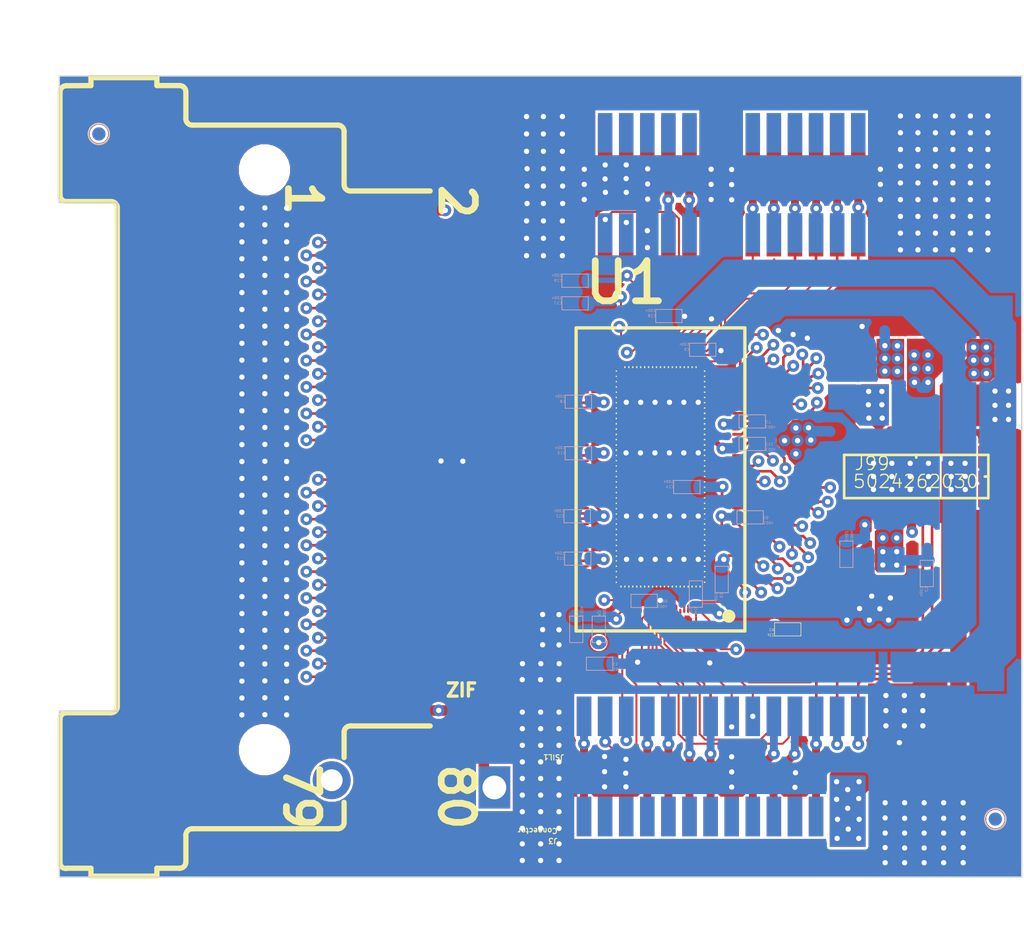
<source format=kicad_pcb>
(kicad_pcb (version 20221018) (generator pcbnew)
  (layers (0 "F.Cu" signal "Top Layer") (1 "In1.Cu" signal "GND Layer") (2 "In2.Cu" signal "Layer 1") (3 "In3.Cu" signal "Layer 2") (4 "In4.Cu" signal "Layer 3") (31 "B.Cu" signal "Bottom Layer") (34 "B.Paste" user "Bottom Paste") (35 "F.Paste" user "Top Paste") (36 "B.SilkS" user "Bottom Overlay") (37 "F.SilkS" user "Top Overlay") (38 "B.Mask" user "Bottom Solder") (39 "F.Mask" user "Top Solder") (44 "Edge.Cuts" user))
  (net 0 "")
  (net 1 "VDD_D_1V2")
  (net 2 "VREF_L_L")
  (net 3 "VREF_H_L")
  (net 4 "4V5")
  (net 5 "BATH")
  (net 6 "G")
  (net 7 "VREF_L")
  (net 8 "VREF_H")
  (net 9 "VREF_C")
  (net 10 "VDD_D")
  (net 11 "VDD_A")
  (net 12 "VCM")
  (net 13 "Net-(U1-108_VDD_D)")
  (net 14 "Net-(U1-102_VCM)")
  (net 15 "/B_MODE_1")
  (net 16 "/B_SER_B7")
  (net 17 "/B_SER_B5")
  (net 18 "/B_SER_B4")
  (net 19 "/B_SER_B6")
  (net 20 "/B_SER_CLK_1")
  (net 21 "/B_MODE_0")
  (net 22 "/\\B_SPI_CS")
  (net 26 "/SPI_CLK")
  (net 27 "/SPI_DATA")
  (net 28 "/\\SPI_CS")
  (net 29 "/MODE_0")
  (net 30 "/SER_CLK_1")
  (net 31 "/SER_B6")
  (net 32 "/SER_B4")
  (net 33 "/SER_B5")
  (net 34 "/SER_B7")
  (net 35 "/MODE_1")
  (net 47 "/DAC_SDI")
  (net 48 "/DAC_SCK")
  (net 49 "/\\DAC_CS")
  (net 50 "/B_PB_0")
  (net 51 "/M0_B")
  (net 52 "/M1_B")
  (net 53 "/B_PB_1")
  (net 54 "/B_SER_CLK_0")
  (net 55 "/B_SER_B1")
  (net 56 "/B_SER_B3")
  (net 57 "/SCLK")
  (net 58 "/OSC_CLK")
  (net 59 "/B_SER_B2")
  (net 60 "/B_SER_B0")
  (net 61 "/\\B_DAC_CS")
  (net 74 "/SER_B0")
  (net 75 "/SER_B2")
  (net 76 "/SER_B3")
  (net 77 "/SER_B1")
  (net 78 "/SER_CLK_0")
  (net 79 "/PB_1")
  (net 80 "/PB_0")
  (net 85 "Net-(U1-122_V_RES_IN)")
  (net 89 "/Col_31")
  (net 90 "/Row_31")
  (net 91 "/Col_30")
  (net 92 "/Row_30")
  (net 93 "/Col_29")
  (net 94 "/Row_29")
  (net 95 "/Col_28")
  (net 96 "/Row_28")
  (net 97 "/Col_27")
  (net 98 "/Row_27")
  (net 99 "/Col_26")
  (net 100 "/Row_26")
  (net 101 "/Col_25")
  (net 102 "/Row_25")
  (net 103 "/Col_24")
  (net 104 "/Row_24")
  (net 105 "/Col_23")
  (net 106 "/Row_23")
  (net 107 "/Col_22")
  (net 108 "/Row_22")
  (net 109 "/Col_21")
  (net 110 "/Row_21")
  (net 111 "/Col_20")
  (net 112 "/Row_20")
  (net 113 "/Col_19")
  (net 114 "/Row_19")
  (net 115 "/Col_18")
  (net 116 "/Row_18")
  (net 117 "/Col_17")
  (net 118 "/Row_17")
  (net 119 "/Col_16")
  (net 120 "/Row_16")
  (net 121 "/Col_15")
  (net 122 "/Row_15")
  (net 123 "/Col_14")
  (net 124 "/Row_14")
  (net 125 "/Col_13")
  (net 126 "/Row_13")
  (net 127 "/Col_12")
  (net 128 "/Row_12")
  (net 129 "/Col_11")
  (net 130 "/Row_11")
  (net 131 "/Col_10")
  (net 132 "/Row_10")
  (net 133 "/Col_9")
  (net 134 "/Row_9")
  (net 135 "/Col_8")
  (net 136 "/Row_8")
  (net 137 "/Col_7")
  (net 138 "/Row_7")
  (net 139 "/Col_6")
  (net 140 "/Row_6")
  (net 141 "/Col_5")
  (net 142 "/Row_5")
  (net 143 "/Col_4")
  (net 144 "/Row_4")
  (net 145 "/Col_3")
  (net 146 "/Row_3")
  (net 147 "/Col_2")
  (net 148 "/Row_2")
  (net 149 "/Col_1")
  (net 150 "/Row_1")
  (net 151 "/Col_0")
  (net 152 "/Row_0")
  (footprint "FDM_footprints:JMOLEX-0559090274V1_pwrcard" (layer "F.Cu") (at 162.7511 105.0036 -90)
    (fp_text reference "J99" hide)
    (fp_text value "5024262030" hide)
  )
  (footprint "Footprints:J524653071" (layer "F.Cu") (at 155.7511 116.0036 -90)
    (fp_text reference "J200" hide)
    (fp_text value "MOLEX-524653071" hide)
  )
  (footprint "FDM_footprints:J524653071_Board2Board" (layer "F.Cu") (at 155.7511 94.0036 -90)
    (fp_text reference "J6" hide)
    (fp_text value "MOLEX-524653071" hide)
  )
  (footprint "Footprints:CAPC1709X50N" (layer "F.Cu") (at 159.7011 108.9536 -90)
    (fp_text reference "C205" hide)
    (fp_text value "10uF" hide)
  )
  (footprint "Footprints:MFID0508" (layer "F.Cu") (at 131.7511 92.0036 90)
    (fp_text reference "FID2" hide)
    (fp_text value "FIDUCIAL" hide)
  )
  (footprint "Footprints:R0402" (layer "F.Cu") (at 157.87647 110.8036)
    (fp_text reference "R3" hide)
    (fp_text value "33k" hide)
  )
  (footprint "Footprints:CAPC1709X50N" (layer "F.Cu") (at 159.9311 101.2036 90)
    (fp_text reference "C200" hide)
    (fp_text value "10uF" hide)
  )
  (footprint "Footprints:CAPC1709X50N" (layer "F.Cu") (at 161.7711 99.4736 90)
    (fp_text reference "C206" hide)
    (fp_text value "10uF" hide)
  )
  (footprint "FDM_footprints:MEC5-040-01-L-RA-W2-TR" (layer "F.Cu") (at 142.2511 104.3686 -90)
    (fp_text reference "J11" hide)
    (fp_text value "MEC5-040-01-L-RA-W2-TR" hide)
  )
  (footprint "Footprints:MFID0508" (layer "F.Cu") (at 165.7511 118.0036 90)
    (fp_text reference "FID1" hide)
    (fp_text value "FIDUCIAL" hide)
  )
  (footprint "Footprints:CAPC1709X50N" (layer "F.Cu") (at 165.19534 99.4736 90)
    (fp_text reference "C207" hide)
    (fp_text value "10uF" hide)
  )
  (footprint "Footprints:CAPC1709X50N" (layer "F.Cu") (at 163.3011 99.4736 90)
    (fp_text reference "C204" hide)
    (fp_text value "10uF" hide)
  )
  (footprint "FDM_footprints:BRAINCOM_ASIC3" (layer "F.Cu") (at 153.0511 105.0036 180)
    (fp_text reference "U1")
    (fp_text value "ASIC3_M" hide)
  )
  (footprint "Footprints:JSIL1THTPad" (layer "F.Cu") (at 148.1511 116.8036 180)
    (fp_text reference "J3" hide)
    (fp_text value "Connector" hide)
  )
  (footprint "Footprints:C0402" (layer "B.Cu") (at 154.39184 109.4636 90)
    (fp_text reference "C401" hide)
    (fp_text value "100n" hide)
  )
  (footprint "Footprints:CAPC1709X50N" (layer "B.Cu") (at 165.5711 113.4636 -90)
    (fp_text reference "C201" hide)
    (fp_text value "10uF" hide)
  )
  (footprint "Footprints:MFID0508" (layer "B.Cu") (at 165.7511 118.0036 90)
    (fp_text reference "FID4" hide)
    (fp_text value "FIDUCIAL" hide)
  )
  (footprint "Footprints:C0402" (layer "B.Cu") (at 153.3711 98.9136)
    (fp_text reference "C18" hide)
    (fp_text value "100n" hide)
  )
  (footprint "Footprints:C0402" (layer "B.Cu") (at 160.1011 107.9536 -90)
    (fp_text reference "C402" hide)
    (fp_text value "100n" hide)
  )
  (footprint "Footprints:C0402" (layer "B.Cu") (at 163.15064 108.68266 90)
    (fp_text reference "C2" hide)
    (fp_text value "100n" hide)
  )
  (footprint "Footprints:CAPC1709X50N" (layer "B.Cu") (at 163.4511 102.5836 180)
    (fp_text reference "C209" hide)
    (fp_text value "10uF" hide)
  )
  (footprint "Footprints:R0402" (layer "B.Cu") (at 150.7111 110.8036 -90)
    (fp_text reference "R2" hide)
    (fp_text value "0R0" hide)
  )
  (footprint "Footprints:C0402" (layer "B.Cu") (at 149.93656 104.11998)
    (fp_text reference "C10" hide)
    (fp_text value "100n" hide)
  )
  (footprint "Footprints:C0402" (layer "B.Cu") (at 156.5311 102.9136 180)
    (fp_text reference "C7" hide)
    (fp_text value "100n" hide)
  )
  (footprint "Footprints:C0402" (layer "B.Cu") (at 149.8111 98.43187)
    (fp_text reference "C17" hide)
    (fp_text value "100n" hide)
  )
  (footprint "Footprints:C0402" (layer "B.Cu") (at 149.85684 110.8036 -90)
    (fp_text reference "C4" hide)
    (fp_text value "100n" hide)
  )
  (footprint "Footprints:C0402" (layer "B.Cu") (at 150.7411 112.10785 180)
    (fp_text reference "C1" hide)
    (fp_text value "100n" hide)
  )
  (footprint "Footprints:CAPC1709X50N" (layer "B.Cu") (at 159.9311 101.2036 90)
    (fp_text reference "C202" hide)
    (fp_text value "10uF" hide)
  )
  (footprint "Footprints:C0402" (layer "B.Cu") (at 155.3711 108.9136 90)
    (fp_text reference "C5" hide)
    (fp_text value "100n" hide)
  )
  (footprint "Footprints:C0402" (layer "B.Cu") (at 156.4511 106.5536 180)
    (fp_text reference "C6" hide)
    (fp_text value "100n" hide)
  )
  (footprint "Footprints:MFID0508" (layer "B.Cu") (at 131.7511 92.0036 90)
    (fp_text reference "FID3" hide)
    (fp_text value "FIDUCIAL" hide)
  )
  (footprint "Footprints:C0402" (layer "B.Cu") (at 149.89251 106.51011)
    (fp_text reference "C12" hide)
    (fp_text value "100n" hide)
  )
  (footprint "Footprints:CAPC1709X50N" (layer "B.Cu") (at 161.4828 112.16927 180)
    (fp_text reference "FF1" hide)
    (fp_text value "0F0" hide)
  )
  (footprint "Footprints:C0402" (layer "B.Cu") (at 152.4311 109.7236 180)
    (fp_text reference "C400" hide)
    (fp_text value "100n" hide)
  )
  (footprint "Footprints:C0402" (layer "B.Cu") (at 154.6511 100.1936)
    (fp_text reference "C9" hide)
    (fp_text value "100n" hide)
  )
  (footprint "FDM_footprints:J524653071_Board2Board" (layer "B.Cu") (at 155.7511 116.0036 -90)
    (fp_text reference "J100" hide)
    (fp_text value "MOLEX-524653071" hide)
  )
  (footprint "FDM_footprints:J524653071_Board2Board" (layer "B.Cu") (at 155.7511 93.8615 -90)
    (fp_text reference "J7" hide)
    (fp_text value "MOLEX-524653071" hide)
  )
  (footprint "Footprints:C0402" (layer "B.Cu") (at 156.5311 103.76785 180)
    (fp_text reference "C11" hide)
    (fp_text value "100n" hide)
  )
  (footprint "Footprints:C0402" (layer "B.Cu") (at 149.93657 102.16564)
    (fp_text reference "C8" hide)
    (fp_text value "100n" hide)
  )
  (footprint "Footprints:CAPC1709X50N" (layer "B.Cu") (at 165.8911 97.8236 90)
    (fp_text reference "C208" hide)
    (fp_text value "10uF" hide)
  )
  (footprint "Footprints:CAPC1709X50N" (layer "B.Cu") (at 161.7911 108.9536 -90)
    (fp_text reference "C203" hide)
    (fp_text value "10uF" hide)
  )
  (footprint "Footprints:C0402" (layer "B.Cu") (at 149.8111 97.5736)
    (fp_text reference "C19" hide)
    (fp_text value "100n" hide)
  )
  (footprint "Footprints:C0402" (layer "B.Cu") (at 149.91221 108.11998)
    (fp_text reference "C13" hide)
    (fp_text value "100n" hide)
  )
  (footprint "Footprints:C0402" (layer "B.Cu") (at 154.0511 105.4036)
    (fp_text reference "C14" hide)
    (fp_text value "100n" hide)
  )
  (gr_line (start 130.2511 113.9036) (end 132.4511 113.9036) (stroke (width 0.05)) (layer "Edge.Cuts"))
  (gr_line (start 166.7511 89.8036) (end 166.7511 120.2036) (stroke (width 0.05)) (layer "Edge.Cuts"))
  (gr_line (start 130.2511 94.6036) (end 130.2511 89.8036) (stroke (width 0.05)) (layer "Edge.Cuts"))
  (gr_line (start 132.4511 94.6036) (end 130.2511 94.6036) (stroke (width 0.05)) (layer "Edge.Cuts"))
  (gr_line (start 130.2511 89.8036) (end 166.7511 89.8036) (stroke (width 0.05)) (layer "Edge.Cuts"))
  (gr_line (start 130.2511 120.2036) (end 130.2511 113.9036) (stroke (width 0.05)) (layer "Edge.Cuts"))
  (gr_line (start 166.7511 120.2036) (end 130.2511 120.2036) (stroke (width 0.05)) (layer "Edge.Cuts"))
  (gr_line (start 132.4511 113.9036) (end 132.4511 94.6036) (stroke (width 0.05)) (layer "Edge.Cuts"))
  (gr_text "" (at 146.5461 103.9086 270) (layer "F.SilkS") (effects (font (size 0.5 0.5) (thickness 0.254)) (justify left bottom)))
  (gr_text "ZIF" (at 144.8511 113.4036 360) (layer "F.SilkS") (effects (font (size 0.5 0.5) (thickness 0.254)) (justify left bottom)))
  (segment (start 153.3511 113.8536) (end 153.3511 113.2286) (width 0.075) (layer "F.Cu") (net 0))
  (segment (start 152.6011 112.4786) (end 152.6011 110.1036) (width 0.075) (layer "F.Cu") (net 0))
  (segment (start 152.6011 112.4786) (end 153.3511 113.2286) (width 0.075) (layer "F.Cu") (net 0))
  (segment (start 153.2011 99.9036) (end 153.2011 99.9036) (width 0.075) (layer "F.Cu") (net 1))
  (segment (start 153.4396 109.7034) (end 153.6511 109.9149) (width 0.075) (layer "F.Cu") (net 1))
  (segment (start 155.07661 100.3936) (end 155.24273 100.22748) (width 0.075) (layer "F.Cu") (net 1))
  (segment (start 153.04452 109.7034) (end 153.4396 109.7034) (width 0.075) (layer "F.Cu") (net 1))
  (segment (start 153.5683 100.3936) (end 155.07661 100.3936) (width 0.075) (layer "F.Cu") (net 1))
  (segment (start 153.2011 100.0264) (end 153.5683 100.3936) (width 0.075) (layer "F.Cu") (net 1))
  (segment (start 153.6511 110.1036) (end 153.6511 109.9149) (width 0.075) (layer "F.Cu") (net 1))
  (segment (start 155.24273 100.22748) (end 155.3442 100.22748) (width 0.075) (layer "F.Cu") (net 1))
  (segment (start 153.2011 100.0264) (end 153.2011 99.9036) (width 0.075) (layer "F.Cu") (net 1))
  (via (at 164.60943 105.49776) (size 0.45) (drill 0.2) (layers "F.Cu" "B.Cu") (net 1))
  (via (at 164.07502 105.005) (size 0.45) (drill 0.2) (layers "F.Cu" "B.Cu") (net 1))
  (via (at 164.60211 104.50209) (size 0.45) (drill 0.2) (layers "F.Cu" "B.Cu") (net 1))
  (via (at 164.07362 105.49776) (size 0.45) (drill 0.2) (layers "F.Cu" "B.Cu") (net 1))
  (via (at 164.61084 104.99993) (size 0.45) (drill 0.2) (layers "F.Cu" "B.Cu") (net 1))
  (via (at 155.3442 100.22748) (size 0.45) (drill 0.2) (layers "F.Cu" "B.Cu") (net 1))
  (via (at 164.0663 104.50209) (size 0.45) (drill 0.2) (layers "F.Cu" "B.Cu") (net 1))
  (via (at 153.04452 109.7034) (size 0.45) (drill 0.2) (layers "F.Cu" "B.Cu") (net 1))
  (segment (start 154.25487 109.7649) (end 157.92416 109.7649) (width 0.075) (layer "F.Cu") (net 2))
  (segment (start 154.10109 110.1036) (end 154.10109 109.91867) (width 0.075) (layer "F.Cu") (net 2))
  (segment (start 154.10109 109.91867) (end 154.25487 109.7649) (width 0.075) (layer "F.Cu") (net 2))
  (segment (start 154.10109 110.1036) (end 154.1011 110.1036) (width 0.075) (layer "F.Cu") (net 2))
  (via (at 160.8011 106.8336) (size 0.45) (drill 0.2) (layers "F.Cu" "B.Cu") (net 2))
  (segment (start 160.53199 107.37605) (end 160.75494 107.37605) (width 0.4) (layer "B.Cu") (net 2))
  (segment (start 160.80113 107.32986) (end 160.80113 107.10692) (width 0.4) (layer "B.Cu") (net 2))
  (segment (start 160.12023 107.38447) (end 160.52357 107.38447) (width 0.4) (layer "B.Cu") (net 2))
  (segment (start 160.1011 107.4036) (end 160.12023 107.38447) (width 0.4) (layer "B.Cu") (net 2))
  (segment (start 160.75494 107.37605) (end 160.80113 107.32986) (width 0.4) (layer "B.Cu") (net 2))
  (segment (start 160.52357 107.38447) (end 160.53199 107.37605) (width 0.4) (layer "B.Cu") (net 2))
  (segment (start 154.2511 109.9808) (end 154.317 109.9149) (width 0.075) (layer "F.Cu") (net 3))
  (segment (start 154.6624 109.9149) (end 154.90987 110.16237) (width 0.075) (layer "F.Cu") (net 3))
  (segment (start 154.317 109.9149) (end 154.6624 109.9149) (width 0.075) (layer "F.Cu") (net 3))
  (segment (start 154.2511 110.1036) (end 154.2511 109.9808) (width 0.075) (layer "F.Cu") (net 3))
  (segment (start 155.24305 110.16237) (end 155.28488 110.2042) (width 0.075) (layer "F.Cu") (net 3))
  (segment (start 154.2511 110.1036) (end 154.2511 110.1036) (width 0.075) (layer "F.Cu") (net 3))
  (segment (start 154.90987 110.16237) (end 155.24305 110.16237) (width 0.075) (layer "F.Cu") (net 3))
  (via (at 162.03677 100.52905) (size 0.45) (drill 0.2) (layers "F.Cu" "B.Cu") (net 3))
  (via (at 161.56065 101.00594) (size 0.45) (drill 0.2) (layers "F.Cu" "B.Cu") (net 3))
  (via (at 162.03677 101.01501) (size 0.45) (drill 0.2) (layers "F.Cu" "B.Cu") (net 3))
  (via (at 161.56065 100.52216) (size 0.45) (drill 0.2) (layers "F.Cu" "B.Cu") (net 3))
  (via (at 162.03677 100.0431) (size 0.45) (drill 0.2) (layers "F.Cu" "B.Cu") (net 3))
  (via (at 155.28488 110.2042) (size 0.45) (drill 0.2) (layers "F.Cu" "B.Cu") (net 3))
  (via (at 161.56065 100.03838) (size 0.45) (drill 0.2) (layers "F.Cu" "B.Cu") (net 3))
  (segment (start 161.55588 100.0336) (end 161.56065 100.03838) (width 0.4) (layer "B.Cu") (net 3))
  (segment (start 155.08075 110.0136) (end 155.27135 110.2042) (width 0.4) (layer "B.Cu") (net 3))
  (segment (start 161.55588 100.0336) (end 161.55588 99.46838) (width 0.4) (layer "B.Cu") (net 3))
  (segment (start 155.27135 110.2042) (end 155.28488 110.2042) (width 0.4) (layer "B.Cu") (net 3))
  (segment (start 161.5511 99.4636) (end 161.55588 99.46838) (width 0.4) (layer "B.Cu") (net 3))
  (segment (start 154.39184 110.0136) (end 155.08075 110.0136) (width 0.4) (layer "B.Cu") (net 3))
  (via (at 160.1511 117.5936) (size 0.45) (drill 0.2) (layers "F.Cu" "B.Cu") (net 4))
  (via (at 159.7311 117.2536) (size 0.45) (drill 0.2) (layers "F.Cu" "B.Cu") (net 4))
  (via (at 159.74961 118.73616) (size 0.45) (drill 0.2) (layers "F.Cu" "B.Cu") (net 4))
  (via (at 160.1511 116.8836) (size 0.45) (drill 0.2) (layers "F.Cu" "B.Cu") (net 4))
  (via (at 160.5711 118.73616) (size 0.45) (drill 0.2) (layers "F.Cu" "B.Cu") (net 4))
  (via (at 160.1711 118.3836) (size 0.45) (drill 0.2) (layers "F.Cu" "B.Cu") (net 4))
  (via (at 160.5811 116.5836) (size 0.45) (drill 0.2) (layers "F.Cu" "B.Cu") (net 4))
  (via (at 160.5711 117.2236) (size 0.45) (drill 0.2) (layers "F.Cu" "B.Cu") (net 4))
  (via (at 159.7311 116.5836) (size 0.45) (drill 0.2) (layers "F.Cu" "B.Cu") (net 4))
  (via (at 160.58415 118.01159) (size 0.45) (drill 0.2) (layers "F.Cu" "B.Cu") (net 4))
  (via (at 159.7638 118.01159) (size 0.45) (drill 0.2) (layers "F.Cu" "B.Cu") (net 4))
  (segment (start 146.3511 116.4036) (end 146.3511 114.2136) (width 0.4) (layer "F.Cu") (net 5))
  (segment (start 143.93599 113.87849) (end 144.2884 113.87849) (width 0.4) (layer "F.Cu") (net 5))
  (segment (start 144.2935 113.8836) (end 146.0211 113.8836) (width 0.4) (layer "F.Cu") (net 5))
  (segment (start 143.3711 94.8436) (end 143.4311 94.9036) (width 0.4) (layer "F.Cu") (net 5))
  (segment (start 162.57366 106.5936) (end 162.57394 106.59388) (width 0.35) (layer "F.Cu") (net 5))
  (segment (start 162.57394 107.09184) (end 162.59308 107.11097) (width 0.35) (layer "F.Cu") (net 5))
  (segment (start 162.57394 107.09184) (end 162.57394 106.59388) (width 0.35) (layer "F.Cu") (net 5))
  (segment (start 143.4311 94.9036) (end 144.8911 94.9036) (width 0.4) (layer "F.Cu") (net 5))
  (segment (start 146.3511 116.4036) (end 146.7511 116.8036) (width 0.4) (layer "F.Cu") (net 5))
  (segment (start 143.9311 113.8736) (end 143.93599 113.87849) (width 0.4) (layer "F.Cu") (net 5))
  (segment (start 144.2884 113.87849) (end 144.2935 113.8836) (width 0.4) (layer "F.Cu") (net 5))
  (segment (start 146.0211 113.8836) (end 146.3511 114.2136) (width 0.4) (layer "F.Cu") (net 5))
  (via (at 162.59308 107.11097) (size 0.45) (drill 0.2) (layers "F.Cu" "B.Cu") (net 5))
  (via (at 144.8911 94.9036) (size 0.45) (drill 0.2) (layers "F.Cu" "B.Cu") (net 5))
  (via (at 144.64079 113.87849) (size 0.45) (drill 0.2) (layers "F.Cu" "B.Cu") (net 5))
  (segment (start 152.7111 100.3523) (end 152.7111 100.3336) (width 0.075) (layer "F.Cu") (net 6))
  (segment (start 152.60503 100.39624) (end 152.66716 100.39624) (width 0.075) (layer "F.Cu") (net 6))
  (segment (start 150.2511 109.0036) (end 151.6311 109.0036) (width 0.1) (layer "F.Cu") (net 6))
  (segment (start 152.66716 100.39624) (end 152.7111 100.3523) (width 0.075) (layer "F.Cu") (net 6))
  (segment (start 153.9511 110.1036) (end 153.9511 109.5336) (width 0.075) (layer "F.Cu") (net 6))
  (segment (start 150.2511 103.0036) (end 151.5911 103.0036) (width 0.1) (layer "F.Cu") (net 6))
  (segment (start 151.6311 109.0036) (end 151.6411 108.9936) (width 0.1) (layer "F.Cu") (net 6))
  (segment (start 152.3011 110.1036) (end 152.3011 109.6336) (width 0.075) (layer "F.Cu") (net 6))
  (segment (start 154.5611 109.0036) (end 155.8511 109.0036) (width 0.1) (layer "F.Cu") (net 6))
  (segment (start 154.9511 96.5536) (end 154.9511 96.5536) (width 0.075) (layer "F.Cu") (net 6))
  (segment (start 152.3011 100.0923) (end 152.60503 100.39624) (width 0.075) (layer "F.Cu") (net 6))
  (segment (start 151.6011 105.0036) (end 151.6211 104.9836) (width 0.1) (layer "F.Cu") (net 6))
  (segment (start 154.5811 105.0036) (end 155.8511 105.0036) (width 0.1) (layer "F.Cu") (net 6))
  (segment (start 154.9511 97.4236) (end 154.9511 96.5536) (width 0.075) (layer "F.Cu") (net 6))
  (segment (start 151.8511 110.1036) (end 151.8511 109.9149) (width 0.075) (layer "F.Cu") (net 6))
  (segment (start 152.3011 100.0923) (end 152.3011 99.9036) (width 0.075) (layer "F.Cu") (net 6))
  (segment (start 152.0411 109.7249) (end 152.0411 109.6336) (width 0.075) (layer "F.Cu") (net 6))
  (segment (start 151.5911 107.0036) (end 151.6011 106.9936) (width 0.1) (layer "F.Cu") (net 6))
  (segment (start 153.35109 99.9036) (end 153.35109 99.02361) (width 0.075) (layer "F.Cu") (net 6))
  (segment (start 150.2511 101.0036) (end 151.5911 101.0036) (width 0.1) (layer "F.Cu") (net 6))
  (segment (start 155.7211 96.1836) (end 155.7511 96.1536) (width 0.1) (layer "F.Cu") (net 6))
  (segment (start 153.9511 109.5336) (end 153.9611 109.5236) (width 0.075) (layer "F.Cu") (net 6))
  (segment (start 151.5911 103.0036) (end 151.6011 103.0136) (width 0.1) (layer "F.Cu") (net 6))
  (segment (start 154.4511 108.8436) (end 154.4911 108.8836) (width 0.1) (layer "F.Cu") (net 6))
  (segment (start 154.52171 101.0036) (end 155.8511 101.0036) (width 0.1) (layer "F.Cu") (net 6))
  (segment (start 153.35109 99.02361) (end 154.9511 97.4236) (width 0.075) (layer "F.Cu") (net 6))
  (segment (start 154.4911 108.9336) (end 154.4911 108.8836) (width 0.1) (layer "F.Cu") (net 6))
  (segment (start 154.4611 105.1236) (end 154.5811 105.0036) (width 0.1) (layer "F.Cu") (net 6))
  (segment (start 150.2511 105.0036) (end 151.6011 105.0036) (width 0.1) (layer "F.Cu") (net 6))
  (segment (start 151.8511 109.9149) (end 152.0411 109.7249) (width 0.075) (layer "F.Cu") (net 6))
  (segment (start 152.5511 96.1536) (end 152.7761 96.3786) (width 0.1) (layer "F.Cu") (net 6))
  (segment (start 151.5911 101.0036) (end 151.6311 101.0436) (width 0.1) (layer "F.Cu") (net 6))
  (segment (start 150.2511 107.0036) (end 151.5911 107.0036) (width 0.1) (layer "F.Cu") (net 6))
  (segment (start 154.4911 108.9336) (end 154.5611 109.0036) (width 0.1) (layer "F.Cu") (net 6))
  (segment (start 153.35109 99.9036) (end 153.3511 99.9036) (width 0.075) (layer "F.Cu") (net 6))
  (via (at 162.1511 94.49861) (size 0.45) (drill 0.2) (layers "F.Cu" "B.Cu") (net 6))
  (via (at 165.46844 95.7686) (size 0.45) (drill 0.2) (layers "F.Cu" "B.Cu") (net 6))
  (via (at 162.1511 91.95862) (size 0.45) (drill 0.2) (layers "F.Cu" "B.Cu") (net 6))
  (via (at 137.17586 96.10145) (size 0.45) (drill 0.2) (layers "F.Cu" "B.Cu") (net 6))
  (via (at 158.17162 116.24412) (size 0.45) (drill 0.2) (layers "F.Cu" "B.Cu") (net 6))
  (via (at 138.04587 101.21975) (size 0.45) (drill 0.2) (layers "F.Cu" "B.Cu") (net 6))
  (via (at 162.1111 115.1036) (size 0.45) (drill 0.2) (layers "F.Cu" "B.Cu") (net 6))
  (via (at 164.80497 93.22861) (size 0.45) (drill 0.2) (layers "F.Cu" "B.Cu") (net 6))
  (via (at 162.81457 91.32362) (size 0.45) (drill 0.2) (layers "F.Cu" "B.Cu") (net 6))
  (via (at 147.9711 95.3036) (size 0.45) (drill 0.2) (layers "F.Cu" "B.Cu") (net 6))
  (via (at 164.80497 91.32362) (size 0.45) (drill 0.2) (layers "F.Cu" "B.Cu") (net 6))
  (via (at 138.87244 95.45929) (size 0.45) (drill 0.2) (layers "F.Cu" "B.Cu") (net 6))
  (via (at 138.87244 112.76731) (size 0.45) (drill 0.2) (layers "F.Cu" "B.Cu") (net 6))
  (via (at 158.6211 99.7536) (size 0.45) (drill 0.2) (layers "F.Cu" "B.Cu") (net 6))
  (via (at 138.04587 113.39947) (size 0.45) (drill 0.2) (layers "F.Cu" "B.Cu") (net 6))
  (via (at 138.87244 94.81825) (size 0.45) (drill 0.2) (layers "F.Cu" "B.Cu") (net 6))
  (via (at 163.0511 117.38361) (size 0.45) (drill 0.2) (layers "F.Cu" "B.Cu") (net 6))
  (via (at 164.1415 93.22861) (size 0.45) (drill 0.2) (layers "F.Cu" "B.Cu") (net 6))
  (via (at 155.7511 116.7886) (size 0.45) (drill 0.2) (layers "F.Cu" "B.Cu") (net 6))
  (via (at 137.17586 108.92221) (size 0.45) (drill 0.2) (layers "F.Cu" "B.Cu") (net 6))
  (via (at 162.52052 105.005) (size 0.45) (drill 0.2) (layers "F.Cu" "B.Cu") (net 6))
  (via (at 164.1415 93.86361) (size 0.45) (drill 0.2) (layers "F.Cu" "B.Cu") (net 6))
  (via (at 147.8111 117.0936) (size 0.45) (drill 0.2) (layers "F.Cu" "B.Cu") (net 6))
  (via (at 138.04587 96.73249) (size 0.45) (drill 0.2) (layers "F.Cu" "B.Cu") (net 6))
  (via (at 161.5711 117.38361) (size 0.45) (drill 0.2) (layers "F.Cu" "B.Cu") (net 6))
  (via (at 164.53109 118.5336) (size 0.45) (drill 0.2) (layers "F.Cu" "B.Cu") (net 6))
  (via (at 151.74427 104.10661) (size 0.45) (drill 0.2) (layers "F.Cu" "B.Cu") (net 6))
  (via (at 149.2011 118.3536) (size 0.45) (drill 0.2) (layers "F.Cu" "B.Cu") (net 6))
  (via (at 148.5061 117.7236) (size 0.45) (drill 0.2) (layers "F.Cu" "B.Cu") (net 6))
  (via (at 147.8111 118.3536) (size 0.45) (drill 0.2) (layers "F.Cu" "B.Cu") (net 6))
  (via (at 151.76427 108.14609) (size 0.45) (drill 0.2) (layers "F.Cu" "B.Cu") (net 6))
  (via (at 152.56477 93.90351) (size 0.45) (drill 0.2) (layers "F.Cu" "B.Cu") (net 6))
  (via (at 164.1415 92.59361) (size 0.45) (drill 0.2) (layers "F.Cu" "B.Cu") (net 6))
  (via (at 161.6011 114.4636) (size 0.45) (drill 0.2) (layers "F.Cu" "B.Cu") (net 6))
  (via (at 161.82581 105.49776) (size 0.45) (drill 0.2) (layers "F.Cu" "B.Cu") (net 6))
  (via (at 152.83974 104.10661) (size 0.45) (drill 0.2) (layers "F.Cu" "B.Cu") (net 6))
  (via (at 148.5061 114.57361) (size 0.45) (drill 0.2) (layers "F.Cu" "B.Cu") (net 6))
  (via (at 138.87244 105.07485) (size 0.45) (drill 0.2) (layers "F.Cu" "B.Cu") (net 6))
  (via (at 138.04587 97.37353) (size 0.45) (drill 0.2) (layers "F.Cu" "B.Cu") (net 6))
  (via (at 145.55463 104.42299) (size 0.45) (drill 0.2) (layers "F.Cu" "B.Cu") (net 6))
  (via (at 137.17586 112.76843) (size 0.45) (drill 0.2) (layers "F.Cu" "B.Cu") (net 6))
  (via (at 147.9711 95.9636) (size 0.45) (drill 0.2) (layers "F.Cu" "B.Cu") (net 6))
  (via (at 152.5511 95.6736) (size 0.45) (drill 0.2) (layers "F.Cu" "B.Cu") (net 6))
  (via (at 163.79109 118.5336) (size 0.45) (drill 0.2) (layers "F.Cu" "B.Cu") (net 6))
  (via (at 138.04587 103.14287) (size 0.45) (drill 0.2) (layers "F.Cu" "B.Cu") (net 6))
  (via (at 137.17586 104.43494) (size 0.45) (drill 0.2) (layers "F.Cu" "B.Cu") (net 6))
  (via (at 161.1311 105.49776) (size 0.45) (drill 0.2) (layers "F.Cu" "B.Cu") (net 6))
  (via (at 152.56477 94.47851) (size 0.45) (drill 0.2) (layers "F.Cu" "B.Cu") (net 6))
  (via (at 138.04587 105.06598) (size 0.45) (drill 0.2) (layers "F.Cu" "B.Cu") (net 6))
  (via (at 165.46844 91.32362) (size 0.45) (drill 0.2) (layers "F.Cu" "B.Cu") (net 6))
  (via (at 137.17586 97.38353) (size 0.45) (drill 0.2) (layers "F.Cu" "B.Cu") (net 6))
  (via (at 148.5061 117.0936) (size 0.45) (drill 0.2) (layers "F.Cu" "B.Cu") (net 6))
  (via (at 164.80497 95.1336) (size 0.45) (drill 0.2) (layers "F.Cu" "B.Cu") (net 6))
  (via (at 164.80497 94.49861) (size 0.45) (drill 0.2) (layers "F.Cu" "B.Cu") (net 6))
  (via (at 151.7411 115.7351) (size 0.45) (drill 0.2) (layers "F.Cu" "B.Cu") (net 6))
  (via (at 162.81457 94.49861) (size 0.45) (drill 0.2) (layers "F.Cu" "B.Cu") (net 6))
  (via (at 148.5061 119.5736) (size 0.45) (drill 0.2) (layers "F.Cu" "B.Cu") (net 6))
  (via (at 158.0811 99.6136) (size 0.45) (drill 0.2) (layers "F.Cu" "B.Cu") (net 6))
  (via (at 137.17586 95.46042) (size 0.45) (drill 0.2) (layers "F.Cu" "B.Cu") (net 6))
  (via (at 165.46844 95.1336) (size 0.45) (drill 0.2) (layers "F.Cu" "B.Cu") (net 6))
  (via (at 138.87244 106.99797) (size 0.45) (drill 0.2) (layers "F.Cu" "B.Cu") (net 6))
  (via (at 149.2011 110.8186) (size 0.45) (drill 0.2) (layers "F.Cu" "B.Cu") (net 6))
  (via (at 138.87244 101.22863) (size 0.45) (drill 0.2) (layers "F.Cu" "B.Cu") (net 6))
  (via (at 138.04587 111.47636) (size 0.45) (drill 0.2) (layers "F.Cu" "B.Cu") (net 6))
  (via (at 152.84574 102.1876) (size 0.45) (drill 0.2) (layers "F.Cu" "B.Cu") (net 6))
  (via (at 162.81457 93.86361) (size 0.45) (drill 0.2) (layers "F.Cu" "B.Cu") (net 6))
  (via (at 150.9311 116.7786) (size 0.45) (drill 0.2) (layers "F.Cu" "B.Cu") (net 6))
  (via (at 153.93922 108.14609) (size 0.45) (drill 0.2) (layers "F.Cu" "B.Cu") (net 6))
  (via (at 137.17586 113.40947) (size 0.45) (drill 0.2) (layers "F.Cu" "B.Cu") (net 6))
  (via (at 149.20771 112.10574) (size 0.45) (drill 0.2) (layers "F.Cu" "B.Cu") (net 6))
  (via (at 162.81457 95.7686) (size 0.45) (drill 0.2) (layers "F.Cu" "B.Cu") (net 6))
  (via (at 161.5711 117.9586) (size 0.45) (drill 0.2) (layers "F.Cu" "B.Cu") (net 6))
  (via (at 144.72805 104.41411) (size 0.45) (drill 0.2) (layers "F.Cu" "B.Cu") (net 6))
  (via (at 155.7511 115.6386) (size 0.45) (drill 0.2) (layers "F.Cu" "B.Cu") (net 6))
  (via (at 164.80497 93.86361) (size 0.45) (drill 0.2) (layers "F.Cu" "B.Cu") (net 6))
  (via (at 152.55598 96.31682) (size 0.45) (drill 0.2) (layers "F.Cu" "B.Cu") (net 6))
  (via (at 161.6011 113.8886) (size 0.45) (drill 0.2) (layers "F.Cu" "B.Cu") (net 6))
  (via (at 137.17586 99.30664) (size 0.45) (drill 0.2) (layers "F.Cu" "B.Cu") (net 6))
  (via (at 161.5711 119.6586) (size 0.45) (drill 0.2) (layers "F.Cu" "B.Cu") (net 6))
  (via (at 150.95322 93.17989) (size 0.45) (drill 0.2) (layers "F.Cu" "B.Cu") (net 6))
  (via (at 152.85174 108.14609) (size 0.45) (drill 0.2) (layers "F.Cu" "B.Cu") (net 6))
  (via (at 148.6111 94.6436) (size 0.45) (drill 0.2) (layers "F.Cu" "B.Cu") (net 6))
  (via (at 165.46844 94.49861) (size 0.45) (drill 0.2) (layers "F.Cu" "B.Cu") (net 6))
  (via (at 138.04587 103.7839) (size 0.45) (drill 0.2) (layers "F.Cu" "B.Cu") (net 6))
  (via (at 149.3411 93.32361) (size 0.45) (drill 0.2) (layers "F.Cu" "B.Cu") (net 6))
  (via (at 152.56477 93.32851) (size 0.45) (drill 0.2) (layers "F.Cu" "B.Cu") (net 6))
  (via (at 147.9911 93.9836) (size 0.45) (drill 0.2) (layers "F.Cu" "B.Cu") (net 6))
  (via (at 137.17586 100.58872) (size 0.45) (drill 0.2) (layers "F.Cu" "B.Cu") (net 6))
  (via (at 165.46844 96.4036) (size 0.45) (drill 0.2) (layers "F.Cu" "B.Cu") (net 6))
  (via (at 147.8111 117.7236) (size 0.45) (drill 0.2) (layers "F.Cu" "B.Cu") (net 6))
  (via (at 147.81772 112.10574) (size 0.45) (drill 0.2) (layers "F.Cu" "B.Cu") (net 6))
  (via (at 155.7511 116.2136) (size 0.45) (drill 0.2) (layers "F.Cu" "B.Cu") (net 6))
  (via (at 148.5811 110.8136) (size 0.45) (drill 0.2) (layers "F.Cu" "B.Cu") (net 6))
  (via (at 164.80497 96.4036) (size 0.45) (drill 0.2) (layers "F.Cu" "B.Cu") (net 6))
  (via (at 163.47803 95.1336) (size 0.45) (drill 0.2) (layers "F.Cu" "B.Cu") (net 6))
  (via (at 138.04587 114.04051) (size 0.45) (drill 0.2) (layers "F.Cu" "B.Cu") (net 6))
  (via (at 153.39548 108.14609) (size 0.45) (drill 0.2) (layers "F.Cu" "B.Cu") (net 6))
  (via (at 165.46844 93.86361) (size 0.45) (drill 0.2) (layers "F.Cu" "B.Cu") (net 6))
  (via (at 147.8111 114.57361) (size 0.45) (drill 0.2) (layers "F.Cu" "B.Cu") (net 6))
  (via (at 138.04587 110.83532) (size 0.45) (drill 0.2) (layers "F.Cu" "B.Cu") (net 6))
  (via (at 138.04587 112.75843) (size 0.45) (drill 0.2) (layers "F.Cu" "B.Cu") (net 6))
  (via (at 138.04587 110.19428) (size 0.45) (drill 0.2) (layers "F.Cu" "B.Cu") (net 6))
  (via (at 152.3 102.1876) (size 0.45) (drill 0.2) (layers "F.Cu" "B.Cu") (net 6))
  (via (at 164.80497 95.7686) (size 0.45) (drill 0.2) (layers "F.Cu" "B.Cu") (net 6))
  (via (at 162.3011 114.4636) (size 0.45) (drill 0.2) (layers "F.Cu" "B.Cu") (net 6))
  (via (at 160.6011 110.0136) (size 0.45) (drill 0.2) (layers "F.Cu" "B.Cu") (net 6))
  (via (at 138.04587 112.11739) (size 0.45) (drill 0.2) (layers "F.Cu" "B.Cu") (net 6))
  (via (at 138.04587 109.55324) (size 0.45) (drill 0.2) (layers "F.Cu" "B.Cu") (net 6))
  (via (at 162.52052 104.50209) (size 0.45) (drill 0.2) (layers "F.Cu" "B.Cu") (net 6))
  (via (at 163.0511 119.0986) (size 0.45) (drill 0.2) (layers "F.Cu" "B.Cu") (net 6))
  (via (at 147.8111 113.94361) (size 0.45) (drill 0.2) (layers "F.Cu" "B.Cu") (net 6))
  (via (at 137.17586 96.74249) (size 0.45) (drill 0.2) (layers "F.Cu" "B.Cu") (net 6))
  (via (at 153.93722 102.1876) (size 0.45) (drill 0.2) (layers "F.Cu" "B.Cu") (net 6))
  (via (at 137.17586 110.84532) (size 0.45) (drill 0.2) (layers "F.Cu" "B.Cu") (net 6))
  (via (at 138.04587 106.34805) (size 0.45) (drill 0.2) (layers "F.Cu" "B.Cu") (net 6))
  (via (at 138.87244 98.66448) (size 0.45) (drill 0.2) (layers "F.Cu" "B.Cu") (net 6))
  (via (at 161.3711 110.0236) (size 0.45) (drill 0.2) (layers "F.Cu" "B.Cu") (net 6))
  (via (at 149.3311 95.3036) (size 0.45) (drill 0.2) (layers "F.Cu" "B.Cu") (net 6))
  (via (at 163.47803 92.59361) (size 0.45) (drill 0.2) (layers "F.Cu" "B.Cu") (net 6))
  (via (at 138.87244 111.48523) (size 0.45) (drill 0.2) (layers "F.Cu" "B.Cu") (net 6))
  (via (at 154.9711 94.4936) (size 0.45) (drill 0.2) (layers "F.Cu" "B.Cu") (net 6))
  (via (at 148.5061 116.4636) (size 0.45) (drill 0.2) (layers "F.Cu" "B.Cu") (net 6))
  (via (at 137.17586 106.35805) (size 0.45) (drill 0.2) (layers "F.Cu" "B.Cu") (net 6))
  (via (at 138.87244 99.94655) (size 0.45) (drill 0.2) (layers "F.Cu" "B.Cu") (net 6))
  (via (at 163.79109 117.38361) (size 0.45) (drill 0.2) (layers "F.Cu" "B.Cu") (net 6))
  (via (at 165.46844 91.95862) (size 0.45) (drill 0.2) (layers "F.Cu" "B.Cu") (net 6))
  (via (at 162.3111 118.5336) (size 0.45) (drill 0.2) (layers "F.Cu" "B.Cu") (net 6))
  (via (at 137.17586 111.48636) (size 0.45) (drill 0.2) (layers "F.Cu" "B.Cu") (net 6))
  (via (at 138.87244 96.10033) (size 0.45) (drill 0.2) (layers "F.Cu" "B.Cu") (net 6))
  (via (at 151.76427 106.50529) (size 0.45) (drill 0.2) (layers "F.Cu" "B.Cu") (net 6))
  (via (at 161.7711 109.61102) (size 0.45) (drill 0.2) (layers "F.Cu" "B.Cu") (net 6))
  (via (at 138.87244 96.74137) (size 0.45) (drill 0.2) (layers "F.Cu" "B.Cu") (net 6))
  (via (at 161.0611 109.5436) (size 0.45) (drill 0.2) (layers "F.Cu" "B.Cu") (net 6))
  (via (at 151.74883 93.69843) (size 0.45) (drill 0.2) (layers "F.Cu" "B.Cu") (net 6))
  (via (at 161.5711 118.5336) (size 0.45) (drill 0.2) (layers "F.Cu" "B.Cu") (net 6))
  (via (at 162.1511 95.1336) (size 0.45) (drill 0.2) (layers "F.Cu" "B.Cu") (net 6))
  (via (at 150.9311 115.6286) (size 0.45) (drill 0.2) (layers "F.Cu" "B.Cu") (net 6))
  (via (at 153.39148 102.1876) (size 0.45) (drill 0.2) (layers "F.Cu" "B.Cu") (net 6))
  (via (at 161.1311 105.005) (size 0.45) (drill 0.2) (layers "F.Cu" "B.Cu") (net 6))
  (via (at 148.6111 95.9636) (size 0.45) (drill 0.2) (layers "F.Cu" "B.Cu") (net 6))
  (via (at 137.17586 108.28117) (size 0.45) (drill 0.2) (layers "F.Cu" "B.Cu") (net 6))
  (via (at 138.87244 108.92108) (size 0.45) (drill 0.2) (layers "F.Cu" "B.Cu") (net 6))
  (via (at 148.6111 95.3036) (size 0.45) (drill 0.2) (layers "F.Cu" "B.Cu") (net 6))
  (via (at 147.9911 93.32361) (size 0.45) (drill 0.2) (layers "F.Cu" "B.Cu") (net 6))
  (via (at 151.7411 116.7786) (size 0.45) (drill 0.2) (layers "F.Cu" "B.Cu") (net 6))
  (via (at 162.81457 95.1336) (size 0.45) (drill 0.2) (layers "F.Cu" "B.Cu") (net 6))
  (via (at 150.1611 93.9186) (size 0.45) (drill 0.2) (layers "F.Cu" "B.Cu") (net 6))
  (via (at 149.2011 115.20361) (size 0.45) (drill 0.2) (layers "F.Cu" "B.Cu") (net 6))
  (via (at 164.80497 92.59361) (size 0.45) (drill 0.2) (layers "F.Cu" "B.Cu") (net 6))
  (via (at 149.19743 112.71194) (size 0.45) (drill 0.2) (layers "F.Cu" "B.Cu") (net 6))
  (via (at 137.17586 94.81938) (size 0.45) (drill 0.2) (layers "F.Cu" "B.Cu") (net 6))
  (via (at 153.93522 104.10661) (size 0.45) (drill 0.2) (layers "F.Cu" "B.Cu") (net 6))
  (via (at 138.04587 98.01457) (size 0.45) (drill 0.2) (layers "F.Cu" "B.Cu") (net 6))
  (via (at 137.17586 114.05051) (size 0.45) (drill 0.2) (layers "F.Cu" "B.Cu") (net 6))
  (via (at 162.52052 105.49776) (size 0.45) (drill 0.2) (layers "F.Cu" "B.Cu") (net 6))
  (via (at 138.87244 99.30552) (size 0.45) (drill 0.2) (layers "F.Cu" "B.Cu") (net 6))
  (via (at 138.87244 109.56212) (size 0.45) (drill 0.2) (layers "F.Cu" "B.Cu") (net 6))
  (via (at 161.6011 113.3136) (size 0.45) (drill 0.2) (layers "F.Cu" "B.Cu") (net 6))
  (via (at 153.39548 106.50529) (size 0.45) (drill 0.2) (layers "F.Cu" "B.Cu") (net 6))
  (via (at 164.1415 91.32362) (size 0.45) (drill 0.2) (layers "F.Cu" "B.Cu") (net 6))
  (via (at 150.1611 93.34361) (size 0.45) (drill 0.2) (layers "F.Cu" "B.Cu") (net 6))
  (via (at 155.7511 93.35361) (size 0.45) (drill 0.2) (layers "F.Cu" "B.Cu") (net 6))
  (via (at 138.87244 103.15174) (size 0.45) (drill 0.2) (layers "F.Cu" "B.Cu") (net 6))
  (via (at 148.6111 92.66361) (size 0.45) (drill 0.2) (layers "F.Cu" "B.Cu") (net 6))
  (via (at 138.04587 108.91221) (size 0.45) (drill 0.2) (layers "F.Cu" "B.Cu") (net 6))
  (via (at 147.8111 115.83361) (size 0.45) (drill 0.2) (layers "F.Cu" "B.Cu") (net 6))
  (via (at 138.87244 104.43382) (size 0.45) (drill 0.2) (layers "F.Cu" "B.Cu") (net 6))
  (via (at 163.21524 105.005) (size 0.45) (drill 0.2) (layers "F.Cu" "B.Cu") (net 6))
  (via (at 138.04587 98.6556) (size 0.45) (drill 0.2) (layers "F.Cu" "B.Cu") (net 6))
  (via (at 138.87244 100.58759) (size 0.45) (drill 0.2) (layers "F.Cu" "B.Cu") (net 6))
  (via (at 154.9711 93.9186) (size 0.45) (drill 0.2) (layers "F.Cu" "B.Cu") (net 6))
  (via (at 165.46844 92.59361) (size 0.45) (drill 0.2) (layers "F.Cu" "B.Cu") (net 6))
  (via (at 149.2011 114.57361) (size 0.45) (drill 0.2) (layers "F.Cu" "B.Cu") (net 6))
  (via (at 138.87244 107.639) (size 0.45) (drill 0.2) (layers "F.Cu" "B.Cu") (net 6))
  (via (at 163.79109 117.9736) (size 0.45) (drill 0.2) (layers "F.Cu" "B.Cu") (net 6))
  (via (at 163.47803 95.7686) (size 0.45) (drill 0.2) (layers "F.Cu" "B.Cu") (net 6))
  (via (at 137.17586 98.02457) (size 0.45) (drill 0.2) (layers "F.Cu" "B.Cu") (net 6))
  (via (at 137.17586 103.7939) (size 0.45) (drill 0.2) (layers "F.Cu" "B.Cu") (net 6))
  (via (at 138.87244 98.02344) (size 0.45) (drill 0.2) (layers "F.Cu" "B.Cu") (net 6))
  (via (at 138.87244 110.20315) (size 0.45) (drill 0.2) (layers "F.Cu" "B.Cu") (net 6))
  (via (at 149.2011 117.0936) (size 0.45) (drill 0.2) (layers "F.Cu" "B.Cu") (net 6))
  (via (at 161.1311 104.50209) (size 0.45) (drill 0.2) (layers "F.Cu" "B.Cu") (net 6))
  (via (at 164.53109 119.6586) (size 0.45) (drill 0.2) (layers "F.Cu" "B.Cu") (net 6))
  (via (at 162.3111 119.6586) (size 0.45) (drill 0.2) (layers "F.Cu" "B.Cu") (net 6))
  (via (at 148.6111 91.34361) (size 0.45) (drill 0.2) (layers "F.Cu" "B.Cu") (net 6))
  (via (at 147.8111 115.20361) (size 0.45) (drill 0.2) (layers "F.Cu" "B.Cu") (net 6))
  (via (at 163.47803 91.95862) (size 0.45) (drill 0.2) (layers "F.Cu" "B.Cu") (net 6))
  (via (at 150.1611 94.4936) (size 0.45) (drill 0.2) (layers "F.Cu" "B.Cu") (net 6))
  (via (at 138.04587 104.42494) (size 0.45) (drill 0.2) (layers "F.Cu" "B.Cu") (net 6))
  (via (at 149.2011 118.9436) (size 0.45) (drill 0.2) (layers "F.Cu" "B.Cu") (net 6))
  (via (at 138.87244 97.3824) (size 0.45) (drill 0.2) (layers "F.Cu" "B.Cu") (net 6))
  (via (at 149.2011 119.5736) (size 0.45) (drill 0.2) (layers "F.Cu" "B.Cu") (net 6))
  (via (at 163.79109 119.0986) (size 0.45) (drill 0.2) (layers "F.Cu" "B.Cu") (net 6))
  (via (at 137.17586 110.20428) (size 0.45) (drill 0.2) (layers "F.Cu" "B.Cu") (net 6))
  (via (at 151.75406 94.2205) (size 0.45) (drill 0.2) (layers "F.Cu" "B.Cu") (net 6))
  (via (at 155.7511 93.9286) (size 0.45) (drill 0.2) (layers "F.Cu" "B.Cu") (net 6))
  (via (at 147.80743 112.71194) (size 0.45) (drill 0.2) (layers "F.Cu" "B.Cu") (net 6))
  (via (at 137.17586 109.56324) (size 0.45) (drill 0.2) (layers "F.Cu" "B.Cu") (net 6))
  (via (at 150.96209 94.22067) (size 0.45) (drill 0.2) (layers "F.Cu" "B.Cu") (net 6))
  (via (at 154.48296 106.50529) (size 0.45) (drill 0.2) (layers "F.Cu" "B.Cu") (net 6))
  (via (at 163.0011 113.8886) (size 0.45) (drill 0.2) (layers "F.Cu" "B.Cu") (net 6))
  (via (at 148.6111 92.00361) (size 0.45) (drill 0.2) (layers "F.Cu" "B.Cu") (net 6))
  (via (at 138.04587 107.63013) (size 0.45) (drill 0.2) (layers "F.Cu" "B.Cu") (net 6))
  (via (at 153.38748 104.10661) (size 0.45) (drill 0.2) (layers "F.Cu" "B.Cu") (net 6))
  (via (at 161.3911 93.34361) (size 0.45) (drill 0.2) (layers "F.Cu" "B.Cu") (net 6))
  (via (at 163.47803 91.32362) (size 0.45) (drill 0.2) (layers "F.Cu" "B.Cu") (net 6))
  (via (at 164.1415 96.4036) (size 0.45) (drill 0.2) (layers "F.Cu" "B.Cu") (net 6))
  (via (at 149.3411 94.6436) (size 0.45) (drill 0.2) (layers "F.Cu" "B.Cu") (net 6))
  (via (at 138.04587 101.86079) (size 0.45) (drill 0.2) (layers "F.Cu" "B.Cu") (net 6))
  (via (at 148.5061 118.9436) (size 0.45) (drill 0.2) (layers "F.Cu" "B.Cu") (net 6))
  (via (at 162.3111 117.9736) (size 0.45) (drill 0.2) (layers "F.Cu" "B.Cu") (net 6))
  (via (at 138.04587 94.80938) (size 0.45) (drill 0.2) (layers "F.Cu" "B.Cu") (net 6))
  (via (at 150.9311 116.2036) (size 0.45) (drill 0.2) (layers "F.Cu" "B.Cu") (net 6))
  (via (at 160.9711 110.4536) (size 0.45) (drill 0.2) (layers "F.Cu" "B.Cu") (net 6))
  (via (at 137.17586 112.12739) (size 0.45) (drill 0.2) (layers "F.Cu" "B.Cu") (net 6))
  (via (at 149.3311 92.00361) (size 0.45) (drill 0.2) (layers "F.Cu" "B.Cu") (net 6))
  (via (at 138.87244 112.12627) (size 0.45) (drill 0.2) (layers "F.Cu" "B.Cu") (net 6))
  (via (at 162.1511 93.86361) (size 0.45) (drill 0.2) (layers "F.Cu" "B.Cu") (net 6))
  (via (at 138.04587 100.57872) (size 0.45) (drill 0.2) (layers "F.Cu" "B.Cu") (net 6))
  (via (at 149.2011 115.83361) (size 0.45) (drill 0.2) (layers "F.Cu" "B.Cu") (net 6))
  (via (at 154.48296 104.10661) (size 0.45) (drill 0.2) (layers "F.Cu" "B.Cu") (net 6))
  (via (at 138.87244 102.5107) (size 0.45) (drill 0.2) (layers "F.Cu" "B.Cu") (net 6))
  (via (at 137.17586 101.22975) (size 0.45) (drill 0.2) (layers "F.Cu" "B.Cu") (net 6))
  (via (at 137.17586 105.07598) (size 0.45) (drill 0.2) (layers "F.Cu" "B.Cu") (net 6))
  (via (at 148.6111 93.9836) (size 0.45) (drill 0.2) (layers "F.Cu" "B.Cu") (net 6))
  (via (at 137.17586 107.64013) (size 0.45) (drill 0.2) (layers "F.Cu" "B.Cu") (net 6))
  (via (at 149.3311 91.34361) (size 0.45) (drill 0.2) (layers "F.Cu" "B.Cu") (net 6))
  (via (at 148.5061 118.3536) (size 0.45) (drill 0.2) (layers "F.Cu" "B.Cu") (net 6))
  (via (at 137.17586 99.94768) (size 0.45) (drill 0.2) (layers "F.Cu" "B.Cu") (net 6))
  (via (at 137.17586 105.71702) (size 0.45) (drill 0.2) (layers "F.Cu" "B.Cu") (net 6))
  (via (at 137.17586 102.51183) (size 0.45) (drill 0.2) (layers "F.Cu" "B.Cu") (net 6))
  (via (at 138.04587 102.50183) (size 0.45) (drill 0.2) (layers "F.Cu" "B.Cu") (net 6))
  (via (at 148.5061 115.20361) (size 0.45) (drill 0.2) (layers "F.Cu" "B.Cu") (net 6))
  (via (at 163.0511 119.6586) (size 0.45) (drill 0.2) (layers "F.Cu" "B.Cu") (net 6))
  (via (at 147.8111 118.9436) (size 0.45) (drill 0.2) (layers "F.Cu" "B.Cu") (net 6))
  (via (at 148.50243 112.71194) (size 0.45) (drill 0.2) (layers "F.Cu" "B.Cu") (net 6))
  (via (at 163.47803 96.4036) (size 0.45) (drill 0.2) (layers "F.Cu" "B.Cu") (net 6))
  (via (at 138.04587 96.09145) (size 0.45) (drill 0.2) (layers "F.Cu" "B.Cu") (net 6))
  (via (at 162.1511 93.22861) (size 0.45) (drill 0.2) (layers "F.Cu" "B.Cu") (net 6))
  (via (at 155.7511 94.5036) (size 0.45) (drill 0.2) (layers "F.Cu" "B.Cu") (net 6))
  (via (at 147.9711 96.6236) (size 0.45) (drill 0.2) (layers "F.Cu" "B.Cu") (net 6))
  (via (at 149.3311 92.66361) (size 0.45) (drill 0.2) (layers "F.Cu" "B.Cu") (net 6))
  (via (at 162.1511 91.32362) (size 0.45) (drill 0.2) (layers "F.Cu" "B.Cu") (net 6))
  (via (at 137.17586 106.99909) (size 0.45) (drill 0.2) (layers "F.Cu" "B.Cu") (net 6))
  (via (at 138.87244 110.84419) (size 0.45) (drill 0.2) (layers "F.Cu" "B.Cu") (net 6))
  (via (at 164.1415 95.1336) (size 0.45) (drill 0.2) (layers "F.Cu" "B.Cu") (net 6))
  (via (at 138.87244 106.35693) (size 0.45) (drill 0.2) (layers "F.Cu" "B.Cu") (net 6))
  (via (at 165.46844 93.22861) (size 0.45) (drill 0.2) (layers "F.Cu" "B.Cu") (net 6))
  (via (at 161.3911 93.9186) (size 0.45) (drill 0.2) (layers "F.Cu" "B.Cu") (net 6))
  (via (at 149.3311 96.6236) (size 0.45) (drill 0.2) (layers "F.Cu" "B.Cu") (net 6))
  (via (at 148.6111 96.6236) (size 0.45) (drill 0.2) (layers "F.Cu" "B.Cu") (net 6))
  (via (at 149.2011 116.4636) (size 0.45) (drill 0.2) (layers "F.Cu" "B.Cu") (net 6))
  (via (at 164.80497 91.95862) (size 0.45) (drill 0.2) (layers "F.Cu" "B.Cu") (net 6))
  (via (at 149.3311 95.9636) (size 0.45) (drill 0.2) (layers "F.Cu" "B.Cu") (net 6))
  (via (at 137.17586 103.15287) (size 0.45) (drill 0.2) (layers "F.Cu" "B.Cu") (net 6))
  (via (at 148.5061 115.83361) (size 0.45) (drill 0.2) (layers "F.Cu" "B.Cu") (net 6))
  (via (at 152.30801 106.50529) (size 0.45) (drill 0.2) (layers "F.Cu" "B.Cu") (net 6))
  (via (at 158.1511 116.7986) (size 0.45) (drill 0.2) (layers "F.Cu" "B.Cu") (net 6))
  (via (at 138.04587 99.93768) (size 0.45) (drill 0.2) (layers "F.Cu" "B.Cu") (net 6))
  (via (at 147.9711 92.00361) (size 0.45) (drill 0.2) (layers "F.Cu" "B.Cu") (net 6))
  (via (at 137.17586 101.87079) (size 0.45) (drill 0.2) (layers "F.Cu" "B.Cu") (net 6))
  (via (at 148.5811 111.3886) (size 0.45) (drill 0.2) (layers "F.Cu" "B.Cu") (net 6))
  (via (at 149.3411 93.9836) (size 0.45) (drill 0.2) (layers "F.Cu" "B.Cu") (net 6))
  (via (at 148.5061 113.94361) (size 0.45) (drill 0.2) (layers "F.Cu" "B.Cu") (net 6))
  (via (at 163.0011 114.4636) (size 0.45) (drill 0.2) (layers "F.Cu" "B.Cu") (net 6))
  (via (at 149.2011 113.94361) (size 0.45) (drill 0.2) (layers "F.Cu" "B.Cu") (net 6))
  (via (at 138.04587 95.45042) (size 0.45) (drill 0.2) (layers "F.Cu" "B.Cu") (net 6))
  (via (at 162.81457 93.22861) (size 0.45) (drill 0.2) (layers "F.Cu" "B.Cu") (net 6))
  (via (at 138.04587 99.29664) (size 0.45) (drill 0.2) (layers "F.Cu" "B.Cu") (net 6))
  (via (at 147.8111 119.5736) (size 0.45) (drill 0.2) (layers "F.Cu" "B.Cu") (net 6))
  (via (at 153.93922 106.50529) (size 0.45) (drill 0.2) (layers "F.Cu" "B.Cu") (net 6))
  (via (at 162.1511 92.59361) (size 0.45) (drill 0.2) (layers "F.Cu" "B.Cu") (net 6))
  (via (at 163.47803 94.49861) (size 0.45) (drill 0.2) (layers "F.Cu" "B.Cu") (net 6))
  (via (at 163.21524 105.49776) (size 0.45) (drill 0.2) (layers "F.Cu" "B.Cu") (net 6))
  (via (at 162.81457 92.59361) (size 0.45) (drill 0.2) (layers "F.Cu" "B.Cu") (net 6))
  (via (at 163.47803 93.22861) (size 0.45) (drill 0.2) (layers "F.Cu" "B.Cu") (net 6))
  (via (at 154.48296 108.14609) (size 0.45) (drill 0.2) (layers "F.Cu" "B.Cu") (net 6))
  (via (at 138.04587 106.98909) (size 0.45) (drill 0.2) (layers "F.Cu" "B.Cu") (net 6))
  (via (at 162.3111 119.0986) (size 0.45) (drill 0.2) (layers "F.Cu" "B.Cu") (net 6))
  (via (at 154.48295 102.1876) (size 0.45) (drill 0.2) (layers "F.Cu" "B.Cu") (net 6))
  (via (at 151.7511 93.1786) (size 0.45) (drill 0.2) (layers "F.Cu" "B.Cu") (net 6))
  (via (at 164.53109 117.9586) (size 0.45) (drill 0.2) (layers "F.Cu" "B.Cu") (net 6))
  (via (at 138.87244 108.28004) (size 0.45) (drill 0.2) (layers "F.Cu" "B.Cu") (net 6))
  (via (at 162.3011 113.8886) (size 0.45) (drill 0.2) (layers "F.Cu" "B.Cu") (net 6))
  (via (at 163.0511 117.9736) (size 0.45) (drill 0.2) (layers "F.Cu" "B.Cu") (net 6))
  (via (at 164.1415 95.7686) (size 0.45) (drill 0.2) (layers "F.Cu" "B.Cu") (net 6))
  (via (at 164.53109 119.0836) (size 0.45) (drill 0.2) (layers "F.Cu" "B.Cu") (net 6))
  (via (at 138.87244 101.86967) (size 0.45) (drill 0.2) (layers "F.Cu" "B.Cu") (net 6))
  (via (at 163.0011 113.3136) (size 0.45) (drill 0.2) (layers "F.Cu" "B.Cu") (net 6))
  (via (at 160.1211 110.4536) (size 0.45) (drill 0.2) (layers "F.Cu" "B.Cu") (net 6))
  (via (at 154.9711 93.34361) (size 0.45) (drill 0.2) (layers "F.Cu" "B.Cu") (net 6))
  (via (at 161.82581 105.005) (size 0.45) (drill 0.2) (layers "F.Cu" "B.Cu") (net 6))
  (via (at 163.47803 93.86361) (size 0.45) (drill 0.2) (layers "F.Cu" "B.Cu") (net 6))
  (via (at 163.21524 104.50209) (size 0.45) (drill 0.2) (layers "F.Cu" "B.Cu") (net 6))
  (via (at 147.9911 94.6436) (size 0.45) (drill 0.2) (layers "F.Cu" "B.Cu") (net 6))
  (via (at 147.9711 92.66361) (size 0.45) (drill 0.2) (layers "F.Cu" "B.Cu") (net 6))
  (via (at 160.69703 99.30967) (size 0.45) (drill 0.2) (layers "F.Cu" "B.Cu") (net 6))
  (via (at 149.2011 111.3936) (size 0.45) (drill 0.2) (layers "F.Cu" "B.Cu") (net 6))
  (via (at 151.75427 102.1876) (size 0.45) (drill 0.2) (layers "F.Cu" "B.Cu") (net 6))
  (via (at 163.79109 119.6586) (size 0.45) (drill 0.2) (layers "F.Cu" "B.Cu") (net 6))
  (via (at 161.3911 94.4936) (size 0.45) (drill 0.2) (layers "F.Cu" "B.Cu") (net 6))
  (via (at 138.87244 103.79278) (size 0.45) (drill 0.2) (layers "F.Cu" "B.Cu") (net 6))
  (via (at 151.73245 116.26) (size 0.45) (drill 0.2) (layers "F.Cu" "B.Cu") (net 6))
  (via (at 152.85174 106.50529) (size 0.45) (drill 0.2) (layers "F.Cu" "B.Cu") (net 6))
  (via (at 152.30801 108.14609) (size 0.45) (drill 0.2) (layers "F.Cu" "B.Cu") (net 6))
  (via (at 137.17586 98.6656) (size 0.45) (drill 0.2) (layers "F.Cu" "B.Cu") (net 6))
  (via (at 162.1511 95.7686) (size 0.45) (drill 0.2) (layers "F.Cu" "B.Cu") (net 6))
  (via (at 138.87244 105.71589) (size 0.45) (drill 0.2) (layers "F.Cu" "B.Cu") (net 6))
  (via (at 150.94852 93.712) (size 0.45) (drill 0.2) (layers "F.Cu" "B.Cu") (net 6))
  (via (at 164.1415 94.49861) (size 0.45) (drill 0.2) (layers "F.Cu" "B.Cu") (net 6))
  (via (at 161.5711 119.0836) (size 0.45) (drill 0.2) (layers "F.Cu" "B.Cu") (net 6))
  (via (at 162.3011 113.3136) (size 0.45) (drill 0.2) (layers "F.Cu" "B.Cu") (net 6))
  (via (at 161.82581 104.50209) (size 0.45) (drill 0.2) (layers "F.Cu" "B.Cu") (net 6))
  (via (at 161.7011 110.4536) (size 0.45) (drill 0.2) (layers "F.Cu" "B.Cu") (net 6))
  (via (at 147.8111 116.4636) (size 0.45) (drill 0.2) (layers "F.Cu" "B.Cu") (net 6))
  (via (at 149.2011 110.2436) (size 0.45) (drill 0.2) (layers "F.Cu" "B.Cu") (net 6))
  (via (at 162.1511 96.4036) (size 0.45) (drill 0.2) (layers "F.Cu" "B.Cu") (net 6))
  (via (at 148.5811 110.2386) (size 0.45) (drill 0.2) (layers "F.Cu" "B.Cu") (net 6))
  (via (at 138.04587 108.27117) (size 0.45) (drill 0.2) (layers "F.Cu" "B.Cu") (net 6))
  (via (at 162.81457 96.4036) (size 0.45) (drill 0.2) (layers "F.Cu" "B.Cu") (net 6))
  (via (at 149.2011 117.7236) (size 0.45) (drill 0.2) (layers "F.Cu" "B.Cu") (net 6))
  (via (at 148.6111 93.32361) (size 0.45) (drill 0.2) (layers "F.Cu" "B.Cu") (net 6))
  (via (at 138.87244 114.04938) (size 0.45) (drill 0.2) (layers "F.Cu" "B.Cu") (net 6))
  (via (at 148.51271 112.10574) (size 0.45) (drill 0.2) (layers "F.Cu" "B.Cu") (net 6))
  (via (at 138.87244 113.40834) (size 0.45) (drill 0.2) (layers "F.Cu" "B.Cu") (net 6))
  (via (at 157.5211 99.4636) (size 0.45) (drill 0.2) (layers "F.Cu" "B.Cu") (net 6))
  (via (at 162.3111 117.38361) (size 0.45) (drill 0.2) (layers "F.Cu" "B.Cu") (net 6))
  (via (at 138.04587 105.70702) (size 0.45) (drill 0.2) (layers "F.Cu" "B.Cu") (net 6))
  (via (at 164.53109 117.38361) (size 0.45) (drill 0.2) (layers "F.Cu" "B.Cu") (net 6))
  (via (at 162.81457 91.95862) (size 0.45) (drill 0.2) (layers "F.Cu" "B.Cu") (net 6))
  (via (at 164.1415 91.95862) (size 0.45) (drill 0.2) (layers "F.Cu" "B.Cu") (net 6))
  (via (at 152.29201 104.10661) (size 0.45) (drill 0.2) (layers "F.Cu" "B.Cu") (net 6))
  (via (at 147.9711 91.34361) (size 0.45) (drill 0.2) (layers "F.Cu" "B.Cu") (net 6))
  (via (at 163.0511 118.5336) (size 0.45) (drill 0.2) (layers "F.Cu" "B.Cu") (net 6))
  (segment (start 152.0011 99.9036) (end 152.0011 97.63582) (width 0.075) (layer "F.Cu") (net 7))
  (segment (start 151.78201 97.41673) (end 152.0011 97.63582) (width 0.075) (layer "F.Cu") (net 7))
  (segment (start 151.78201 97.41673) (end 151.78201 97.3776) (width 0.075) (layer "F.Cu") (net 7))
  (via (at 165.41169 100.57776) (size 0.45) (drill 0.2) (layers "F.Cu" "B.Cu") (net 7))
  (via (at 164.92801 100.0985) (size 0.45) (drill 0.2) (layers "F.Cu" "B.Cu") (net 7))
  (via (at 165.41169 101.0936) (size 0.45) (drill 0.2) (layers "F.Cu" "B.Cu") (net 7))
  (via (at 165.41169 100.0985) (size 0.45) (drill 0.2) (layers "F.Cu" "B.Cu") (net 7))
  (via (at 164.92801 100.59317) (size 0.45) (drill 0.2) (layers "F.Cu" "B.Cu") (net 7))
  (via (at 151.78201 97.3776) (size 0.45) (drill 0.2) (layers "F.Cu" "B.Cu") (net 7))
  (via (at 164.9411 101.0936) (size 0.45) (drill 0.2) (layers "F.Cu" "B.Cu") (net 7))
  (segment (start 150.39418 97.50447) (end 150.44968 97.55996) (width 0.2) (layer "B.Cu") (net 7))
  (segment (start 150.44968 97.55996) (end 151.53201 97.55996) (width 0.2) (layer "B.Cu") (net 7))
  (segment (start 150.35729 97.50447) (end 150.38023 97.50447) (width 0.4) (layer "B.Cu") (net 7))
  (segment (start 151.71436 97.3776) (end 151.78201 97.3776) (width 0.2) (layer "B.Cu") (net 7))
  (segment (start 150.3111 97.5736) (end 150.3111 97.55066) (width 0.4) (layer "B.Cu") (net 7))
  (segment (start 150.3111 97.55066) (end 150.35729 97.50447) (width 0.4) (layer "B.Cu") (net 7))
  (segment (start 150.38023 97.50447) (end 150.39418 97.50447) (width 0.2) (layer "B.Cu") (net 7))
  (segment (start 151.53201 97.55996) (end 151.71436 97.3776) (width 0.2) (layer "B.Cu") (net 7))
  (segment (start 151.5511 98.58415) (end 151.5511 98.1836) (width 0.075) (layer "F.Cu") (net 8))
  (segment (start 151.5511 98.58415) (end 151.8511 98.88415) (width 0.075) (layer "F.Cu") (net 8))
  (segment (start 151.8511 99.9036) (end 151.8511 99.9036) (width 0.075) (layer "F.Cu") (net 8))
  (segment (start 151.8511 99.9036) (end 151.8511 98.88415) (width 0.075) (layer "F.Cu") (net 8))
  (via (at 162.68514 100.9116) (size 0.45) (drill 0.2) (layers "F.Cu" "B.Cu") (net 8))
  (via (at 163.19588 100.39294) (size 0.45) (drill 0.2) (layers "F.Cu" "B.Cu") (net 8))
  (via (at 163.19588 101.43027) (size 0.45) (drill 0.2) (layers "F.Cu" "B.Cu") (net 8))
  (via (at 163.19588 100.9116) (size 0.45) (drill 0.2) (layers "F.Cu" "B.Cu") (net 8))
  (via (at 151.5511 98.1836) (size 0.45) (drill 0.2) (layers "F.Cu" "B.Cu") (net 8))
  (via (at 162.68514 101.43027) (size 0.45) (drill 0.2) (layers "F.Cu" "B.Cu") (net 8))
  (via (at 162.6711 100.39294) (size 0.45) (drill 0.2) (layers "F.Cu" "B.Cu") (net 8))
  (segment (start 163.18631 101.43983) (end 163.19588 101.43027) (width 0.4) (layer "B.Cu") (net 8))
  (segment (start 150.36934 98.43187) (end 151.23518 98.43187) (width 0.2) (layer "B.Cu") (net 8))
  (segment (start 163.14012 101.6336) (end 163.18631 101.58741) (width 0.4) (layer "B.Cu") (net 8))
  (segment (start 150.3111 98.43187) (end 150.36934 98.43187) (width 0.1) (layer "B.Cu") (net 8))
  (segment (start 151.48345 98.1836) (end 151.5511 98.1836) (width 0.2) (layer "B.Cu") (net 8))
  (segment (start 162.9611 101.6336) (end 163.14012 101.6336) (width 0.4) (layer "B.Cu") (net 8))
  (segment (start 163.18631 101.58741) (end 163.18631 101.43983) (width 0.4) (layer "B.Cu") (net 8))
  (segment (start 151.23518 98.43187) (end 151.48345 98.1836) (width 0.2) (layer "B.Cu") (net 8))
  (segment (start 155.3476 111.55947) (end 155.91992 111.55947) (width 0.075) (layer "F.Cu") (net 9))
  (segment (start 154.4011 110.61297) (end 154.4011 110.1036) (width 0.075) (layer "F.Cu") (net 9))
  (segment (start 154.4011 110.61297) (end 155.3476 111.55947) (width 0.075) (layer "F.Cu") (net 9))
  (via (at 155.91992 111.55947) (size 0.45) (drill 0.2) (layers "F.Cu" "B.Cu") (net 9))
  (via (at 162.0111 107.85585) (size 0.45) (drill 0.2) (layers "F.Cu" "B.Cu") (net 9))
  (via (at 161.48408 108.36007) (size 0.45) (drill 0.2) (layers "F.Cu" "B.Cu") (net 9))
  (via (at 161.48408 107.85711) (size 0.45) (drill 0.2) (layers "F.Cu" "B.Cu") (net 9))
  (via (at 161.48408 107.33585) (size 0.45) (drill 0.2) (layers "F.Cu" "B.Cu") (net 9))
  (via (at 162.0111 107.33585) (size 0.45) (drill 0.2) (layers "F.Cu" "B.Cu") (net 9))
  (via (at 162.0111 108.36584) (size 0.45) (drill 0.2) (layers "F.Cu" "B.Cu") (net 9))
  (segment (start 161.7911 108.1656) (end 161.8091 108.1836) (width 0.4) (layer "B.Cu") (net 9))
  (segment (start 162.7111 108.1836) (end 162.71204 108.18266) (width 0.1) (layer "B.Cu") (net 9))
  (segment (start 161.7911 108.1656) (end 161.98357 108.35808) (width 0.4) (layer "B.Cu") (net 9))
  (segment (start 163.15064 108.18266) (end 163.17087 108.16243) (width 0.4) (layer "B.Cu") (net 9))
  (segment (start 162.71204 108.18266) (end 163.15064 108.18266) (width 0.4) (layer "B.Cu") (net 9))
  (segment (start 161.8091 108.1836) (end 162.7111 108.1836) (width 0.4) (layer "B.Cu") (net 9))
  (segment (start 161.98357 108.36584) (end 161.98357 108.35808) (width 0.4) (layer "B.Cu") (net 9))
  (segment (start 163.17087 108.16243) (end 163.17087 107.71276) (width 0.4) (layer "B.Cu") (net 9))
  (segment (start 153.50109 99.71867) (end 153.9626 99.25716) (width 0.075) (layer "F.Cu") (net 10))
  (segment (start 154.56128 99.9036) (end 154.9856 99.47927) (width 0.075) (layer "F.Cu") (net 10))
  (segment (start 154.4011 99.9036) (end 154.56128 99.9036) (width 0.075) (layer "F.Cu") (net 10))
  (segment (start 153.50109 99.9036) (end 153.5011 99.9036) (width 0.075) (layer "F.Cu") (net 10))
  (segment (start 153.9626 99.25716) (end 153.9626 98.92334) (width 0.075) (layer "F.Cu") (net 10))
  (segment (start 153.50109 99.9036) (end 153.50109 99.71867) (width 0.075) (layer "F.Cu") (net 10))
  (segment (start 154.9856 99.47927) (end 154.9856 99.02243) (width 0.075) (layer "F.Cu") (net 10))
  (via (at 166.2511 102.84019) (size 0.45) (drill 0.2) (layers "F.Cu" "B.Cu") (net 10))
  (via (at 166.2511 102.30111) (size 0.45) (drill 0.2) (layers "F.Cu" "B.Cu") (net 10))
  (via (at 165.73699 102.84019) (size 0.45) (drill 0.2) (layers "F.Cu" "B.Cu") (net 10))
  (via (at 165.73699 102.30111) (size 0.45) (drill 0.2) (layers "F.Cu" "B.Cu") (net 10))
  (via (at 165.73699 101.76203) (size 0.45) (drill 0.2) (layers "F.Cu" "B.Cu") (net 10))
  (via (at 153.9626 98.92334) (size 0.45) (drill 0.2) (layers "F.Cu" "B.Cu") (net 10))
  (via (at 166.2511 101.76203) (size 0.45) (drill 0.2) (layers "F.Cu" "B.Cu") (net 10))
  (via (at 154.9856 99.02243) (size 0.45) (drill 0.2) (layers "F.Cu" "B.Cu") (net 10))
  (segment (start 155.43504 107.0036) (end 155.8511 107.0036) (width 0.1) (layer "F.Cu") (net 11))
  (segment (start 155.37646 106.94502) (end 155.37646 106.51431) (width 0.1) (layer "F.Cu") (net 11))
  (segment (start 150.70338 104.0036) (end 150.80639 104.10661) (width 0.1) (layer "F.Cu") (net 11))
  (segment (start 150.2511 104.0036) (end 150.70338 104.0036) (width 0.1) (layer "F.Cu") (net 11))
  (segment (start 150.2511 108.0036) (end 150.71025 108.0036) (width 0.1) (layer "F.Cu") (net 11))
  (segment (start 150.46469 106.0036) (end 150.9011 106.44001) (width 0.1) (layer "F.Cu") (net 11))
  (segment (start 155.44892 103.01801) (end 155.46333 103.0036) (width 0.1) (layer "F.Cu") (net 11))
  (segment (start 150.71025 108.0036) (end 150.85274 108.14609) (width 0.1) (layer "F.Cu") (net 11))
  (segment (start 155.37646 106.94502) (end 155.43504 107.0036) (width 0.1) (layer "F.Cu") (net 11))
  (segment (start 155.46333 103.0036) (end 155.8511 103.0036) (width 0.1) (layer "F.Cu") (net 11))
  (segment (start 150.9011 106.50529) (end 150.9011 106.44001) (width 0.1) (layer "F.Cu") (net 11))
  (segment (start 150.85274 108.14609) (end 150.9011 108.14609) (width 0.1) (layer "F.Cu") (net 11))
  (segment (start 150.62239 102.0036) (end 150.80639 102.1876) (width 0.1) (layer "F.Cu") (net 11))
  (segment (start 151.84785 100.22987) (end 152.01353 100.22987) (width 0.075) (layer "F.Cu") (net 11))
  (segment (start 151.7011 110.1036) (end 151.7011 109.9036) (width 0.075) (layer "F.Cu") (net 11))
  (segment (start 150.80639 104.10661) (end 150.9011 104.10661) (width 0.1) (layer "F.Cu") (net 11))
  (segment (start 152.01353 100.22987) (end 152.1511 100.0923) (width 0.075) (layer "F.Cu") (net 11))
  (segment (start 151.7761 100.30162) (end 151.84785 100.22987) (width 0.075) (layer "F.Cu") (net 11))
  (segment (start 150.80639 102.1876) (end 150.9011 102.1876) (width 0.1) (layer "F.Cu") (net 11))
  (segment (start 152.1511 100.0923) (end 152.1511 99.9036) (width 0.075) (layer "F.Cu") (net 11))
  (segment (start 150.2511 106.0036) (end 150.46469 106.0036) (width 0.1) (layer "F.Cu") (net 11))
  (segment (start 151.49188 109.69438) (end 151.7011 109.9036) (width 0.075) (layer "F.Cu") (net 11))
  (segment (start 155.36743 106.50529) (end 155.37646 106.51431) (width 0.1) (layer "F.Cu") (net 11))
  (segment (start 150.2511 102.0036) (end 150.62239 102.0036) (width 0.1) (layer "F.Cu") (net 11))
  (segment (start 150.91738 109.69438) (end 151.49188 109.69438) (width 0.075) (layer "F.Cu") (net 11))
  (via (at 155.44892 103.01801) (size 0.45) (drill 0.2) (layers "F.Cu" "B.Cu") (net 11))
  (via (at 157.75634 103.64206) (size 0.45) (drill 0.2) (layers "F.Cu" "B.Cu") (net 11))
  (via (at 150.91738 109.69438) (size 0.45) (drill 0.2) (layers "F.Cu" "B.Cu") (net 11))
  (via (at 158.18603 104.1436) (size 0.45) (drill 0.2) (layers "F.Cu" "B.Cu") (net 11))
  (via (at 150.9011 104.10661) (size 0.45) (drill 0.2) (layers "F.Cu" "B.Cu") (net 11))
  (via (at 150.9011 106.50529) (size 0.45) (drill 0.2) (layers "F.Cu" "B.Cu") (net 11))
  (via (at 158.24893 103.64175) (size 0.45) (drill 0.2) (layers "F.Cu" "B.Cu") (net 11))
  (via (at 158.75214 103.62078) (size 0.45) (drill 0.2) (layers "F.Cu" "B.Cu") (net 11))
  (via (at 158.18603 103.16369) (size 0.45) (drill 0.2) (layers "F.Cu" "B.Cu") (net 11))
  (via (at 150.9011 102.1876) (size 0.45) (drill 0.2) (layers "F.Cu" "B.Cu") (net 11))
  (via (at 155.36743 106.50529) (size 0.45) (drill 0.2) (layers "F.Cu" "B.Cu") (net 11))
  (via (at 150.9011 108.14609) (size 0.45) (drill 0.2) (layers "F.Cu" "B.Cu") (net 11))
  (via (at 151.7761 100.30162) (size 0.45) (drill 0.2) (layers "F.Cu" "B.Cu") (net 11))
  (via (at 158.66618 103.15531) (size 0.45) (drill 0.2) (layers "F.Cu" "B.Cu") (net 11))
  (segment (start 150.88757 108.14609) (end 150.9011 108.14609) (width 0.4) (layer "B.Cu") (net 11))
  (segment (start 150.89153 102.17803) (end 150.9011 102.1876) (width 0.4) (layer "B.Cu") (net 11))
  (segment (start 158.66618 103.15531) (end 158.67971 103.15531) (width 0.4) (layer "B.Cu") (net 11))
  (segment (start 155.36743 106.50529) (end 155.39159 106.52944) (width 0.3) (layer "B.Cu") (net 11))
  (segment (start 150.39251 106.51011) (end 150.63847 106.51011) (width 0.4) (layer "B.Cu") (net 11))
  (segment (start 159.47197 103.28447) (end 159.4911 103.3036) (width 0.4) (layer "B.Cu") (net 11))
  (segment (start 155.44892 103.01801) (end 155.45171 103.0208) (width 0.4) (layer "B.Cu") (net 11))
  (segment (start 150.44896 102.17803) (end 150.89153 102.17803) (width 0.4) (layer "B.Cu") (net 11))
  (segment (start 155.92694 106.52944) (end 155.9511 106.5536) (width 0.3) (layer "B.Cu") (net 11))
  (segment (start 155.39159 106.52944) (end 155.92694 106.52944) (width 0.3) (layer "B.Cu") (net 11))
  (segment (start 158.80887 103.28447) (end 159.47197 103.28447) (width 0.4) (layer "B.Cu") (net 11))
  (segment (start 158.67971 103.15531) (end 158.80887 103.28447) (width 0.4) (layer "B.Cu") (net 11))
  (segment (start 150.89153 104.11617) (end 150.9011 104.10661) (width 0.4) (layer "B.Cu") (net 11))
  (segment (start 156.02831 103.0208) (end 156.0311 103.0236) (width 0.4) (layer "B.Cu") (net 11))
  (segment (start 150.43657 108.0806) (end 150.48276 108.12679) (width 0.4) (layer "B.Cu") (net 11))
  (segment (start 150.89153 106.49573) (end 150.9011 106.50529) (width 0.4) (layer "B.Cu") (net 11))
  (segment (start 150.43656 104.16237) (end 150.48275 104.11617) (width 0.4) (layer "B.Cu") (net 11))
  (segment (start 150.48275 104.11617) (end 150.89153 104.11617) (width 0.4) (layer "B.Cu") (net 11))
  (segment (start 150.43657 102.16564) (end 150.44896 102.17803) (width 0.4) (layer "B.Cu") (net 11))
  (segment (start 150.86827 108.12679) (end 150.88757 108.14609) (width 0.4) (layer "B.Cu") (net 11))
  (segment (start 150.48276 108.12679) (end 150.86827 108.12679) (width 0.4) (layer "B.Cu") (net 11))
  (segment (start 150.43657 108.0806) (end 150.43657 108.05766) (width 0.4) (layer "B.Cu") (net 11))
  (segment (start 150.62409 106.49573) (end 150.89153 106.49573) (width 0.4) (layer "B.Cu") (net 11))
  (segment (start 155.45171 103.0208) (end 156.02831 103.0208) (width 0.4) (layer "B.Cu") (net 11))
  (segment (start 150.62409 106.49573) (end 150.63847 106.51011) (width 0.4) (layer "B.Cu") (net 11))
  (segment (start 150.43656 104.1731) (end 150.43656 104.16237) (width 0.4) (layer "B.Cu") (net 11))
  (segment (start 155.01888 103.55879) (end 155.01888 102.46229) (width 0.2) (layer "F.Cu") (net 12))
  (segment (start 155.46369 104.0036) (end 155.8511 104.0036) (width 0.1) (layer "F.Cu") (net 12))
  (segment (start 155.5811 106.0036) (end 155.8511 106.0036) (width 0.1) (layer "F.Cu") (net 12))
  (segment (start 160.95366 102.78833) (end 161.46366 102.78833) (width 0.1) (layer "F.Cu") (net 12))
  (segment (start 155.47757 102.0036) (end 155.57228 102.0036) (width 0.2) (layer "F.Cu") (net 12))
  (segment (start 155.45099 108.14609) (end 155.50791 108.14609) (width 0.1) (layer "F.Cu") (net 12))
  (segment (start 155.3861 105.8086) (end 155.5811 106.0036) (width 0.1) (layer "F.Cu") (net 12))
  (segment (start 155.3861 105.40969) (end 155.40678 105.38901) (width 0.1) (layer "F.Cu") (net 12))
  (segment (start 155.01888 102.46229) (end 155.47757 102.0036) (width 0.2) (layer "F.Cu") (net 12))
  (segment (start 155.6504 108.0036) (end 155.8511 108.0036) (width 0.1) (layer "F.Cu") (net 12))
  (segment (start 151.7011 99.9036) (end 151.7011 99.8649) (width 0.075) (layer "F.Cu") (net 12))
  (segment (start 151.55614 99.71995) (end 151.55614 99.38703) (width 0.075) (layer "F.Cu") (net 12))
  (segment (start 155.57228 102.0036) (end 155.8511 102.0036) (width 0.1) (layer "F.Cu") (net 12))
  (segment (start 155.50791 108.14609) (end 155.6504 108.0036) (width 0.1) (layer "F.Cu") (net 12))
  (segment (start 161.46366 102.78833) (end 161.46866 102.79333) (width 0.1) (layer "F.Cu") (net 12))
  (segment (start 151.55614 99.71995) (end 151.7011 99.8649) (width 0.075) (layer "F.Cu") (net 12))
  (segment (start 155.01888 103.55879) (end 155.4011 103.94101) (width 0.2) (layer "F.Cu") (net 12))
  (segment (start 155.4011 103.94101) (end 155.46369 104.0036) (width 0.2) (layer "F.Cu") (net 12))
  (segment (start 151.48959 99.32048) (end 151.55614 99.38703) (width 0.075) (layer "F.Cu") (net 12))
  (segment (start 155.3861 105.8086) (end 155.3861 105.40969) (width 0.1) (layer "F.Cu") (net 12))
  (via (at 155.4011 103.94101) (size 0.45) (drill 0.2) (layers "F.Cu" "B.Cu") (net 12))
  (via (at 161.46034 102.78833) (size 0.45) (drill 0.2) (layers "F.Cu" "B.Cu") (net 12))
  (via (at 161.44778 101.77379) (size 0.45) (drill 0.2) (layers "F.Cu" "B.Cu") (net 12))
  (via (at 161.44778 102.28106) (size 0.45) (drill 0.2) (layers "F.Cu" "B.Cu") (net 12))
  (via (at 160.94526 101.77379) (size 0.45) (drill 0.2) (layers "F.Cu" "B.Cu") (net 12))
  (via (at 160.93463 102.28106) (size 0.45) (drill 0.2) (layers "F.Cu" "B.Cu") (net 12))
  (via (at 155.45099 108.14609) (size 0.45) (drill 0.2) (layers "F.Cu" "B.Cu") (net 12))
  (via (at 150.7111 111.3036) (size 0.45) (drill 0.2) (layers "F.Cu" "B.Cu") (net 12))
  (via (at 151.48959 99.32048) (size 0.45) (drill 0.2) (layers "F.Cu" "B.Cu") (net 12))
  (via (at 160.95366 102.78833) (size 0.45) (drill 0.2) (layers "F.Cu" "B.Cu") (net 12))
  (via (at 155.40678 105.38901) (size 0.45) (drill 0.2) (layers "F.Cu" "B.Cu") (net 12))
  (segment (start 155.86751 103.93144) (end 155.96197 103.83698) (width 0.4) (layer "B.Cu") (net 12))
  (segment (start 155.98491 103.83698) (end 156.0311 103.79079) (width 0.4) (layer "B.Cu") (net 12))
  (segment (start 154.55839 105.3963) (end 155.39949 105.3963) (width 0.4) (layer "B.Cu") (net 12))
  (segment (start 155.3724 103.96971) (end 155.4011 103.94101) (width 0.3) (layer "B.Cu") (net 12))
  (segment (start 155.41066 103.93144) (end 155.86751 103.93144) (width 0.4) (layer "B.Cu") (net 12))
  (segment (start 156.0311 103.79079) (end 156.0311 103.76785) (width 0.4) (layer "B.Cu") (net 12))
  (segment (start 155.96197 103.83698) (end 155.98491 103.83698) (width 0.4) (layer "B.Cu") (net 12))
  (segment (start 155.4011 103.94101) (end 155.41066 103.93144) (width 0.4) (layer "B.Cu") (net 12))
  (segment (start 154.5511 105.4036) (end 154.55839 105.3963) (width 0.4) (layer "B.Cu") (net 12))
  (segment (start 155.39949 105.3963) (end 155.40678 105.38901) (width 0.4) (layer "B.Cu") (net 12))
  (segment (start 152.34503 110.39837) (end 152.4511 110.2923) (width 0.075) (layer "F.Cu") (net 13))
  (segment (start 153.8011 110.95887) (end 153.8011 110.1036) (width 0.075) (layer "F.Cu") (net 13))
  (segment (start 152.18281 112.048) (end 152.18281 111.94653) (width 0.075) (layer "F.Cu") (net 13))
  (segment (start 153.8011 110.95887) (end 154.91949 112.07726) (width 0.075) (layer "F.Cu") (net 13))
  (segment (start 152.34503 111.7843) (end 152.34503 110.39837) (width 0.075) (layer "F.Cu") (net 13))
  (segment (start 152.4511 110.2923) (end 152.4511 110.1036) (width 0.075) (layer "F.Cu") (net 13))
  (segment (start 152.18281 111.94653) (end 152.34503 111.7843) (width 0.075) (layer "F.Cu") (net 13))
  (via (at 152.18281 112.048) (size 0.45) (drill 0.2) (layers "F.Cu" "B.Cu") (net 13))
  (via (at 154.91949 112.07726) (size 0.45) (drill 0.2) (layers "F.Cu" "B.Cu") (net 13))
  (segment (start 152.16928 112.048) (end 152.18281 112.048) (width 0.4) (layer "B.Cu") (net 13))
  (segment (start 151.2411 112.10785) (end 152.10943 112.10785) (width 0.4) (layer "B.Cu") (net 13))
  (segment (start 152.10943 112.10785) (end 152.16928 112.048) (width 0.4) (layer "B.Cu") (net 13))
  (segment (start 151.3711 110.3223) (end 151.5511 110.1423) (width 0.075) (layer "F.Cu") (net 14))
  (segment (start 151.3711 110.4136) (end 151.3711 110.3223) (width 0.075) (layer "F.Cu") (net 14))
  (segment (start 151.5511 110.1423) (end 151.5511 110.1036) (width 0.075) (layer "F.Cu") (net 14))
  (via (at 151.3711 110.4136) (size 0.45) (drill 0.2) (layers "F.Cu" "B.Cu") (net 14))
  (segment (start 150.73023 110.32273) (end 151.2667 110.32273) (width 0.4) (layer "B.Cu") (net 14))
  (segment (start 151.35757 110.4136) (end 151.3711 110.4136) (width 0.4) (layer "B.Cu") (net 14))
  (segment (start 151.2667 110.32273) (end 151.35757 110.4136) (width 0.4) (layer "B.Cu") (net 14))
  (segment (start 150.7111 110.3036) (end 150.73023 110.32273) (width 0.4) (layer "B.Cu") (net 14))
  (segment (start 149.85684 110.3036) (end 150.7111 110.3036) (width 0.4) (layer "B.Cu") (net 14))
  (segment (start 160.5511 94.7936) (end 160.5511 91.8536) (width 0.3) (layer "F.Cu") (net 15))
  (via (at 160.5511 94.7936) (size 0.45) (drill 0.2) (layers "F.Cu" "B.Cu") (net 15))
  (segment (start 160.5511 95.9036) (end 160.5511 94.7936) (width 0.3) (layer "B.Cu") (net 15))
  (segment (start 160.5511 95.9036) (end 160.5511 95.9036) (width 0.1) (layer "B.Cu") (net 15))
  (segment (start 159.7511 94.8236) (end 159.7511 91.8536) (width 0.3) (layer "F.Cu") (net 16))
  (segment (start 159.7511 91.8536) (end 159.7511 91.8536) (width 0.1) (layer "F.Cu") (net 16))
  (via (at 159.7511 94.8236) (size 0.45) (drill 0.2) (layers "F.Cu" "B.Cu") (net 16))
  (segment (start 159.7511 95.9036) (end 159.7511 94.8236) (width 0.3) (layer "B.Cu") (net 16))
  (segment (start 158.9511 91.8536) (end 158.95723 91.85973) (width 0.1) (layer "F.Cu") (net 17))
  (segment (start 158.95723 94.83277) (end 158.95723 91.85973) (width 0.3) (layer "F.Cu") (net 17))
  (via (at 158.95723 94.83277) (size 0.45) (drill 0.2) (layers "F.Cu" "B.Cu") (net 17))
  (segment (start 158.95109 95.9036) (end 158.95723 95.89747) (width 0.1) (layer "B.Cu") (net 17))
  (segment (start 158.95723 95.89747) (end 158.95723 94.83277) (width 0.3) (layer "B.Cu") (net 17))
  (segment (start 158.1511 94.8336) (end 158.1511 91.8536) (width 0.3) (layer "F.Cu") (net 18))
  (via (at 158.1511 94.8336) (size 0.45) (drill 0.2) (layers "F.Cu" "B.Cu") (net 18))
  (segment (start 158.1511 95.9036) (end 158.1511 94.8336) (width 0.3) (layer "B.Cu") (net 18))
  (segment (start 158.1511 95.9036) (end 158.1511 95.9036) (width 0.1) (layer "B.Cu") (net 18))
  (segment (start 157.3511 91.8536) (end 157.3511 91.8536) (width 0.1) (layer "F.Cu") (net 19))
  (segment (start 157.3511 94.8336) (end 157.3511 91.8536) (width 0.3) (layer "F.Cu") (net 19))
  (via (at 157.3511 94.8336) (size 0.45) (drill 0.2) (layers "F.Cu" "B.Cu") (net 19))
  (segment (start 157.35109 95.9036) (end 157.3511 95.9036) (width 0.1) (layer "B.Cu") (net 19))
  (segment (start 157.3511 95.9036) (end 157.3511 94.8336) (width 0.3) (layer "B.Cu") (net 19))
  (segment (start 156.5511 94.8336) (end 156.5511 91.8536) (width 0.3) (layer "F.Cu") (net 20))
  (via (at 156.5511 94.8336) (size 0.45) (drill 0.2) (layers "F.Cu" "B.Cu") (net 20))
  (segment (start 156.5511 95.9036) (end 156.5511 94.8336) (width 0.3) (layer "B.Cu") (net 20))
  (segment (start 156.5511 95.9036) (end 156.5511 95.9036) (width 0.1) (layer "B.Cu") (net 20))
  (segment (start 154.14334 91.86136) (end 154.1511 91.8536) (width 0.3) (layer "F.Cu") (net 21))
  (segment (start 154.13559 94.51397) (end 154.14334 94.50621) (width 0.3) (layer "F.Cu") (net 21))
  (segment (start 154.14334 94.50621) (end 154.14334 91.86136) (width 0.3) (layer "F.Cu") (net 21))
  (via (at 154.13559 94.51397) (size 0.45) (drill 0.2) (layers "F.Cu" "B.Cu") (net 21))
  (segment (start 154.14334 95.89584) (end 154.1511 95.9036) (width 0.3) (layer "B.Cu") (net 21))
  (segment (start 154.14334 95.89584) (end 154.14334 94.52172) (width 0.3) (layer "B.Cu") (net 21))
  (segment (start 154.13559 94.51397) (end 154.14334 94.52172) (width 0.3) (layer "B.Cu") (net 21))
  (segment (start 154.1511 95.9036) (end 154.1511 95.9036) (width 0.1) (layer "B.Cu") (net 21))
  (segment (start 153.34779 91.85692) (end 153.3511 91.8536) (width 0.3) (layer "F.Cu") (net 22))
  (segment (start 153.3511 91.8536) (end 153.3511 91.8536) (width 0.1) (layer "F.Cu") (net 22))
  (segment (start 153.34447 94.51032) (end 153.34779 94.507) (width 0.3) (layer "F.Cu") (net 22))
  (segment (start 153.34779 94.507) (end 153.34779 91.85692) (width 0.3) (layer "F.Cu") (net 22))
  (via (at 153.34447 94.51032) (size 0.45) (drill 0.2) (layers "F.Cu" "B.Cu") (net 22))
  (segment (start 153.34447 94.51032) (end 153.34778 94.51363) (width 0.3) (layer "B.Cu") (net 22))
  (segment (start 153.34778 95.90029) (end 153.3511 95.9036) (width 0.3) (layer "B.Cu") (net 22))
  (segment (start 153.34778 95.90029) (end 153.34778 94.51363) (width 0.3) (layer "B.Cu") (net 22))
  (segment (start 150.9511 96.1536) (end 150.954 96.15069) (width 0.3) (layer "F.Cu") (net 26))
  (segment (start 150.954 96.15069) (end 150.954 95.25369) (width 0.3) (layer "F.Cu") (net 26))
  (segment (start 150.95691 95.22187) (end 151.21518 94.9636) (width 0.075) (layer "F.Cu") (net 26))
  (segment (start 150.954 95.25369) (end 150.95691 95.25079) (width 0.3) (layer "F.Cu") (net 26))
  (segment (start 151.21518 94.9636) (end 153.4952 94.9636) (width 0.075) (layer "F.Cu") (net 26))
  (segment (start 150.9211 96.1836) (end 150.9511 96.1536) (width 0.1) (layer "F.Cu") (net 26))
  (segment (start 152.7511 98.3736) (end 153.7511 97.3736) (width 0.075) (layer "F.Cu") (net 26))
  (segment (start 150.95691 95.25079) (end 150.95691 95.22187) (width 0.075) (layer "F.Cu") (net 26))
  (segment (start 153.7511 97.3736) (end 153.7511 95.2195) (width 0.075) (layer "F.Cu") (net 26))
  (segment (start 152.7511 99.9036) (end 152.7511 98.3736) (width 0.075) (layer "F.Cu") (net 26))
  (segment (start 153.4952 94.9636) (end 153.7511 95.2195) (width 0.075) (layer "F.Cu") (net 26))
  (via (at 150.95691 95.25079) (size 0.45) (drill 0.2) (layers "F.Cu" "B.Cu") (net 26))
  (segment (start 150.9511 95.2566) (end 150.95691 95.25079) (width 0.3) (layer "B.Cu") (net 26))
  (segment (start 150.9511 95.9036) (end 150.9511 95.2566) (width 0.3) (layer "B.Cu") (net 26))
  (segment (start 151.7511 95.36941) (end 151.7561 95.3644) (width 0.3) (layer "F.Cu") (net 27))
  (segment (start 152.4511 99.7149) (end 152.4511 99.7149) (width 0.075) (layer "F.Cu") (net 27))
  (segment (start 152.4511 99.9036) (end 152.4511 99.7149) (width 0.075) (layer "F.Cu") (net 27))
  (segment (start 151.7511 96.7786) (end 152.4511 97.4786) (width 0.075) (layer "F.Cu") (net 27))
  (segment (start 151.7511 96.7786) (end 151.7511 96.1536) (width 0.075) (layer "F.Cu") (net 27))
  (segment (start 151.7511 96.1536) (end 151.7511 95.36941) (width 0.3) (layer "F.Cu") (net 27))
  (segment (start 152.4511 99.7149) (end 152.4511 97.4786) (width 0.075) (layer "F.Cu") (net 27))
  (via (at 151.7561 95.3644) (size 0.45) (drill 0.2) (layers "F.Cu" "B.Cu") (net 27))
  (segment (start 151.7511 95.9036) (end 151.7511 95.9036) (width 0.1) (layer "B.Cu") (net 27))
  (segment (start 151.7561 95.8986) (end 151.7561 95.3644) (width 0.3) (layer "B.Cu") (net 27))
  (segment (start 151.7511 95.9036) (end 151.7561 95.8986) (width 0.3) (layer "B.Cu") (net 27))
  (segment (start 152.6011 99.9036) (end 152.6011 98.2736) (width 0.075) (layer "F.Cu") (net 28))
  (segment (start 153.3511 96.1536) (end 153.3511 96.1536) (width 0.1) (layer "F.Cu") (net 28))
  (segment (start 153.3511 97.5236) (end 153.3511 96.1536) (width 0.075) (layer "F.Cu") (net 28))
  (segment (start 152.6011 98.2736) (end 153.3511 97.5236) (width 0.075) (layer "F.Cu") (net 28))
  (segment (start 152.9011 99.9036) (end 152.9011 98.44236) (width 0.075) (layer "F.Cu") (net 29))
  (segment (start 152.9011 99.9036) (end 152.9011 99.9036) (width 0.075) (layer "F.Cu") (net 29))
  (segment (start 152.9011 98.44236) (end 154.1511 97.19236) (width 0.075) (layer "F.Cu") (net 29))
  (segment (start 154.1511 97.19236) (end 154.1511 96.1536) (width 0.075) (layer "F.Cu") (net 29))
  (segment (start 153.65109 99.9036) (end 153.65109 99.7808) (width 0.075) (layer "F.Cu") (net 30))
  (segment (start 153.65109 99.9036) (end 153.6511 99.9036) (width 0.075) (layer "F.Cu") (net 30))
  (segment (start 153.65109 99.7808) (end 154.3241 99.1078) (width 0.075) (layer "F.Cu") (net 30))
  (segment (start 154.3241 99.1078) (end 154.3241 98.26273) (width 0.075) (layer "F.Cu") (net 30))
  (segment (start 155.30139 97.28545) (end 156.46925 97.28545) (width 0.075) (layer "F.Cu") (net 30))
  (segment (start 156.5511 97.2036) (end 156.5511 96.1536) (width 0.075) (layer "F.Cu") (net 30))
  (segment (start 156.46925 97.28545) (end 156.5511 97.2036) (width 0.075) (layer "F.Cu") (net 30))
  (segment (start 154.3241 98.26273) (end 155.30139 97.28545) (width 0.075) (layer "F.Cu") (net 30))
  (segment (start 153.9511 99.9036) (end 153.9511 99.9036) (width 0.075) (layer "F.Cu") (net 31))
  (segment (start 153.9511 99.9036) (end 153.9511 99.7808) (width 0.075) (layer "F.Cu") (net 31))
  (segment (start 157.3211 96.1836) (end 157.3511 96.1536) (width 0.1) (layer "F.Cu") (net 31))
  (segment (start 155.36352 97.43545) (end 156.69425 97.43545) (width 0.075) (layer "F.Cu") (net 31))
  (segment (start 156.69425 97.43545) (end 157.36914 96.76057) (width 0.075) (layer "F.Cu") (net 31))
  (segment (start 154.4741 98.32487) (end 155.36352 97.43545) (width 0.075) (layer "F.Cu") (net 31))
  (segment (start 153.9511 99.7808) (end 154.4741 99.2578) (width 0.075) (layer "F.Cu") (net 31))
  (segment (start 154.4741 99.2578) (end 154.4741 98.32487) (width 0.075) (layer "F.Cu") (net 31))
  (segment (start 154.6241 99.40779) (end 154.6241 98.54707) (width 0.075) (layer "F.Cu") (net 32))
  (segment (start 158.1511 96.7786) (end 158.1511 96.1536) (width 0.1) (layer "F.Cu") (net 32))
  (segment (start 155.58572 97.58545) (end 157.34425 97.58545) (width 0.075) (layer "F.Cu") (net 32))
  (segment (start 154.2511 99.9036) (end 154.2511 99.9036) (width 0.075) (layer "F.Cu") (net 32))
  (segment (start 157.34425 97.58545) (end 158.1511 96.7786) (width 0.075) (layer "F.Cu") (net 32))
  (segment (start 154.2511 99.7808) (end 154.6241 99.40779) (width 0.075) (layer "F.Cu") (net 32))
  (segment (start 154.6241 98.54707) (end 155.58572 97.58545) (width 0.075) (layer "F.Cu") (net 32))
  (segment (start 154.2511 99.9036) (end 154.2511 99.7808) (width 0.075) (layer "F.Cu") (net 32))
  (segment (start 154.1011 100.0264) (end 154.167 100.0923) (width 0.075) (layer "F.Cu") (net 33))
  (segment (start 155.3471 99.41688) (end 155.3471 98.90354) (width 0.075) (layer "F.Cu") (net 33))
  (segment (start 154.67168 100.0923) (end 155.3471 99.41688) (width 0.075) (layer "F.Cu") (net 33))
  (segment (start 157.67455 98.05515) (end 158.9511 96.7786) (width 0.075) (layer "F.Cu") (net 33))
  (segment (start 158.9511 96.7786) (end 158.9511 96.1536) (width 0.1) (layer "F.Cu") (net 33))
  (segment (start 154.1011 99.9036) (end 154.1011 99.9036) (width 0.075) (layer "F.Cu") (net 33))
  (segment (start 154.167 100.0923) (end 154.67168 100.0923) (width 0.075) (layer "F.Cu") (net 33))
  (segment (start 156.1955 98.05515) (end 157.67455 98.05515) (width 0.075) (layer "F.Cu") (net 33))
  (segment (start 154.1011 100.0264) (end 154.1011 99.9036) (width 0.075) (layer "F.Cu") (net 33))
  (segment (start 155.3471 98.90354) (end 156.1955 98.05515) (width 0.075) (layer "F.Cu") (net 33))
  (segment (start 155.49711 99.04349) (end 156.28645 98.25415) (width 0.075) (layer "F.Cu") (net 34))
  (segment (start 154.017 100.2423) (end 154.8031 100.2423) (width 0.075) (layer "F.Cu") (net 34))
  (segment (start 155.49711 99.5483) (end 155.49711 99.04349) (width 0.075) (layer "F.Cu") (net 34))
  (segment (start 153.8011 100.0264) (end 154.017 100.2423) (width 0.075) (layer "F.Cu") (net 34))
  (segment (start 153.8011 100.0264) (end 153.8011 99.9036) (width 0.075) (layer "F.Cu") (net 34))
  (segment (start 156.28645 98.25415) (end 158.27556 98.25415) (width 0.075) (layer "F.Cu") (net 34))
  (segment (start 158.27556 98.25415) (end 159.7511 96.7786) (width 0.075) (layer "F.Cu") (net 34))
  (segment (start 154.8031 100.2423) (end 155.49711 99.5483) (width 0.075) (layer "F.Cu") (net 34))
  (segment (start 159.7511 96.7786) (end 159.7511 96.1536) (width 0.1) (layer "F.Cu") (net 34))
  (segment (start 155.70429 99.83001) (end 155.7182 99.84392) (width 0.075) (layer "F.Cu") (net 35))
  (segment (start 158.87656 98.45315) (end 160.5511 96.7786) (width 0.075) (layer "F.Cu") (net 35))
  (segment (start 155.7182 100.48358) (end 155.7182 99.84392) (width 0.075) (layer "F.Cu") (net 35))
  (segment (start 153.57508 100.61252) (end 153.59705 100.63448) (width 0.075) (layer "F.Cu") (net 35))
  (segment (start 156.44149 98.45315) (end 158.87656 98.45315) (width 0.075) (layer "F.Cu") (net 35))
  (segment (start 153.05109 99.9036) (end 153.0511 99.9036) (width 0.075) (layer "F.Cu") (net 35))
  (segment (start 155.70429 99.19035) (end 156.44149 98.45315) (width 0.075) (layer "F.Cu") (net 35))
  (segment (start 153.05109 100.08853) (end 153.05109 99.9036) (width 0.075) (layer "F.Cu") (net 35))
  (segment (start 160.5511 96.7786) (end 160.5511 96.1536) (width 0.1) (layer "F.Cu") (net 35))
  (segment (start 153.59705 100.63448) (end 155.5673 100.63448) (width 0.075) (layer "F.Cu") (net 35))
  (segment (start 155.70429 99.83001) (end 155.70429 99.19035) (width 0.075) (layer "F.Cu") (net 35))
  (segment (start 155.58926 100.61252) (end 155.7182 100.48358) (width 0.075) (layer "F.Cu") (net 35))
  (segment (start 155.5673 100.63448) (end 155.58926 100.61252) (width 0.075) (layer "F.Cu") (net 35))
  (segment (start 153.05109 100.08853) (end 153.57508 100.61252) (width 0.075) (layer "F.Cu") (net 35))
  (segment (start 160.5511 112.85969) (end 160.71919 112.6916) (width 0.1) (layer "F.Cu") (net 47))
  (segment (start 163.7511 111.5236) (end 163.7511 106.2161) (width 0.1) (layer "F.Cu") (net 47))
  (segment (start 160.71919 112.6916) (end 162.5831 112.6916) (width 0.1) (layer "F.Cu") (net 47))
  (segment (start 160.5511 113.8536) (end 160.5511 112.85969) (width 0.1) (layer "F.Cu") (net 47))
  (segment (start 162.5831 112.6916) (end 163.7511 111.5236) (width 0.1) (layer "F.Cu") (net 47))
  (segment (start 160.5511 115.1536) (end 160.5511 113.8536) (width 0.3) (layer "F.Cu") (net 47))
  (via (at 160.5511 115.1536) (size 0.45) (drill 0.2) (layers "F.Cu" "B.Cu") (net 47))
  (segment (start 160.5511 114.1036) (end 160.5511 114.1036) (width 0.1) (layer "B.Cu") (net 47))
  (segment (start 160.5511 115.1536) (end 160.5511 114.1036) (width 0.3) (layer "B.Cu") (net 47))
  (segment (start 159.7511 115.1636) (end 159.7511 113.8536) (width 0.3) (layer "F.Cu") (net 48))
  (segment (start 159.7511 112.7336) (end 159.9921 112.4926) (width 0.1) (layer "F.Cu") (net 48))
  (segment (start 159.9921 112.4926) (end 162.4121 112.4926) (width 0.1) (layer "F.Cu") (net 48))
  (segment (start 159.7511 113.8536) (end 159.7511 113.8536) (width 0.1) (layer "F.Cu") (net 48))
  (segment (start 163.3511 111.5536) (end 163.3511 106.2161) (width 0.1) (layer "F.Cu") (net 48))
  (segment (start 162.4121 112.4926) (end 163.3511 111.5536) (width 0.1) (layer "F.Cu") (net 48))
  (segment (start 159.7511 113.8536) (end 159.7511 112.7336) (width 0.1) (layer "F.Cu") (net 48))
  (via (at 159.7511 115.1636) (size 0.45) (drill 0.2) (layers "F.Cu" "B.Cu") (net 48))
  (segment (start 159.7511 115.1636) (end 159.7511 114.1036) (width 0.3) (layer "B.Cu") (net 48))
  (segment (start 162.3111 112.2936) (end 162.99963 111.60507) (width 0.1) (layer "F.Cu") (net 49))
  (segment (start 162.9511 106.74641) (end 162.99963 106.79494) (width 0.1) (layer "F.Cu") (net 49))
  (segment (start 162.99963 111.60507) (end 162.99963 106.79494) (width 0.1) (layer "F.Cu") (net 49))
  (segment (start 158.9611 113.8436) (end 158.9611 112.8136) (width 0.1) (layer "F.Cu") (net 49))
  (segment (start 162.9511 106.74641) (end 162.9511 106.2161) (width 0.1) (layer "F.Cu") (net 49))
  (segment (start 158.9611 112.8136) (end 159.4811 112.2936) (width 0.1) (layer "F.Cu") (net 49))
  (segment (start 158.9511 113.8536) (end 158.9611 113.8436) (width 0.1) (layer "F.Cu") (net 49))
  (segment (start 159.4811 112.2936) (end 162.3111 112.2936) (width 0.1) (layer "F.Cu") (net 49))
  (segment (start 150.1511 118.1536) (end 150.1511 115.1436) (width 0.3) (layer "F.Cu") (net 50))
  (via (at 150.1511 115.1436) (size 0.45) (drill 0.2) (layers "F.Cu" "B.Cu") (net 50))
  (segment (start 150.1511 115.1436) (end 150.1511 114.1036) (width 0.3) (layer "B.Cu") (net 50))
  (segment (start 150.1511 114.1036) (end 150.1511 114.1036) (width 0.1) (layer "B.Cu") (net 50))
  (segment (start 151.26217 115.3736) (end 151.9687 115.3736) (width 0.075) (layer "F.Cu") (net 51))
  (segment (start 151.81112 111.71019) (end 151.82191 112.59032) (width 0.075) (layer "F.Cu") (net 51))
  (segment (start 150.95348 115.06492) (end 150.95348 113.85598) (width 0.3) (layer "F.Cu") (net 51))
  (segment (start 151.8435 112.61191) (end 152.1386 112.907) (width 0.075) (layer "F.Cu") (net 51))
  (segment (start 152.1386 115.2037) (end 152.1386 112.907) (width 0.075) (layer "F.Cu") (net 51))
  (segment (start 151.8111 111.70397) (end 151.81738 110.77732) (width 0.075) (layer "F.Cu") (net 51))
  (segment (start 151.9687 115.3736) (end 152.1386 115.2037) (width 0.075) (layer "F.Cu") (net 51))
  (segment (start 152.1511 110.4436) (end 152.1511 110.1036) (width 0.075) (layer "F.Cu") (net 51))
  (segment (start 150.9511 113.8536) (end 150.95348 113.85598) (width 0.3) (layer "F.Cu") (net 51))
  (segment (start 151.81738 110.77732) (end 152.1511 110.4436) (width 0.075) (layer "F.Cu") (net 51))
  (segment (start 150.95587 115.0673) (end 151.26217 115.3736) (width 0.075) (layer "F.Cu") (net 51))
  (segment (start 150.95348 115.06492) (end 150.95587 115.0673) (width 0.3) (layer "F.Cu") (net 51))
  (segment (start 151.82191 112.59032) (end 151.8435 112.61191) (width 0.075) (layer "F.Cu") (net 51))
  (via (at 150.95587 115.0673) (size 0.45) (drill 0.2) (layers "F.Cu" "B.Cu") (net 51))
  (arc (start 151.811117 111.710195) (mid 151.811092 111.707084) (end 151.811094 111.703972) (width 0.075) (layer "F.Cu") (net 51))
  (segment (start 150.95348 115.06491) (end 150.95348 114.10599) (width 0.3) (layer "B.Cu") (net 51))
  (segment (start 150.95348 115.06491) (end 150.95587 115.0673) (width 0.3) (layer "B.Cu") (net 51))
  (segment (start 150.9511 114.1036) (end 150.95348 114.10599) (width 0.3) (layer "B.Cu") (net 51))
  (segment (start 151.6011 110.7136) (end 152.0011 110.3136) (width 0.075) (layer "F.Cu") (net 52))
  (segment (start 152.0011 110.3136) (end 152.0011 110.1036) (width 0.075) (layer "F.Cu") (net 52))
  (segment (start 151.75239 115.01081) (end 151.75368 115.0121) (width 0.3) (layer "F.Cu") (net 52))
  (segment (start 151.7511 113.8536) (end 151.75239 113.85489) (width 0.3) (layer "F.Cu") (net 52))
  (segment (start 151.6011 113.7036) (end 151.7511 113.8536) (width 0.075) (layer "F.Cu") (net 52))
  (segment (start 151.75239 115.01081) (end 151.75239 113.85489) (width 0.3) (layer "F.Cu") (net 52))
  (segment (start 151.6011 113.7036) (end 151.6011 110.7136) (width 0.075) (layer "F.Cu") (net 52))
  (via (at 151.75368 115.0121) (size 0.45) (drill 0.2) (layers "F.Cu" "B.Cu") (net 52))
  (segment (start 151.7511 114.1036) (end 151.75239 114.10489) (width 0.3) (layer "B.Cu") (net 52))
  (segment (start 151.7511 114.1036) (end 151.7511 114.1036) (width 0.1) (layer "B.Cu") (net 52))
  (segment (start 151.75239 115.01081) (end 151.75368 115.0121) (width 0.3) (layer "B.Cu") (net 52))
  (segment (start 151.75239 115.01081) (end 151.75239 114.10489) (width 0.3) (layer "B.Cu") (net 52))
  (segment (start 152.5511 118.1536) (end 152.5511 118.1536) (width 0.1) (layer "F.Cu") (net 53))
  (segment (start 152.5511 118.1536) (end 152.5511 115.1536) (width 0.3) (layer "F.Cu") (net 53))
  (via (at 152.5511 115.1536) (size 0.45) (drill 0.2) (layers "F.Cu" "B.Cu") (net 53))
  (segment (start 152.5511 115.1536) (end 152.5511 114.1036) (width 0.3) (layer "B.Cu") (net 53))
  (segment (start 153.3511 118.1536) (end 153.3511 118.1536) (width 0.1) (layer "F.Cu") (net 54))
  (segment (start 153.3511 118.1536) (end 153.3511 115.1536) (width 0.3) (layer "F.Cu") (net 54))
  (via (at 153.3511 115.1536) (size 0.45) (drill 0.2) (layers "F.Cu" "B.Cu") (net 54))
  (segment (start 153.3511 115.1536) (end 153.3511 114.1036) (width 0.3) (layer "B.Cu") (net 54))
  (segment (start 154.1511 118.1536) (end 154.1511 115.5236) (width 0.3) (layer "F.Cu") (net 55))
  (via (at 154.1511 115.5236) (size 0.45) (drill 0.2) (layers "F.Cu" "B.Cu") (net 55))
  (segment (start 154.1511 114.1036) (end 154.1511 114.1036) (width 0.1) (layer "B.Cu") (net 55))
  (segment (start 154.1511 115.5236) (end 154.1511 115.5236) (width 0.3) (layer "B.Cu") (net 55))
  (segment (start 154.1511 114.10361) (end 154.1511 114.1036) (width 0.3) (layer "B.Cu") (net 55))
  (segment (start 154.1511 115.5236) (end 154.1511 114.10361) (width 0.3) (layer "B.Cu") (net 55))
  (segment (start 154.9511 118.1536) (end 154.9511 118.1536) (width 0.1) (layer "F.Cu") (net 56))
  (segment (start 154.9511 118.1536) (end 154.9511 115.5236) (width 0.3) (layer "F.Cu") (net 56))
  (via (at 154.9511 115.5236) (size 0.45) (drill 0.2) (layers "F.Cu" "B.Cu") (net 56))
  (segment (start 154.9511 115.5236) (end 154.9511 114.1036) (width 0.3) (layer "B.Cu") (net 56))
  (segment (start 153.35111 111.29524) (end 153.35111 110.1036) (width 0.075) (layer "F.Cu") (net 57))
  (segment (start 155.7511 113.8536) (end 155.7511 113.2286) (width 0.075) (layer "F.Cu") (net 57))
  (segment (start 154.79947 112.7436) (end 155.26611 112.7436) (width 0.075) (layer "F.Cu") (net 57))
  (segment (start 153.3511 110.1036) (end 153.35111 110.1036) (width 0.075) (layer "F.Cu") (net 57))
  (segment (start 153.35111 111.29524) (end 154.79947 112.7436) (width 0.075) (layer "F.Cu") (net 57))
  (segment (start 155.7511 114.5046) (end 155.7511 113.8536) (width 0.3) (layer "F.Cu") (net 57))
  (segment (start 155.26611 112.7436) (end 155.7511 113.2286) (width 0.075) (layer "F.Cu") (net 57))
  (via (at 155.7511 114.5046) (size 0.45) (drill 0.2) (layers "F.Cu" "B.Cu") (net 57))
  (segment (start 155.7511 114.1036) (end 155.7511 114.1036) (width 0.1) (layer "B.Cu") (net 57))
  (segment (start 155.7511 114.5046) (end 155.7511 114.1036) (width 0.3) (layer "B.Cu") (net 57))
  (segment (start 156.5511 113.8536) (end 156.5511 113.2286) (width 0.075) (layer "F.Cu") (net 58))
  (segment (start 153.5011 110.1036) (end 153.50111 110.1036) (width 0.075) (layer "F.Cu") (net 58))
  (segment (start 154.8616 112.5936) (end 155.9161 112.5936) (width 0.075) (layer "F.Cu") (net 58))
  (segment (start 153.50111 111.2331) (end 153.50111 110.1036) (width 0.075) (layer "F.Cu") (net 58))
  (segment (start 155.9161 112.5936) (end 156.5511 113.2286) (width 0.075) (layer "F.Cu") (net 58))
  (segment (start 156.5511 114.1036) (end 156.5511 113.8536) (width 0.075) (layer "F.Cu") (net 58))
  (segment (start 156.5511 114.1036) (end 156.5511 114.1036) (width 0.075) (layer "F.Cu") (net 58))
  (segment (start 153.50111 111.2331) (end 154.8616 112.5936) (width 0.075) (layer "F.Cu") (net 58))
  (via (at 156.5511 114.1036) (size 0.45) (drill 0.2) (layers "F.Cu" "B.Cu") (net 58))
  (segment (start 156.5511 114.10361) (end 156.5511 114.1036) (width 0.3) (layer "B.Cu") (net 58))
  (segment (start 156.5511 114.1036) (end 156.5511 114.1036) (width 0.1) (layer "B.Cu") (net 58))
  (segment (start 156.5511 116.3236) (end 157.3511 115.5236) (width 0.3) (layer "F.Cu") (net 59))
  (segment (start 156.5511 118.1536) (end 156.5511 116.3236) (width 0.3) (layer "F.Cu") (net 59))
  (via (at 157.3511 115.5236) (size 0.45) (drill 0.2) (layers "F.Cu" "B.Cu") (net 59))
  (segment (start 157.35109 115.5236) (end 157.35109 114.10361) (width 0.3) (layer "B.Cu") (net 59))
  (segment (start 157.35109 115.5236) (end 157.3511 115.5236) (width 0.3) (layer "B.Cu") (net 59))
  (segment (start 157.35109 114.1036) (end 157.3511 114.1036) (width 0.1) (layer "B.Cu") (net 59))
  (segment (start 157.35109 114.10361) (end 157.3511 114.1036) (width 0.3) (layer "B.Cu") (net 59))
  (segment (start 157.3411 117.5936) (end 157.3411 116.3336) (width 0.3) (layer "F.Cu") (net 60))
  (segment (start 157.3511 118.1536) (end 157.3511 117.6036) (width 0.4) (layer "F.Cu") (net 60))
  (segment (start 157.3411 117.5936) (end 157.3511 117.6036) (width 0.4) (layer "F.Cu") (net 60))
  (segment (start 157.3411 116.3336) (end 158.1411 115.5336) (width 0.3) (layer "F.Cu") (net 60))
  (via (at 158.1411 115.5336) (size 0.45) (drill 0.2) (layers "F.Cu" "B.Cu") (net 60))
  (segment (start 158.1411 115.5336) (end 158.1461 115.5286) (width 0.4) (layer "B.Cu") (net 60))
  (segment (start 158.1461 114.1086) (end 158.1511 114.1036) (width 0.4) (layer "B.Cu") (net 60))
  (segment (start 158.1461 115.5286) (end 158.1461 114.1086) (width 0.3) (layer "B.Cu") (net 60))
  (segment (start 158.9511 118.1536) (end 158.9511 115.1536) (width 0.3) (layer "F.Cu") (net 61))
  (via (at 158.9511 115.1536) (size 0.45) (drill 0.2) (layers "F.Cu" "B.Cu") (net 61))
  (segment (start 158.95109 114.1036) (end 158.9511 114.10361) (width 0.1) (layer "B.Cu") (net 61))
  (segment (start 158.9511 115.1536) (end 158.9511 114.10361) (width 0.3) (layer "B.Cu") (net 61))
  (segment (start 154.107 115.1436) (end 157.68525 115.1436) (width 0.075) (layer "F.Cu") (net 74))
  (segment (start 152.7511 111.91949) (end 153.7386 112.907) (width 0.075) (layer "F.Cu") (net 74))
  (segment (start 153.7386 114.7752) (end 153.7386 112.907) (width 0.075) (layer "F.Cu") (net 74))
  (segment (start 153.7386 114.7752) (end 154.107 115.1436) (width 0.075) (layer "F.Cu") (net 74))
  (segment (start 157.9136 114.91525) (end 157.9136 114.0911) (width 0.075) (layer "F.Cu") (net 74))
  (segment (start 152.7511 111.91949) (end 152.7511 110.1036) (width 0.075) (layer "F.Cu") (net 74))
  (segment (start 157.9136 114.0911) (end 158.1511 113.8536) (width 0.075) (layer "F.Cu") (net 74))
  (segment (start 157.68525 115.1436) (end 157.9136 114.91525) (width 0.075) (layer "F.Cu") (net 74))
  (segment (start 156.84468 114.98501) (end 157.3511 114.4786) (width 0.075) (layer "F.Cu") (net 75))
  (segment (start 153.0511 110.1036) (end 153.0511 110.1036) (width 0.075) (layer "F.Cu") (net 75))
  (segment (start 154.74841 114.98501) (end 156.84468 114.98501) (width 0.075) (layer "F.Cu") (net 75))
  (segment (start 154.5386 114.7752) (end 154.5386 112.907) (width 0.075) (layer "F.Cu") (net 75))
  (segment (start 154.5386 114.7752) (end 154.74841 114.98501) (width 0.075) (layer "F.Cu") (net 75))
  (segment (start 153.0511 111.4195) (end 154.5386 112.907) (width 0.075) (layer "F.Cu") (net 75))
  (segment (start 157.3511 114.4786) (end 157.3511 113.8536) (width 0.075) (layer "F.Cu") (net 75))
  (segment (start 153.0511 111.4195) (end 153.0511 110.1036) (width 0.075) (layer "F.Cu") (net 75))
  (segment (start 154.7136 112.9911) (end 154.7136 112.86986) (width 0.075) (layer "F.Cu") (net 76))
  (segment (start 153.2011 111.35737) (end 154.7136 112.86986) (width 0.075) (layer "F.Cu") (net 76))
  (segment (start 154.9511 113.8536) (end 154.9511 113.2286) (width 0.1) (layer "F.Cu") (net 76))
  (segment (start 154.7136 112.9911) (end 154.9511 113.2286) (width 0.075) (layer "F.Cu") (net 76))
  (segment (start 153.2011 110.1036) (end 153.2011 110.1036) (width 0.075) (layer "F.Cu") (net 76))
  (segment (start 153.2011 111.35737) (end 153.2011 110.1036) (width 0.075) (layer "F.Cu") (net 76))
  (segment (start 153.9136 112.9911) (end 154.1511 113.2286) (width 0.075) (layer "F.Cu") (net 77))
  (segment (start 152.9011 111.85736) (end 152.9011 110.1036) (width 0.075) (layer "F.Cu") (net 77))
  (segment (start 152.9011 111.85736) (end 153.9136 112.86986) (width 0.075) (layer "F.Cu") (net 77))
  (segment (start 154.1511 113.8536) (end 154.1511 113.2286) (width 0.075) (layer "F.Cu") (net 77))
  (segment (start 153.9136 112.9911) (end 153.9136 112.86986) (width 0.075) (layer "F.Cu") (net 77))
  (segment (start 152.5511 113.85359) (end 152.5511 113.8536) (width 0.1) (layer "F.Cu") (net 79))
  (segment (start 152.5511 114.05359) (end 152.5511 113.85359) (width 0.1) (layer "F.Cu") (net 79))
  (segment (start 150.1511 113.8536) (end 150.1611 113.8436) (width 0.1) (layer "F.Cu") (net 80))
  (segment (start 155.2411 110.8036) (end 157.37647 110.8036) (width 0.075) (layer "F.Cu") (net 85))
  (segment (start 154.5511 110.1136) (end 155.2411 110.8036) (width 0.075) (layer "F.Cu") (net 85))
  (segment (start 154.5511 110.1136) (end 154.5511 110.1036) (width 0.075) (layer "F.Cu") (net 85))
  (segment (start 156.56599 99.61871) (end 156.93876 99.61871) (width 0.1) (layer "F.Cu") (net 89))
  (segment (start 155.98801 101.2036) (end 156.0763 101.11532) (width 0.1) (layer "F.Cu") (net 89))
  (segment (start 141.2411 96.1186) (end 141.9561 96.1186) (width 0.1) (layer "F.Cu") (net 89))
  (segment (start 156.0763 101.11532) (end 156.0763 100.1084) (width 0.1) (layer "F.Cu") (net 89))
  (segment (start 156.0763 100.1084) (end 156.56599 99.61871) (width 0.1) (layer "F.Cu") (net 89))
  (segment (start 141.2361 96.1236) (end 141.2411 96.1186) (width 0.1) (layer "F.Cu") (net 89))
  (segment (start 155.8511 101.2036) (end 155.98801 101.2036) (width 0.1) (layer "F.Cu") (net 89))
  (segment (start 140.0611 96.1236) (end 141.2361 96.1236) (width 0.1) (layer "F.Cu") (net 89))
  (via (at 140.0611 96.1236) (size 0.45) (drill 0.2) (layers "F.Cu" "B.Cu") (net 89))
  (via (at 156.93876 99.61871) (size 0.45) (drill 0.2) (layers "F.Cu" "B.Cu") (net 89))
  (segment (start 143.2611 96.1186) (end 144.3661 96.1186) (width 0.1) (layer "F.Cu") (net 90))
  (segment (start 149.4511 101.2036) (end 150.2511 101.2036) (width 0.1) (layer "F.Cu") (net 90))
  (segment (start 144.3661 96.1186) (end 149.4511 101.2036) (width 0.1) (layer "F.Cu") (net 90))
  (segment (start 155.8511 101.4036) (end 156.06944 101.4036) (width 0.1) (layer "F.Cu") (net 91))
  (segment (start 156.39611 100.40966) (end 156.69217 100.1136) (width 0.1) (layer "F.Cu") (net 91))
  (segment (start 156.69217 100.1136) (end 156.7011 100.1136) (width 0.1) (layer "F.Cu") (net 91))
  (segment (start 156.39611 101.07693) (end 156.39611 100.40966) (width 0.1) (layer "F.Cu") (net 91))
  (segment (start 139.6211 96.6136) (end 141.2361 96.6136) (width 0.1) (layer "F.Cu") (net 91))
  (segment (start 141.2361 96.6136) (end 141.2411 96.6186) (width 0.1) (layer "F.Cu") (net 91))
  (segment (start 156.06944 101.4036) (end 156.39611 101.07693) (width 0.1) (layer "F.Cu") (net 91))
  (via (at 156.7011 100.1136) (size 0.45) (drill 0.2) (layers "F.Cu" "B.Cu") (net 91))
  (via (at 139.6211 96.6136) (size 0.45) (drill 0.2) (layers "F.Cu" "B.Cu") (net 91))
  (segment (start 144.58467 96.6186) (end 149.36967 101.4036) (width 0.1) (layer "F.Cu") (net 92))
  (segment (start 149.36967 101.4036) (end 150.2511 101.4036) (width 0.1) (layer "F.Cu") (net 92))
  (segment (start 143.2611 96.6186) (end 144.58467 96.6186) (width 0.1) (layer "F.Cu") (net 92))
  (segment (start 157.3311 100.0036) (end 157.3311 100.0036) (width 0.1) (layer "F.Cu") (net 93))
  (segment (start 156.7651 100.98936) (end 156.7651 100.95542) (width 0.1) (layer "F.Cu") (net 93))
  (segment (start 140.0611 97.0836) (end 141.2061 97.0836) (width 0.1) (layer "F.Cu") (net 93))
  (segment (start 155.8511 101.6036) (end 156.15086 101.6036) (width 0.1) (layer "F.Cu") (net 93))
  (segment (start 156.7651 100.57851) (end 157.0751 100.26851) (width 0.1) (layer "F.Cu") (net 93))
  (segment (start 157.0751 100.26851) (end 157.0751 100.2596) (width 0.1) (layer "F.Cu") (net 93))
  (segment (start 156.15086 101.6036) (end 156.7651 100.98936) (width 0.1) (layer "F.Cu") (net 93))
  (segment (start 157.0751 100.2596) (end 157.3311 100.0036) (width 0.1) (layer "F.Cu") (net 93))
  (segment (start 156.7651 100.95542) (end 156.7651 100.57851) (width 0.1) (layer "F.Cu") (net 93))
  (segment (start 141.2061 97.0836) (end 141.2411 97.1186) (width 0.1) (layer "F.Cu") (net 93))
  (via (at 140.0611 97.0836) (size 0.45) (drill 0.2) (layers "F.Cu" "B.Cu") (net 93))
  (via (at 157.3311 100.0036) (size 0.45) (drill 0.2) (layers "F.Cu" "B.Cu") (net 93))
  (segment (start 149.28825 101.6036) (end 150.2511 101.6036) (width 0.1) (layer "F.Cu") (net 94))
  (segment (start 144.80325 97.1186) (end 149.28825 101.6036) (width 0.1) (layer "F.Cu") (net 94))
  (segment (start 143.2611 97.1186) (end 144.80325 97.1186) (width 0.1) (layer "F.Cu") (net 94))
  (segment (start 141.2261 97.6036) (end 141.2411 97.6186) (width 0.1) (layer "F.Cu") (net 95))
  (segment (start 156.23329 101.8026) (end 156.9401 101.09578) (width 0.1) (layer "F.Cu") (net 95))
  (segment (start 139.6211 97.6036) (end 141.2261 97.6036) (width 0.1) (layer "F.Cu") (net 95))
  (segment (start 155.90759 101.8026) (end 156.23329 101.8026) (width 0.1) (layer "F.Cu") (net 95))
  (segment (start 157.2583 100.56168) (end 157.3381 100.56168) (width 0.1) (layer "F.Cu") (net 95))
  (segment (start 156.9401 100.87987) (end 157.2583 100.56168) (width 0.1) (layer "F.Cu") (net 95))
  (segment (start 155.90659 101.8036) (end 155.90759 101.8026) (width 0.1) (layer "F.Cu") (net 95))
  (segment (start 155.8511 101.8036) (end 155.90659 101.8036) (width 0.1) (layer "F.Cu") (net 95))
  (segment (start 156.9401 101.09578) (end 156.9401 100.87987) (width 0.1) (layer "F.Cu") (net 95))
  (via (at 139.6211 97.6036) (size 0.45) (drill 0.2) (layers "F.Cu" "B.Cu") (net 95))
  (via (at 157.3381 100.56168) (size 0.45) (drill 0.2) (layers "F.Cu" "B.Cu") (net 95))
  (segment (start 145.02183 97.6186) (end 149.20682 101.8036) (width 0.1) (layer "F.Cu") (net 96))
  (segment (start 143.2611 97.6186) (end 145.02183 97.6186) (width 0.1) (layer "F.Cu") (net 96))
  (segment (start 149.20682 101.8036) (end 150.2511 101.8036) (width 0.1) (layer "F.Cu") (net 96))
  (segment (start 155.88559 102.2026) (end 156.07044 102.2026) (width 0.1) (layer "F.Cu") (net 97))
  (segment (start 156.39814 102.2006) (end 157.7121 100.88663) (width 0.1) (layer "F.Cu") (net 97))
  (segment (start 157.7121 100.88663) (end 157.7121 100.48719) (width 0.1) (layer "F.Cu") (net 97))
  (segment (start 157.90584 100.29346) (end 157.90584 100.20312) (width 0.1) (layer "F.Cu") (net 97))
  (segment (start 156.07244 102.2006) (end 156.39814 102.2006) (width 0.1) (layer "F.Cu") (net 97))
  (segment (start 156.07044 102.2026) (end 156.07244 102.2006) (width 0.1) (layer "F.Cu") (net 97))
  (segment (start 155.8511 102.2036) (end 155.88459 102.2036) (width 0.1) (layer "F.Cu") (net 97))
  (segment (start 141.2161 98.0936) (end 141.2411 98.1186) (width 0.1) (layer "F.Cu") (net 97))
  (segment (start 155.88459 102.2036) (end 155.88559 102.2026) (width 0.1) (layer "F.Cu") (net 97))
  (segment (start 157.7121 100.48719) (end 157.90584 100.29346) (width 0.1) (layer "F.Cu") (net 97))
  (segment (start 140.0611 98.0936) (end 141.2161 98.0936) (width 0.1) (layer "F.Cu") (net 97))
  (via (at 157.90584 100.20312) (size 0.45) (drill 0.2) (layers "F.Cu" "B.Cu") (net 97))
  (via (at 140.0611 98.0936) (size 0.45) (drill 0.2) (layers "F.Cu" "B.Cu") (net 97))
  (segment (start 145.23465 98.1186) (end 149.31965 102.2036) (width 0.1) (layer "F.Cu") (net 98))
  (segment (start 143.2611 98.1186) (end 145.23465 98.1186) (width 0.1) (layer "F.Cu") (net 98))
  (segment (start 149.31965 102.2036) (end 150.2511 102.2036) (width 0.1) (layer "F.Cu") (net 98))
  (segment (start 155.96602 102.4036) (end 155.96802 102.4016) (width 0.1) (layer "F.Cu") (net 99))
  (segment (start 139.6211 98.6136) (end 141.2361 98.6136) (width 0.1) (layer "F.Cu") (net 99))
  (segment (start 156.15487 102.39959) (end 156.48057 102.39959) (width 0.1) (layer "F.Cu") (net 99))
  (segment (start 141.2361 98.6136) (end 141.2411 98.6186) (width 0.1) (layer "F.Cu") (net 99))
  (segment (start 156.48057 102.39959) (end 158.07379 100.80637) (width 0.1) (layer "F.Cu") (net 99))
  (segment (start 158.07379 100.80637) (end 158.08609 100.80637) (width 0.1) (layer "F.Cu") (net 99))
  (segment (start 155.96802 102.4016) (end 156.15286 102.4016) (width 0.1) (layer "F.Cu") (net 99))
  (segment (start 155.8511 102.4036) (end 155.96602 102.4036) (width 0.1) (layer "F.Cu") (net 99))
  (segment (start 156.15286 102.4016) (end 156.15487 102.39959) (width 0.1) (layer "F.Cu") (net 99))
  (via (at 158.08609 100.80637) (size 0.45) (drill 0.2) (layers "F.Cu" "B.Cu") (net 99))
  (via (at 139.6211 98.6136) (size 0.45) (drill 0.2) (layers "F.Cu" "B.Cu") (net 99))
  (segment (start 143.2611 98.6186) (end 145.45322 98.6186) (width 0.1) (layer "F.Cu") (net 100))
  (segment (start 149.23822 102.4036) (end 150.2511 102.4036) (width 0.1) (layer "F.Cu") (net 100))
  (segment (start 145.45322 98.6186) (end 149.23822 102.4036) (width 0.1) (layer "F.Cu") (net 100))
  (segment (start 158.4284 100.37142) (end 158.4601 100.40312) (width 0.1) (layer "F.Cu") (net 101))
  (segment (start 140.0611 99.1136) (end 141.2361 99.1136) (width 0.1) (layer "F.Cu") (net 101))
  (segment (start 156.23729 102.59859) (end 156.56299 102.59859) (width 0.1) (layer "F.Cu") (net 101))
  (segment (start 158.2026 101.2201) (end 158.4601 100.96259) (width 0.1) (layer "F.Cu") (net 101))
  (segment (start 155.8511 102.6036) (end 156.04744 102.6036) (width 0.1) (layer "F.Cu") (net 101))
  (segment (start 141.2361 99.1136) (end 141.2411 99.1186) (width 0.1) (layer "F.Cu") (net 101))
  (segment (start 156.05044 102.6006) (end 156.23529 102.6006) (width 0.1) (layer "F.Cu") (net 101))
  (segment (start 156.04744 102.6036) (end 156.05044 102.6006) (width 0.1) (layer "F.Cu") (net 101))
  (segment (start 156.23529 102.6006) (end 156.23729 102.59859) (width 0.1) (layer "F.Cu") (net 101))
  (segment (start 158.4601 100.96259) (end 158.4601 100.40312) (width 0.1) (layer "F.Cu") (net 101))
  (segment (start 156.56299 102.59859) (end 157.94148 101.2201) (width 0.1) (layer "F.Cu") (net 101))
  (segment (start 157.94148 101.2201) (end 158.2026 101.2201) (width 0.1) (layer "F.Cu") (net 101))
  (via (at 140.0611 99.1136) (size 0.45) (drill 0.2) (layers "F.Cu" "B.Cu") (net 101))
  (via (at 158.4284 100.37142) (size 0.45) (drill 0.2) (layers "F.Cu" "B.Cu") (net 101))
  (segment (start 145.6718 99.1186) (end 149.1568 102.6036) (width 0.1) (layer "F.Cu") (net 102))
  (segment (start 143.2611 99.1186) (end 145.6718 99.1186) (width 0.1) (layer "F.Cu") (net 102))
  (segment (start 149.1568 102.6036) (end 150.2511 102.6036) (width 0.1) (layer "F.Cu") (net 102))
  (segment (start 141.2361 99.6136) (end 141.2411 99.6186) (width 0.1) (layer "F.Cu") (net 103))
  (segment (start 139.6211 99.6136) (end 141.2361 99.6136) (width 0.1) (layer "F.Cu") (net 103))
  (segment (start 158.6591 100.86983) (end 158.96062 100.56831) (width 0.1) (layer "F.Cu") (net 103))
  (segment (start 156.64542 102.79759) (end 158.02391 101.4191) (width 0.1) (layer "F.Cu") (net 103))
  (segment (start 158.02391 101.4191) (end 158.28502 101.4191) (width 0.1) (layer "F.Cu") (net 103))
  (segment (start 158.6591 101.04502) (end 158.6591 100.86983) (width 0.1) (layer "F.Cu") (net 103))
  (segment (start 156.31771 102.7996) (end 156.31972 102.79759) (width 0.1) (layer "F.Cu") (net 103))
  (segment (start 155.8511 102.8036) (end 156.12887 102.8036) (width 0.1) (layer "F.Cu") (net 103))
  (segment (start 158.96062 100.56831) (end 158.96062 100.51587) (width 0.1) (layer "F.Cu") (net 103))
  (segment (start 156.13287 102.7996) (end 156.31771 102.7996) (width 0.1) (layer "F.Cu") (net 103))
  (segment (start 156.12887 102.8036) (end 156.13287 102.7996) (width 0.1) (layer "F.Cu") (net 103))
  (segment (start 158.28502 101.4191) (end 158.6591 101.04502) (width 0.1) (layer "F.Cu") (net 103))
  (segment (start 156.31972 102.79759) (end 156.64542 102.79759) (width 0.1) (layer "F.Cu") (net 103))
  (via (at 158.96062 100.51587) (size 0.45) (drill 0.2) (layers "F.Cu" "B.Cu") (net 103))
  (via (at 139.6211 99.6136) (size 0.45) (drill 0.2) (layers "F.Cu" "B.Cu") (net 103))
  (segment (start 149.07537 102.8036) (end 150.2511 102.8036) (width 0.1) (layer "F.Cu") (net 104))
  (segment (start 145.89037 99.6186) (end 149.07537 102.8036) (width 0.1) (layer "F.Cu") (net 104))
  (segment (start 143.2611 99.6186) (end 145.89037 99.6186) (width 0.1) (layer "F.Cu") (net 104))
  (segment (start 158.37368 101.6181) (end 158.79694 101.19483) (width 0.1) (layer "F.Cu") (net 105))
  (segment (start 140.0611 100.0936) (end 141.2161 100.0936) (width 0.1) (layer "F.Cu") (net 105))
  (segment (start 158.94327 101.09732) (end 159.03798 101.09732) (width 0.1) (layer "F.Cu") (net 105))
  (segment (start 158.10687 101.6181) (end 158.37368 101.6181) (width 0.1) (layer "F.Cu") (net 105))
  (segment (start 156.01029 103.2036) (end 156.2153 102.99859) (width 0.1) (layer "F.Cu") (net 105))
  (segment (start 158.79694 101.19483) (end 158.84575 101.19483) (width 0.1) (layer "F.Cu") (net 105))
  (segment (start 155.8511 103.2036) (end 156.01029 103.2036) (width 0.1) (layer "F.Cu") (net 105))
  (segment (start 156.72784 102.99659) (end 157.71316 102.01127) (width 0.1) (layer "F.Cu") (net 105))
  (segment (start 156.40014 102.99859) (end 156.40214 102.99659) (width 0.1) (layer "F.Cu") (net 105))
  (segment (start 141.2161 100.0936) (end 141.2411 100.1186) (width 0.1) (layer "F.Cu") (net 105))
  (segment (start 156.2153 102.99859) (end 156.40014 102.99859) (width 0.1) (layer "F.Cu") (net 105))
  (segment (start 157.7137 102.01127) (end 158.10687 101.6181) (width 0.1) (layer "F.Cu") (net 105))
  (segment (start 158.84575 101.19483) (end 158.94327 101.09732) (width 0.1) (layer "F.Cu") (net 105))
  (segment (start 156.40214 102.99659) (end 156.72784 102.99659) (width 0.1) (layer "F.Cu") (net 105))
  (segment (start 157.71316 102.01127) (end 157.7137 102.01127) (width 0.1) (layer "F.Cu") (net 105))
  (via (at 159.03798 101.09732) (size 0.45) (drill 0.2) (layers "F.Cu" "B.Cu") (net 105))
  (via (at 140.0611 100.0936) (size 0.45) (drill 0.2) (layers "F.Cu" "B.Cu") (net 105))
  (segment (start 143.2611 100.1186) (end 146.10895 100.1186) (width 0.1) (layer "F.Cu") (net 106))
  (segment (start 146.10895 100.1186) (end 149.19395 103.2036) (width 0.1) (layer "F.Cu") (net 106))
  (segment (start 149.19395 103.2036) (end 150.2511 103.2036) (width 0.1) (layer "F.Cu") (net 106))
  (segment (start 155.8511 103.4036) (end 156.12599 103.4036) (width 0.1) (layer "F.Cu") (net 107))
  (segment (start 158.62735 101.64585) (end 159.01561 101.64585) (width 0.1) (layer "F.Cu") (net 107))
  (segment (start 156.12599 103.4036) (end 156.332 103.19759) (width 0.1) (layer "F.Cu") (net 107))
  (segment (start 139.6211 100.6036) (end 141.2261 100.6036) (width 0.1) (layer "F.Cu") (net 107))
  (segment (start 158.45611 101.8171) (end 158.62735 101.64585) (width 0.1) (layer "F.Cu") (net 107))
  (segment (start 158.1893 101.8171) (end 158.45611 101.8171) (width 0.1) (layer "F.Cu") (net 107))
  (segment (start 156.332 103.19759) (end 156.8088 103.19759) (width 0.1) (layer "F.Cu") (net 107))
  (segment (start 156.8088 103.19759) (end 158.1893 101.8171) (width 0.1) (layer "F.Cu") (net 107))
  (segment (start 141.2261 100.6036) (end 141.2411 100.6186) (width 0.1) (layer "F.Cu") (net 107))
  (via (at 159.01561 101.64585) (size 0.45) (drill 0.2) (layers "F.Cu" "B.Cu") (net 107))
  (via (at 139.6211 100.6036) (size 0.45) (drill 0.2) (layers "F.Cu" "B.Cu") (net 107))
  (segment (start 143.2611 100.6186) (end 146.32753 100.6186) (width 0.1) (layer "F.Cu") (net 108))
  (segment (start 149.11253 103.4036) (end 150.2511 103.4036) (width 0.1) (layer "F.Cu") (net 108))
  (segment (start 146.32753 100.6186) (end 149.11253 103.4036) (width 0.1) (layer "F.Cu") (net 108))
  (segment (start 155.8511 103.6036) (end 156.19931 103.6036) (width 0.1) (layer "F.Cu") (net 109))
  (segment (start 156.41442 103.39659) (end 156.89123 103.39659) (width 0.1) (layer "F.Cu") (net 109))
  (segment (start 141.2361 101.1036) (end 141.24609 101.1136) (width 0.1) (layer "F.Cu") (net 109))
  (segment (start 156.20031 103.6026) (end 156.20841 103.6026) (width 0.1) (layer "F.Cu") (net 109))
  (segment (start 156.20841 103.6026) (end 156.41442 103.39659) (width 0.1) (layer "F.Cu") (net 109))
  (segment (start 158.03521 102.25261) (end 158.37833 102.25261) (width 0.1) (layer "F.Cu") (net 109))
  (segment (start 156.19931 103.6036) (end 156.20031 103.6026) (width 0.1) (layer "F.Cu") (net 109))
  (segment (start 140.0611 101.1036) (end 141.2361 101.1036) (width 0.1) (layer "F.Cu") (net 109))
  (segment (start 158.37833 102.25261) (end 158.38931 102.26359) (width 0.1) (layer "F.Cu") (net 109))
  (segment (start 156.89123 103.39659) (end 158.03521 102.25261) (width 0.1) (layer "F.Cu") (net 109))
  (via (at 158.38931 102.26359) (size 0.45) (drill 0.2) (layers "F.Cu" "B.Cu") (net 109))
  (via (at 140.0611 101.1036) (size 0.45) (drill 0.2) (layers "F.Cu" "B.Cu") (net 109))
  (segment (start 149.03184 103.60434) (end 150.19487 103.60434) (width 0.1) (layer "F.Cu") (net 110))
  (segment (start 146.5461 101.1186) (end 149.03184 103.60434) (width 0.1) (layer "F.Cu") (net 110))
  (segment (start 150.19561 103.6036) (end 150.2511 103.6036) (width 0.1) (layer "F.Cu") (net 110))
  (segment (start 143.2611 101.1186) (end 146.5461 101.1186) (width 0.1) (layer "F.Cu") (net 110))
  (segment (start 150.19487 103.60434) (end 150.19561 103.6036) (width 0.1) (layer "F.Cu") (net 110))
  (segment (start 156.49685 103.59559) (end 157.07947 103.59559) (width 0.1) (layer "F.Cu") (net 111))
  (segment (start 157.99634 102.67873) (end 158.59975 102.67873) (width 0.1) (layer "F.Cu") (net 111))
  (segment (start 155.8511 103.8036) (end 156.28884 103.8036) (width 0.1) (layer "F.Cu") (net 111))
  (segment (start 158.98252 102.28856) (end 158.98252 102.19862) (width 0.1) (layer "F.Cu") (net 111))
  (segment (start 158.81884 102.45964) (end 158.81884 102.45224) (width 0.1) (layer "F.Cu") (net 111))
  (segment (start 157.07947 103.59559) (end 157.99634 102.67873) (width 0.1) (layer "F.Cu") (net 111))
  (segment (start 139.6211 101.6036) (end 141.2261 101.6036) (width 0.1) (layer "F.Cu") (net 111))
  (segment (start 158.59975 102.67873) (end 158.81884 102.45964) (width 0.1) (layer "F.Cu") (net 111))
  (segment (start 141.2261 101.6036) (end 141.2411 101.6186) (width 0.1) (layer "F.Cu") (net 111))
  (segment (start 158.81884 102.45224) (end 158.98252 102.28856) (width 0.1) (layer "F.Cu") (net 111))
  (segment (start 156.28884 103.8036) (end 156.49685 103.59559) (width 0.1) (layer "F.Cu") (net 111))
  (via (at 158.98252 102.19862) (size 0.45) (drill 0.2) (layers "F.Cu" "B.Cu") (net 111))
  (via (at 139.6211 101.6036) (size 0.45) (drill 0.2) (layers "F.Cu" "B.Cu") (net 111))
  (segment (start 150.19535 103.80334) (end 150.19561 103.8036) (width 0.1) (layer "F.Cu") (net 112))
  (segment (start 150.19561 103.8036) (end 150.2511 103.8036) (width 0.1) (layer "F.Cu") (net 112))
  (segment (start 148.74073 103.80323) (end 148.94931 103.80323) (width 0.1) (layer "F.Cu") (net 112))
  (segment (start 143.2611 101.6186) (end 146.5561 101.6186) (width 0.1) (layer "F.Cu") (net 112))
  (segment (start 148.94931 103.80323) (end 148.94941 103.80334) (width 0.1) (layer "F.Cu") (net 112))
  (segment (start 146.5561 101.6186) (end 148.74073 103.80323) (width 0.1) (layer "F.Cu") (net 112))
  (segment (start 148.94941 103.80334) (end 150.19535 103.80334) (width 0.1) (layer "F.Cu") (net 112))
  (segment (start 157.75053 104.65015) (end 157.78801 104.68764) (width 0.1) (layer "F.Cu") (net 113))
  (segment (start 141.2261 102.1036) (end 141.2411 102.1186) (width 0.1) (layer "F.Cu") (net 113))
  (segment (start 155.8511 104.2036) (end 156.17317 104.2036) (width 0.1) (layer "F.Cu") (net 113))
  (segment (start 157.75053 104.65015) (end 157.75053 104.31264) (width 0.1) (layer "F.Cu") (net 113))
  (segment (start 157.28476 103.84687) (end 157.75053 104.31264) (width 0.1) (layer "F.Cu") (net 113))
  (segment (start 140.0611 102.1036) (end 141.2261 102.1036) (width 0.1) (layer "F.Cu") (net 113))
  (segment (start 156.17317 104.2036) (end 156.5299 103.84687) (width 0.1) (layer "F.Cu") (net 113))
  (segment (start 156.5299 103.84687) (end 157.28476 103.84687) (width 0.1) (layer "F.Cu") (net 113))
  (via (at 140.0611 102.1036) (size 0.45) (drill 0.2) (layers "F.Cu" "B.Cu") (net 113))
  (via (at 157.78801 104.68764) (size 0.45) (drill 0.2) (layers "F.Cu" "B.Cu") (net 113))
  (segment (start 148.6311 104.2036) (end 150.2511 104.2036) (width 0.1) (layer "F.Cu") (net 114))
  (segment (start 143.2611 102.1186) (end 146.5461 102.1186) (width 0.1) (layer "F.Cu") (net 114))
  (segment (start 146.5461 102.1186) (end 148.6311 104.2036) (width 0.1) (layer "F.Cu") (net 114))
  (segment (start 139.6211 102.6136) (end 141.2361 102.6136) (width 0.1) (layer "F.Cu") (net 115))
  (segment (start 156.25459 104.4036) (end 156.61232 104.04587) (width 0.1) (layer "F.Cu") (net 115))
  (segment (start 155.8511 104.4036) (end 156.25459 104.4036) (width 0.1) (layer "F.Cu") (net 115))
  (segment (start 141.2361 102.6136) (end 141.2411 102.6186) (width 0.1) (layer "F.Cu") (net 115))
  (segment (start 156.95484 104.04587) (end 157.3161 104.40712) (width 0.1) (layer "F.Cu") (net 115))
  (segment (start 156.61232 104.04587) (end 156.95484 104.04587) (width 0.1) (layer "F.Cu") (net 115))
  (via (at 139.6211 102.6136) (size 0.45) (drill 0.2) (layers "F.Cu" "B.Cu") (net 115))
  (via (at 157.31609 104.40712) (size 0.45) (drill 0.2) (layers "F.Cu" "B.Cu") (net 115))
  (segment (start 143.2611 102.6186) (end 146.4761 102.6186) (width 0.1) (layer "F.Cu") (net 116))
  (segment (start 146.4761 102.6186) (end 148.2611 104.4036) (width 0.1) (layer "F.Cu") (net 116))
  (segment (start 148.2611 104.4036) (end 150.2511 104.4036) (width 0.1) (layer "F.Cu") (net 116))
  (segment (start 140.0611 103.1136) (end 141.2361 103.1136) (width 0.1) (layer "F.Cu") (net 117))
  (segment (start 141.2361 103.1136) (end 141.2411 103.1186) (width 0.1) (layer "F.Cu") (net 117))
  (segment (start 156.57445 104.6036) (end 156.75818 104.41987) (width 0.1) (layer "F.Cu") (net 117))
  (segment (start 156.75818 104.41987) (end 156.76724 104.41987) (width 0.1) (layer "F.Cu") (net 117))
  (segment (start 155.8511 104.6036) (end 156.57445 104.6036) (width 0.1) (layer "F.Cu") (net 117))
  (via (at 140.0611 103.1136) (size 0.45) (drill 0.2) (layers "F.Cu" "B.Cu") (net 117))
  (via (at 156.76724 104.41987) (size 0.45) (drill 0.2) (layers "F.Cu" "B.Cu") (net 117))
  (segment (start 146.4361 103.1186) (end 147.9211 104.6036) (width 0.1) (layer "F.Cu") (net 118))
  (segment (start 143.2611 103.1186) (end 146.4361 103.1186) (width 0.1) (layer "F.Cu") (net 118))
  (segment (start 147.9211 104.6036) (end 150.2511 104.6036) (width 0.1) (layer "F.Cu") (net 118))
  (segment (start 157.57874 105.19517) (end 157.57874 105.14587) (width 0.1) (layer "F.Cu") (net 119))
  (segment (start 155.8511 104.8036) (end 157.23647 104.8036) (width 0.1) (layer "F.Cu") (net 119))
  (segment (start 139.62089 103.62232) (end 141.23737 103.62232) (width 0.1) (layer "F.Cu") (net 119))
  (segment (start 157.23647 104.8036) (end 157.57874 105.14587) (width 0.1) (layer "F.Cu") (net 119))
  (segment (start 141.23737 103.62232) (end 141.2411 103.6186) (width 0.1) (layer "F.Cu") (net 119))
  (via (at 139.62089 103.62232) (size 0.45) (drill 0.2) (layers "F.Cu" "B.Cu") (net 119))
  (via (at 157.57874 105.19517) (size 0.45) (drill 0.2) (layers "F.Cu" "B.Cu") (net 119))
  (segment (start 146.3361 103.6186) (end 147.5211 104.8036) (width 0.1) (layer "F.Cu") (net 120))
  (segment (start 143.2611 103.6186) (end 146.3361 103.6186) (width 0.1) (layer "F.Cu") (net 120))
  (segment (start 147.5211 104.8036) (end 150.2511 104.8036) (width 0.1) (layer "F.Cu") (net 120))
  (segment (start 156.9978 105.2036) (end 157.00956 105.19184) (width 0.1) (layer "F.Cu") (net 121))
  (segment (start 140.0611 105.1236) (end 141.2361 105.1236) (width 0.1) (layer "F.Cu") (net 121))
  (segment (start 141.2361 105.1236) (end 141.2411 105.1186) (width 0.1) (layer "F.Cu") (net 121))
  (segment (start 155.8511 105.2036) (end 156.9978 105.2036) (width 0.1) (layer "F.Cu") (net 121))
  (via (at 157.00956 105.19184) (size 0.45) (drill 0.2) (layers "F.Cu" "B.Cu") (net 121))
  (via (at 140.0611 105.1236) (size 0.45) (drill 0.2) (layers "F.Cu" "B.Cu") (net 121))
  (segment (start 150.25072 105.2036) (end 150.2511 105.2036) (width 0.1) (layer "F.Cu") (net 122))
  (segment (start 150.25072 105.20322) (end 150.2511 105.2036) (width 0.1) (layer "F.Cu") (net 122))
  (segment (start 143.2611 105.1186) (end 143.34572 105.20322) (width 0.1) (layer "F.Cu") (net 122))
  (segment (start 143.34572 105.20322) (end 150.25072 105.20322) (width 0.1) (layer "F.Cu") (net 122))
  (segment (start 139.6211 105.6136) (end 141.2361 105.6136) (width 0.1) (layer "F.Cu") (net 123))
  (segment (start 155.8511 105.4036) (end 156.54739 105.4036) (width 0.1) (layer "F.Cu") (net 123))
  (segment (start 141.2361 105.6136) (end 141.2411 105.6186) (width 0.1) (layer "F.Cu") (net 123))
  (segment (start 156.56599 105.41161) (end 156.72355 105.56917) (width 0.1) (layer "F.Cu") (net 123))
  (segment (start 158.04302 105.56917) (end 158.19263 105.41956) (width 0.1) (layer "F.Cu") (net 123))
  (segment (start 158.19263 105.41956) (end 159.48571 105.41956) (width 0.1) (layer "F.Cu") (net 123))
  (segment (start 156.5554 105.41161) (end 156.56599 105.41161) (width 0.1) (layer "F.Cu") (net 123))
  (segment (start 156.72355 105.56917) (end 158.04302 105.56917) (width 0.1) (layer "F.Cu") (net 123))
  (segment (start 156.54739 105.4036) (end 156.5554 105.41161) (width 0.1) (layer "F.Cu") (net 123))
  (via (at 139.6211 105.6136) (size 0.45) (drill 0.2) (layers "F.Cu" "B.Cu") (net 123))
  (via (at 159.48571 105.41956) (size 0.45) (drill 0.2) (layers "F.Cu" "B.Cu") (net 123))
  (segment (start 146.69073 105.40396) (end 150.2511 105.40396) (width 0.1) (layer "F.Cu") (net 124))
  (segment (start 146.4761 105.6186) (end 146.69073 105.40396) (width 0.1) (layer "F.Cu") (net 124))
  (segment (start 143.2611 105.6186) (end 146.4761 105.6186) (width 0.1) (layer "F.Cu") (net 124))
  (segment (start 156.47656 105.6036) (end 156.67895 105.80599) (width 0.1) (layer "F.Cu") (net 125))
  (segment (start 158.81929 105.96052) (end 159.39213 105.96052) (width 0.1) (layer "F.Cu") (net 125))
  (segment (start 156.67895 105.80599) (end 158.66476 105.80599) (width 0.1) (layer "F.Cu") (net 125))
  (segment (start 140.0611 106.1236) (end 141.2361 106.1236) (width 0.1) (layer "F.Cu") (net 125))
  (segment (start 155.8511 105.6036) (end 156.47656 105.6036) (width 0.1) (layer "F.Cu") (net 125))
  (segment (start 141.2361 106.1236) (end 141.2411 106.1186) (width 0.1) (layer "F.Cu") (net 125))
  (segment (start 158.66476 105.80599) (end 158.81929 105.96052) (width 0.1) (layer "F.Cu") (net 125))
  (via (at 140.0611 106.1236) (size 0.45) (drill 0.2) (layers "F.Cu" "B.Cu") (net 125))
  (via (at 159.39213 105.96052) (size 0.45) (drill 0.2) (layers "F.Cu" "B.Cu") (net 125))
  (segment (start 146.5361 106.1186) (end 147.0511 105.6036) (width 0.1) (layer "F.Cu") (net 126))
  (segment (start 143.2611 106.1186) (end 146.5361 106.1186) (width 0.1) (layer "F.Cu") (net 126))
  (segment (start 147.0511 105.6036) (end 150.2511 105.6036) (width 0.1) (layer "F.Cu") (net 126))
  (segment (start 141.2361 106.6236) (end 141.2411 106.6186) (width 0.1) (layer "F.Cu") (net 127))
  (segment (start 156.60114 106.00961) (end 158.58695 106.00961) (width 0.1) (layer "F.Cu") (net 127))
  (segment (start 155.8511 105.8036) (end 156.39514 105.8036) (width 0.1) (layer "F.Cu") (net 127))
  (segment (start 158.58695 106.00961) (end 158.95766 106.38032) (width 0.1) (layer "F.Cu") (net 127))
  (segment (start 156.39514 105.8036) (end 156.60114 106.00961) (width 0.1) (layer "F.Cu") (net 127))
  (segment (start 158.95766 106.38032) (end 159.03834 106.38032) (width 0.1) (layer "F.Cu") (net 127))
  (segment (start 139.6211 106.6236) (end 141.2361 106.6236) (width 0.1) (layer "F.Cu") (net 127))
  (via (at 159.03834 106.38032) (size 0.45) (drill 0.2) (layers "F.Cu" "B.Cu") (net 127))
  (via (at 139.6211 106.6236) (size 0.45) (drill 0.2) (layers "F.Cu" "B.Cu") (net 127))
  (segment (start 143.2611 106.6186) (end 146.6414 106.6186) (width 0.1) (layer "F.Cu") (net 128))
  (segment (start 146.6414 106.6186) (end 147.4564 105.8036) (width 0.1) (layer "F.Cu") (net 128))
  (segment (start 147.4564 105.8036) (end 150.2511 105.8036) (width 0.1) (layer "F.Cu") (net 128))
  (segment (start 157.68644 106.40761) (end 158.13309 106.85426) (width 0.1) (layer "F.Cu") (net 129))
  (segment (start 156.43629 106.40761) (end 157.68644 106.40761) (width 0.1) (layer "F.Cu") (net 129))
  (segment (start 141.2361 107.1136) (end 141.2411 107.1186) (width 0.1) (layer "F.Cu") (net 129))
  (segment (start 156.23229 106.2036) (end 156.43629 106.40761) (width 0.1) (layer "F.Cu") (net 129))
  (segment (start 158.38903 106.85426) (end 158.42623 106.89145) (width 0.1) (layer "F.Cu") (net 129))
  (segment (start 158.13309 106.85426) (end 158.38903 106.85426) (width 0.1) (layer "F.Cu") (net 129))
  (segment (start 140.0611 107.1136) (end 141.2361 107.1136) (width 0.1) (layer "F.Cu") (net 129))
  (segment (start 155.8511 106.2036) (end 156.23229 106.2036) (width 0.1) (layer "F.Cu") (net 129))
  (via (at 158.42623 106.89145) (size 0.45) (drill 0.2) (layers "F.Cu" "B.Cu") (net 129))
  (via (at 140.0611 107.1136) (size 0.45) (drill 0.2) (layers "F.Cu" "B.Cu") (net 129))
  (segment (start 143.2611 107.1186) (end 146.5946 107.1186) (width 0.1) (layer "F.Cu") (net 130))
  (segment (start 146.5946 107.1186) (end 147.5096 106.2036) (width 0.1) (layer "F.Cu") (net 130))
  (segment (start 147.5096 106.2036) (end 150.2511 106.2036) (width 0.1) (layer "F.Cu") (net 130))
  (segment (start 158.4618 107.26545) (end 158.72435 107.528) (width 0.1) (layer "F.Cu") (net 131))
  (segment (start 139.6211 107.6136) (end 141.2361 107.6136) (width 0.1) (layer "F.Cu") (net 131))
  (segment (start 157.60401 106.6066) (end 158.26286 107.26545) (width 0.1) (layer "F.Cu") (net 131))
  (segment (start 158.72435 107.528) (end 158.72958 107.528) (width 0.1) (layer "F.Cu") (net 131))
  (segment (start 156.15086 106.4036) (end 156.35387 106.6066) (width 0.1) (layer "F.Cu") (net 131))
  (segment (start 158.26286 107.26545) (end 158.4618 107.26545) (width 0.1) (layer "F.Cu") (net 131))
  (segment (start 141.2361 107.6136) (end 141.2411 107.6186) (width 0.1) (layer "F.Cu") (net 131))
  (segment (start 156.35387 106.6066) (end 157.60401 106.6066) (width 0.1) (layer "F.Cu") (net 131))
  (segment (start 155.8511 106.4036) (end 156.15086 106.4036) (width 0.1) (layer "F.Cu") (net 131))
  (via (at 158.72958 107.528) (size 0.45) (drill 0.2) (layers "F.Cu" "B.Cu") (net 131))
  (via (at 139.6211 107.6136) (size 0.45) (drill 0.2) (layers "F.Cu" "B.Cu") (net 131))
  (segment (start 146.4462 107.6186) (end 147.6612 106.4036) (width 0.1) (layer "F.Cu") (net 132))
  (segment (start 143.2611 107.6186) (end 146.4462 107.6186) (width 0.1) (layer "F.Cu") (net 132))
  (segment (start 147.6612 106.4036) (end 150.2511 106.4036) (width 0.1) (layer "F.Cu") (net 132))
  (segment (start 158.65075 108.07132) (end 158.65075 108.02757) (width 0.1) (layer "F.Cu") (net 133))
  (segment (start 158.25273 107.62955) (end 158.65075 108.02757) (width 0.1) (layer "F.Cu") (net 133))
  (segment (start 157.52158 106.8056) (end 158.25273 107.53675) (width 0.1) (layer "F.Cu") (net 133))
  (segment (start 155.8511 106.6038) (end 156.06964 106.6038) (width 0.1) (layer "F.Cu") (net 133))
  (segment (start 140.0611 108.1136) (end 141.2361 108.1136) (width 0.1) (layer "F.Cu") (net 133))
  (segment (start 141.2361 108.1136) (end 141.2411 108.1186) (width 0.1) (layer "F.Cu") (net 133))
  (segment (start 156.06964 106.6038) (end 156.27144 106.8056) (width 0.1) (layer "F.Cu") (net 133))
  (segment (start 156.27144 106.8056) (end 157.52158 106.8056) (width 0.1) (layer "F.Cu") (net 133))
  (segment (start 158.25273 107.62955) (end 158.25273 107.53675) (width 0.1) (layer "F.Cu") (net 133))
  (via (at 158.65075 108.07132) (size 0.45) (drill 0.2) (layers "F.Cu" "B.Cu") (net 133))
  (via (at 140.0611 108.1136) (size 0.45) (drill 0.2) (layers "F.Cu" "B.Cu") (net 133))
  (segment (start 143.2611 108.1186) (end 146.2851 108.1186) (width 0.1) (layer "F.Cu") (net 134))
  (segment (start 147.7999 106.6038) (end 150.2511 106.6038) (width 0.1) (layer "F.Cu") (net 134))
  (segment (start 146.2851 108.1186) (end 147.7999 106.6038) (width 0.1) (layer "F.Cu") (net 134))
  (segment (start 139.6211 108.6136) (end 141.2361 108.6136) (width 0.1) (layer "F.Cu") (net 135))
  (segment (start 155.98801 106.8036) (end 156.18901 107.0046) (width 0.1) (layer "F.Cu") (net 135))
  (segment (start 156.18901 107.0046) (end 157.18586 107.0046) (width 0.1) (layer "F.Cu") (net 135))
  (segment (start 158.03975 107.94549) (end 158.05373 107.9315) (width 0.1) (layer "F.Cu") (net 135))
  (segment (start 155.90659 106.8036) (end 155.98801 106.8036) (width 0.1) (layer "F.Cu") (net 135))
  (segment (start 141.2361 108.6136) (end 141.2411 108.6186) (width 0.1) (layer "F.Cu") (net 135))
  (segment (start 157.18657 107.00531) (end 157.43406 107.00531) (width 0.1) (layer "F.Cu") (net 135))
  (segment (start 157.18586 107.0046) (end 157.18657 107.00531) (width 0.1) (layer "F.Cu") (net 135))
  (segment (start 158.05373 107.9315) (end 158.05373 107.62497) (width 0.1) (layer "F.Cu") (net 135))
  (segment (start 157.43406 107.00531) (end 158.05373 107.62497) (width 0.1) (layer "F.Cu") (net 135))
  (via (at 158.03975 107.94549) (size 0.45) (drill 0.2) (layers "F.Cu" "B.Cu") (net 135))
  (via (at 139.6211 108.6136) (size 0.45) (drill 0.2) (layers "F.Cu" "B.Cu") (net 135))
  (segment (start 146.1367 108.6186) (end 147.9517 106.8036) (width 0.1) (layer "F.Cu") (net 136))
  (segment (start 143.2611 108.6186) (end 146.1367 108.6186) (width 0.1) (layer "F.Cu") (net 136))
  (segment (start 147.9517 106.8036) (end 150.2511 106.8036) (width 0.1) (layer "F.Cu") (net 136))
  (segment (start 141.2361 109.1136) (end 141.2411 109.1186) (width 0.1) (layer "F.Cu") (net 137))
  (segment (start 157.10344 107.2036) (end 157.56529 107.66545) (width 0.1) (layer "F.Cu") (net 137))
  (segment (start 140.0611 109.1136) (end 141.2361 109.1136) (width 0.1) (layer "F.Cu") (net 137))
  (segment (start 155.8511 107.2036) (end 157.10344 107.2036) (width 0.1) (layer "F.Cu") (net 137))
  (via (at 140.0611 109.1136) (size 0.45) (drill 0.2) (layers "F.Cu" "B.Cu") (net 137))
  (via (at 157.56529 107.66545) (size 0.45) (drill 0.2) (layers "F.Cu" "B.Cu") (net 137))
  (segment (start 148.0049 107.2036) (end 150.2511 107.2036) (width 0.1) (layer "F.Cu") (net 138))
  (segment (start 146.0899 109.1186) (end 148.0049 107.2036) (width 0.1) (layer "F.Cu") (net 138))
  (segment (start 143.2611 109.1186) (end 146.0899 109.1186) (width 0.1) (layer "F.Cu") (net 138))
  (segment (start 157.68747 108.12212) (end 157.95657 108.39122) (width 0.1) (layer "F.Cu") (net 139))
  (segment (start 157.95657 108.39122) (end 158.19426 108.39122) (width 0.1) (layer "F.Cu") (net 139))
  (segment (start 141.2361 109.6136) (end 141.2411 109.6186) (width 0.1) (layer "F.Cu") (net 139))
  (segment (start 155.8511 107.4036) (end 156.02516 107.4036) (width 0.1) (layer "F.Cu") (net 139))
  (segment (start 156.02516 107.4036) (end 156.02616 107.4046) (width 0.1) (layer "F.Cu") (net 139))
  (segment (start 158.19426 108.39122) (end 158.26122 108.45819) (width 0.1) (layer "F.Cu") (net 139))
  (segment (start 156.02616 107.4046) (end 156.77553 107.4046) (width 0.1) (layer "F.Cu") (net 139))
  (segment (start 156.77553 107.4046) (end 157.49305 108.12212) (width 0.1) (layer "F.Cu") (net 139))
  (segment (start 139.6211 109.6136) (end 141.2361 109.6136) (width 0.1) (layer "F.Cu") (net 139))
  (segment (start 157.49305 108.12212) (end 157.68747 108.12212) (width 0.1) (layer "F.Cu") (net 139))
  (via (at 158.26122 108.45819) (size 0.45) (drill 0.2) (layers "F.Cu" "B.Cu") (net 139))
  (via (at 139.6211 109.6136) (size 0.45) (drill 0.2) (layers "F.Cu" "B.Cu") (net 139))
  (segment (start 145.9415 109.6186) (end 148.1565 107.4036) (width 0.1) (layer "F.Cu") (net 140))
  (segment (start 143.2611 109.6186) (end 145.9415 109.6186) (width 0.1) (layer "F.Cu") (net 140))
  (segment (start 148.1565 107.4036) (end 150.2511 107.4036) (width 0.1) (layer "F.Cu") (net 140))
  (segment (start 141.2361 110.1136) (end 141.2411 110.1186) (width 0.1) (layer "F.Cu") (net 141))
  (segment (start 157.50042 108.4978) (end 157.50042 108.41533) (width 0.1) (layer "F.Cu") (net 141))
  (segment (start 157.11137 108.02629) (end 157.50042 108.41533) (width 0.1) (layer "F.Cu") (net 141))
  (segment (start 155.8511 107.6036) (end 156.68868 107.6036) (width 0.1) (layer "F.Cu") (net 141))
  (segment (start 156.68868 107.6036) (end 157.11137 108.02629) (width 0.1) (layer "F.Cu") (net 141))
  (segment (start 157.11137 108.02629) (end 157.11137 108.02629) (width 0.1) (layer "F.Cu") (net 141))
  (segment (start 140.0611 110.1136) (end 141.2361 110.1136) (width 0.1) (layer "F.Cu") (net 141))
  (via (at 157.50042 108.4978) (size 0.45) (drill 0.2) (layers "F.Cu" "B.Cu") (net 141))
  (via (at 140.0611 110.1136) (size 0.45) (drill 0.2) (layers "F.Cu" "B.Cu") (net 141))
  (segment (start 150.0311 107.6036) (end 150.2511 107.6036) (width 0.1) (layer "F.Cu") (net 142))
  (segment (start 145.7931 110.1186) (end 148.3081 107.6036) (width 0.1) (layer "F.Cu") (net 142))
  (segment (start 148.3081 107.6036) (end 150.2511 107.6036) (width 0.1) (layer "F.Cu") (net 142))
  (segment (start 150.25096 107.6036) (end 150.2511 107.6036) (width 0.1) (layer "F.Cu") (net 142))
  (segment (start 143.2611 110.1186) (end 145.7931 110.1186) (width 0.1) (layer "F.Cu") (net 142))
  (segment (start 156.87683 108.40029) (end 156.95646 108.40029) (width 0.1) (layer "F.Cu") (net 143))
  (segment (start 141.2361 110.6136) (end 141.2411 110.6186) (width 0.1) (layer "F.Cu") (net 143))
  (segment (start 156.28177 107.80523) (end 156.87683 108.40029) (width 0.1) (layer "F.Cu") (net 143))
  (segment (start 139.6211 110.6136) (end 141.2361 110.6136) (width 0.1) (layer "F.Cu") (net 143))
  (segment (start 155.8511 107.8036) (end 156.00626 107.8036) (width 0.1) (layer "F.Cu") (net 143))
  (segment (start 156.00626 107.8036) (end 156.00788 107.80523) (width 0.1) (layer "F.Cu") (net 143))
  (segment (start 156.00788 107.80523) (end 156.28177 107.80523) (width 0.1) (layer "F.Cu") (net 143))
  (via (at 139.6211 110.6136) (size 0.45) (drill 0.2) (layers "F.Cu" "B.Cu") (net 143))
  (via (at 156.95646 108.40029) (size 0.45) (drill 0.2) (layers "F.Cu" "B.Cu") (net 143))
  (segment (start 145.6447 110.6186) (end 148.45914 107.80416) (width 0.1) (layer "F.Cu") (net 144))
  (segment (start 148.45914 107.80416) (end 150.2511 107.80416) (width 0.1) (layer "F.Cu") (net 144))
  (segment (start 143.2611 110.6186) (end 145.6447 110.6186) (width 0.1) (layer "F.Cu") (net 144))
  (segment (start 156.88165 108.85439) (end 157.30149 108.85439) (width 0.1) (layer "F.Cu") (net 145))
  (segment (start 156.67329 108.64603) (end 156.67329 108.64461) (width 0.1) (layer "F.Cu") (net 145))
  (segment (start 140.0611 111.1236) (end 141.2361 111.1236) (width 0.1) (layer "F.Cu") (net 145))
  (segment (start 157.32016 108.87307) (end 157.90167 108.87307) (width 0.1) (layer "F.Cu") (net 145))
  (segment (start 156.23269 108.204) (end 156.67329 108.64461) (width 0.1) (layer "F.Cu") (net 145))
  (segment (start 141.2361 111.1236) (end 141.2411 111.1186) (width 0.1) (layer "F.Cu") (net 145))
  (segment (start 157.30149 108.85439) (end 157.32016 108.87307) (width 0.1) (layer "F.Cu") (net 145))
  (segment (start 155.8511 108.204) (end 156.23269 108.204) (width 0.1) (layer "F.Cu") (net 145))
  (segment (start 156.67329 108.64603) (end 156.88165 108.85439) (width 0.1) (layer "F.Cu") (net 145))
  (via (at 140.0611 111.1236) (size 0.45) (drill 0.2) (layers "F.Cu" "B.Cu") (net 145))
  (via (at 157.90167 108.87307) (size 0.45) (drill 0.2) (layers "F.Cu" "B.Cu") (net 145))
  (segment (start 145.5352 111.1186) (end 148.4498 108.204) (width 0.1) (layer "F.Cu") (net 146))
  (segment (start 143.2611 111.1186) (end 145.5352 111.1186) (width 0.1) (layer "F.Cu") (net 146))
  (segment (start 148.4498 108.204) (end 150.2511 108.204) (width 0.1) (layer "F.Cu") (net 146))
  (segment (start 156.15086 108.4036) (end 156.47429 108.72703) (width 0.1) (layer "F.Cu") (net 147))
  (segment (start 157.39391 109.24707) (end 157.48862 109.24707) (width 0.1) (layer "F.Cu") (net 147))
  (segment (start 155.8511 108.4036) (end 156.15086 108.4036) (width 0.1) (layer "F.Cu") (net 147))
  (segment (start 156.47429 108.72846) (end 156.77523 109.0294) (width 0.1) (layer "F.Cu") (net 147))
  (segment (start 156.47429 108.72846) (end 156.47429 108.72703) (width 0.1) (layer "F.Cu") (net 147))
  (segment (start 156.77523 109.0294) (end 157.17624 109.0294) (width 0.1) (layer "F.Cu") (net 147))
  (segment (start 141.2361 111.6136) (end 141.2411 111.6186) (width 0.1) (layer "F.Cu") (net 147))
  (segment (start 139.6211 111.6136) (end 141.2361 111.6136) (width 0.1) (layer "F.Cu") (net 147))
  (segment (start 157.17624 109.0294) (end 157.39391 109.24707) (width 0.1) (layer "F.Cu") (net 147))
  (via (at 139.6211 111.6136) (size 0.45) (drill 0.2) (layers "F.Cu" "B.Cu") (net 147))
  (via (at 157.48862 109.24707) (size 0.45) (drill 0.2) (layers "F.Cu" "B.Cu") (net 147))
  (segment (start 143.2611 111.6186) (end 145.48782 111.6186) (width 0.1) (layer "F.Cu") (net 148))
  (segment (start 145.48782 111.6186) (end 148.70191 108.4045) (width 0.1) (layer "F.Cu") (net 148))
  (segment (start 148.70191 108.4045) (end 150.2511 108.4045) (width 0.1) (layer "F.Cu") (net 148))
  (segment (start 141.2261 112.1036) (end 141.2411 112.1186) (width 0.1) (layer "F.Cu") (net 149))
  (segment (start 156.06944 108.6036) (end 156.2753 108.80946) (width 0.1) (layer "F.Cu") (net 149))
  (segment (start 140.0611 112.1036) (end 141.2261 112.1036) (width 0.1) (layer "F.Cu") (net 149))
  (segment (start 155.8431 108.6036) (end 156.06944 108.6036) (width 0.1) (layer "F.Cu") (net 149))
  (segment (start 156.2753 108.81088) (end 156.2753 108.80946) (width 0.1) (layer "F.Cu") (net 149))
  (segment (start 156.2753 108.81088) (end 156.86781 109.4034) (width 0.1) (layer "F.Cu") (net 149))
  (via (at 156.86781 109.4034) (size 0.45) (drill 0.2) (layers "F.Cu" "B.Cu") (net 149))
  (via (at 140.0611 112.1036) (size 0.45) (drill 0.2) (layers "F.Cu" "B.Cu") (net 149))
  (segment (start 145.45917 112.1186) (end 148.97417 108.6036) (width 0.1) (layer "F.Cu") (net 150))
  (segment (start 148.97417 108.6036) (end 150.2511 108.6036) (width 0.1) (layer "F.Cu") (net 150))
  (segment (start 143.2611 112.1186) (end 145.45917 112.1186) (width 0.1) (layer "F.Cu") (net 150))
  (segment (start 156.0763 109.12051) (end 156.26447 109.30868) (width 0.1) (layer "F.Cu") (net 151))
  (segment (start 139.6211 112.6036) (end 141.2261 112.6036) (width 0.1) (layer "F.Cu") (net 151))
  (segment (start 155.98801 108.8036) (end 156.0763 108.89188) (width 0.1) (layer "F.Cu") (net 151))
  (segment (start 156.0763 109.12051) (end 156.0763 108.89188) (width 0.1) (layer "F.Cu") (net 151))
  (segment (start 155.8511 108.8036) (end 155.98801 108.8036) (width 0.1) (layer "F.Cu") (net 151))
  (segment (start 156.26447 109.4034) (end 156.26447 109.30868) (width 0.1) (layer "F.Cu") (net 151))
  (segment (start 141.2261 112.6036) (end 141.2411 112.6186) (width 0.1) (layer "F.Cu") (net 151))
  (via (at 156.26447 109.4034) (size 0.45) (drill 0.2) (layers "F.Cu" "B.Cu") (net 151))
  (via (at 139.6211 112.6036) (size 0.45) (drill 0.2) (layers "F.Cu" "B.Cu") (net 151))
  (segment (start 149.31916 108.8036) (end 150.2511 108.8036) (width 0.1) (layer "F.Cu") (net 152))
  (segment (start 145.50416 112.6186) (end 149.31916 108.8036) (width 0.1) (layer "F.Cu") (net 152))
  (segment (start 143.2611 112.6186) (end 145.50416 112.6186) (width 0.1) (layer "F.Cu") (net 152))
  (zone (net 9) (net_name "VREF_C") (layer "F.Cu") (priority 28) (connect_pads yes (clearance 0.2)) (min_thickness 0.25) (fill yes (thermal_gap 0.254) (thermal_bridge_width 0.254))
    (polygon (pts (xy 161.1804 107.0843) (xy 161.3511 106.9136) (xy 161.89744 106.90726) (xy 162.04036 106.76434) (xy 162.0404 105.97877) (xy 162.2611 105.97877) (xy 162.2611 108.60843) (xy 162.22795 108.64157) (xy 161.23504 108.64158) (xy 161.1804 108.58734)))
  )
  (zone (net 8) (net_name "VREF_H") (layer "F.Cu") (priority 21) (connect_pads yes (clearance 0.2)) (min_thickness 0.25) (fill yes (thermal_gap 0.254) (thermal_bridge_width 0.254))
    (polygon (pts (xy 163.81109 100.95508) (xy 163.4611 101.30759) (xy 163.4611 104.0336) (xy 163.2411 104.0336) (xy 163.2411 102.8636) (xy 162.3911 102.0136) (xy 162.3911 101.1936) (xy 162.39934 101.1936) (xy 162.39934 99.7736) (xy 163.8111 99.77361)))
  )
  (zone (net 2) (net_name "VREF_L_L") (layer "F.Cu") (priority 33) (connect_pads yes (clearance 0.2)) (min_thickness 0.25) (fill yes (thermal_gap 0.254) (thermal_bridge_width 0.254))
    (polygon (pts (xy 159.1711 107.9836) (xy 157.4811 109.6736) (xy 155.6111 109.6736) (xy 155.5511 109.7336) (xy 155.5511 110.0236) (xy 155.6311 110.1036) (xy 157.94297 110.1036) (xy 159.37267 108.6736) (xy 160.1911 108.6736) (xy 160.2211 108.6436) (xy 160.2211 107.92543) (xy 161.0611 107.08104) (xy 161.0611 105.8636) (xy 160.08374 105.86361) (xy 159.1711 106.77624)))
  )
  (zone (net 5) (net_name "BATH") (layer "F.Cu") (priority 10) (connect_pads yes (clearance 0.2)) (min_thickness 0.25) (fill yes (thermal_gap 0.254) (thermal_bridge_width 0.254))
    (polygon (pts (xy 140.4411 94.4636) (xy 140.4411 95.26858) (xy 140.44118 95.26849) (xy 144.0612 95.26849) (xy 144.0612 94.4637) (xy 144.0611 94.4636)))
  )
  (zone (net 10) (net_name "VDD_D") (layer "F.Cu") (priority 17) (connect_pads yes (clearance 0.2)) (min_thickness 0.25) (fill yes (thermal_gap 0.254) (thermal_bridge_width 0.254))
    (polygon (pts (xy 166.5411 103.0936) (xy 164.3911 103.0936) (xy 164.2611 103.2236) (xy 164.2611 104.0336) (xy 164.0411 104.0336) (xy 164.0411 102.5136) (xy 165.05109 101.50361) (xy 166.5411 101.5036)))
  )
  (zone (net 6) (net_name "G") (layer "F.Cu") (priority 1) (connect_pads yes (clearance 0.2)) (min_thickness 0.25) (fill yes (thermal_gap 0.254) (thermal_bridge_width 0.254))
    (polygon (pts (xy 130.2511 113.9036) (xy 132.4511 113.9036) (xy 132.4511 94.6036) (xy 130.2511 94.6036) (xy 130.2511 89.8036) (xy 166.7511 89.8036) (xy 166.7511 120.2036) (xy 130.2511 120.2036)))
  )
  (zone (net 11) (net_name "VDD_A") (layer "F.Cu") (priority 37) (connect_pads yes (clearance 0.2)) (min_thickness 0.25) (fill yes (thermal_gap 0.254) (thermal_bridge_width 0.254))
    (polygon (pts (xy 158.42487 102.85361) (xy 159.4111 101.86739) (xy 159.4111 101.5136) (xy 160.4511 101.5136) (xy 160.4511 103.02361) (xy 160.6611 103.23361) (xy 161.06109 103.2336) (xy 161.0611 104.0336) (xy 159.5711 104.0336) (xy 158.8611 104.7436) (xy 158.3111 104.7436) (xy 157.4411 103.8736) (xy 157.4411 103.4836) (xy 158.07109 102.85361)))
  )
  (zone (net 4) (net_name "4V5") (layer "F.Cu") (priority 19) (connect_pads yes (clearance 0.2)) (min_thickness 0.25) (fill yes (thermal_gap 0.254) (thermal_bridge_width 0.254))
    (polygon (pts (xy 164.0411 105.9736) (xy 164.6611 105.9736) (xy 164.6611 115.8636) (xy 163.7211 116.8036) (xy 161.0511 116.8036) (xy 160.8311 117.0236) (xy 160.8311 119.0536) (xy 159.4711 119.0536) (xy 159.4711 116.2836) (xy 160.0511 115.7036) (xy 163.6011 115.7036) (xy 164.0411 115.2636)))
  )
  (zone (net 3) (net_name "VREF_H_L") (layer "F.Cu") (priority 22) (connect_pads yes (clearance 0.2)) (min_thickness 0.25) (fill yes (thermal_gap 0.254) (thermal_bridge_width 0.254))
    (polygon (pts (xy 161.2511 101.17832) (xy 161.36164 101.28886) (xy 161.73654 101.28904) (xy 161.9511 101.5036) (xy 161.9511 103.0136) (xy 162.0411 103.1036) (xy 162.0411 104.0336) (xy 162.261 104.0336) (xy 162.261 103.10369) (xy 162.2911 103.0736) (xy 162.2911 99.7836) (xy 161.2511 99.7836)))
  )
  (zone (net 12) (net_name "VCM") (layer "F.Cu") (priority 36) (connect_pads yes (clearance 0.2)) (min_thickness 0.25) (fill yes (thermal_gap 0.254) (thermal_bridge_width 0.254))
    (polygon (pts (xy 160.78966 103.07408) (xy 161.08157 103.07408) (xy 161.24072 103.23322) (xy 161.24072 104.02839) (xy 161.46109 104.02839) (xy 161.46285 104.02662) (xy 161.46285 103.19184) (xy 161.7111 102.9436) (xy 161.7111 101.49868) (xy 160.6611 101.49868) (xy 160.6611 102.94551)))
  )
  (zone (net 7) (net_name "VREF_L") (layer "F.Cu") (priority 43) (connect_pads yes (clearance 0.2)) (min_thickness 0.25) (fill yes (thermal_gap 0.254) (thermal_bridge_width 0.254))
    (polygon (pts (xy 165.5439 101.4008) (xy 164.84683 101.4008) (xy 163.86109 102.38653) (xy 163.8611 104.0336) (xy 163.64109 104.03362) (xy 163.6411 103.5436) (xy 163.6411 101.5436) (xy 164.6611 100.5236) (xy 164.6611 99.7836) (xy 165.7311 99.7836) (xy 165.73109 101.2136)))
  )
  (zone (net 6) (net_name "G") (layer "F.Cu") (priority 13) (connect_pads yes (clearance 0.2)) (min_thickness 0.25) (fill yes (thermal_gap 0.254) (thermal_bridge_width 0.254))
    (polygon (pts (xy 151.3611 100.8636) (xy 154.8011 100.8636) (xy 154.8011 109.1436) (xy 151.3611 109.1436)))
  )
  (zone (net 1) (net_name "VDD_D_1V2") (layer "F.Cu") (priority 56) (connect_pads yes (clearance 0.2)) (min_thickness 0.25) (fill yes (thermal_gap 0.254) (thermal_bridge_width 0.254))
    (polygon (pts (xy 164.91708 105.85583) (xy 164.99835 105.77457) (xy 164.99793 105.76441) (xy 164.99793 103.56043) (xy 164.67109 103.2336) (xy 164.44098 103.2336) (xy 164.44099 103.55406) (xy 164.44039 103.55466) (xy 164.44039 104.14431) (xy 164.33984 104.24485) (xy 163.91241 104.24229) (xy 163.71584 104.43885) (xy 163.71584 105.80925) (xy 163.76242 105.85583)))
  )
  (zone (net 5) (net_name "BATH") (layer "F.Cu") (priority 12) (connect_pads yes (clearance 0.2)) (min_thickness 0.25) (fill yes (thermal_gap 0.254) (thermal_bridge_width 0.254))
    (polygon (pts (xy 140.4311 113.4536) (xy 140.4311 114.2736) (xy 144.0911 114.2736) (xy 144.0811 114.2636) (xy 144.0811 113.4536)))
  )
  (zone (net 1) (net_name "VDD_D_1V2") (layer "B.Cu") (priority 59) (connect_pads yes (clearance 0.2)) (min_thickness 0.25) (fill yes (thermal_gap 0.254) (thermal_bridge_width 0.254))
    (polygon (pts (xy 152.43109 110.4336) (xy 153.54109 111.5436) (xy 164.1011 111.5436) (xy 165.0311 110.6136) (xy 165.0311 99.56361) (xy 163.38108 97.9136) (xy 156.76697 97.91361) (xy 154.87109 99.80948) (xy 154.8711 100.3836) (xy 155.2411 100.7536) (xy 155.92109 100.7536) (xy 157.7611 98.9136) (xy 162.23109 98.9136) (xy 163.7511 100.4336) (xy 163.7511 104.1336) (xy 163.7511 109.6536) (xy 162.9311 110.4736) (xy 154.0811 110.4736) (xy 153.63109 110.0236) (xy 153.6311 109.5836) (xy 153.3511 109.3036) (xy 152.8511 109.3036) (xy 152.4311 109.7236)))
  )
  (zone (net 4) (net_name "4V5") (layer "B.Cu") (priority 4) (connect_pads yes (clearance 0.2)) (min_thickness 0.25) (fill yes (thermal_gap 0.254) (thermal_bridge_width 0.254))
    (polygon (pts (xy 160.8311 119.0536) (xy 159.4711 119.0536) (xy 159.4711 116.3436) (xy 160.7911 116.3436) (xy 160.8311 116.3836)))
  )
  (zone (net 10) (net_name "VDD_D") (layer "B.Cu") (priority 31) (connect_pads yes (clearance 0.2)) (min_thickness 0.25) (fill yes (thermal_gap 0.254) (thermal_bridge_width 0.254))
    (polygon (pts (xy 153.6111 99.16646) (xy 153.88823 99.4436) (xy 155.24109 99.44361) (xy 156.77109 97.91361) (xy 163.38108 97.9136) (xy 165.0311 99.56361) (xy 165.03109 110.61361) (xy 164.1011 111.5436) (xy 161.89109 111.5436) (xy 161.7711 111.6636) (xy 161.7711 112.6936) (xy 161.8989 112.8214) (xy 165.5133 112.8214) (xy 166.5411 111.7936) (xy 166.5411 99.1636) (xy 164.15284 96.77536) (xy 155.46458 96.77536) (xy 153.6111 98.629)))
  )
  (zone (net 6) (net_name "G") (layer "B.Cu") (priority 2) (connect_pads yes (clearance 0.2)) (min_thickness 0.25) (fill yes (thermal_gap 0.254) (thermal_bridge_width 0.254))
    (polygon (pts (xy 130.2511 113.9036) (xy 132.4511 113.9036) (xy 132.4511 94.6036) (xy 130.2511 94.6036) (xy 130.2511 89.8036) (xy 166.7511 89.8036) (xy 166.7511 120.2036) (xy 130.2511 120.2036)))
  )
  (zone (net 12) (net_name "VCM") (layer "B.Cu") (priority 26) (connect_pads yes (clearance 0.2)) (min_thickness 0.25) (fill yes (thermal_gap 0.254) (thermal_bridge_width 0.254))
    (polygon (pts (xy 160.59156 103.0736) (xy 159.4111 101.89314) (xy 159.4111 101.5136) (xy 161.7011 101.5136) (xy 161.7111 101.5236) (xy 161.7111 103.0736)))
  )
  (zone (net 10) (net_name "VDD_D") (layer "B.Cu") (priority 14) (connect_pads yes (clearance 0.2)) (min_thickness 0.25) (fill yes (thermal_gap 0.254) (thermal_bridge_width 0.254))
    (polygon (pts (xy 165.99185 102.6836) (xy 165.0311 102.6836) (xy 165.0311 101.5236) (xy 165.03683 101.51787) (xy 165.99031 101.51787)))
  )
  (zone (net 13) (net_name "Net-(U1-108_VDD_D)") (layer "B.Cu") (priority 16) (connect_pads yes (clearance 0.2)) (min_thickness 0.25) (fill yes (thermal_gap 0.254) (thermal_bridge_width 0.254))
    (polygon (pts (xy 152.01296 112.8203) (xy 151.73247 112.54096) (xy 151.73247 111.7903) (xy 151.98247 111.5403) (xy 161.09247 111.5403) (xy 161.21247 111.6603) (xy 161.21247 112.69031) (xy 161.08246 112.8203)))
  )
)
</source>
